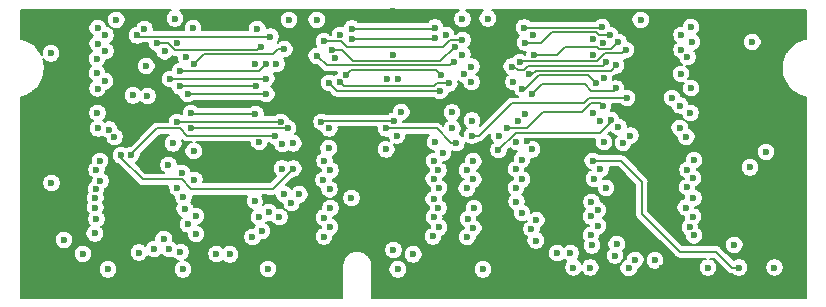
<source format=gbr>
G04 #@! TF.GenerationSoftware,KiCad,Pcbnew,5.1.5*
G04 #@! TF.CreationDate,2020-05-24T05:14:00+08:00*
G04 #@! TF.ProjectId,EDO RAM Stick Recreated,45444f20-5241-44d2-9053-7469636b2052,01*
G04 #@! TF.SameCoordinates,Original*
G04 #@! TF.FileFunction,Copper,L2,Inr*
G04 #@! TF.FilePolarity,Positive*
%FSLAX46Y46*%
G04 Gerber Fmt 4.6, Leading zero omitted, Abs format (unit mm)*
G04 Created by KiCad (PCBNEW 5.1.5) date 2020-05-24 05:14:00*
%MOMM*%
%LPD*%
G04 APERTURE LIST*
%ADD10C,0.600000*%
%ADD11C,0.152400*%
%ADD12C,0.203200*%
G04 APERTURE END LIST*
D10*
X104292400Y-73914000D03*
X97078800Y-73914000D03*
X86106000Y-73863200D03*
X78892400Y-73914000D03*
X110591600Y-72542400D03*
X85953600Y-56540400D03*
X67767200Y-73863200D03*
X68376800Y-62382400D03*
X66497200Y-52933600D03*
X79095600Y-63296800D03*
X89052400Y-52730400D03*
X92151200Y-71932800D03*
X91490800Y-52730400D03*
X84785200Y-63804800D03*
X90017600Y-73761600D03*
X85852000Y-67818000D03*
X96774000Y-68224400D03*
X97383600Y-63703200D03*
X97688400Y-67970400D03*
X108356400Y-68275200D03*
X106375200Y-52730400D03*
X93116400Y-63144400D03*
X79857600Y-68173600D03*
X76708000Y-52679600D03*
X114757200Y-68173600D03*
X113792000Y-63804800D03*
X116128800Y-52527200D03*
X129235200Y-53390800D03*
X127431800Y-73787000D03*
X125679200Y-65989200D03*
X108051600Y-63042800D03*
X96672400Y-52019200D03*
X126339600Y-72644000D03*
X95746000Y-67931600D03*
X69545200Y-72644000D03*
X83870800Y-72745600D03*
X99364800Y-72542400D03*
X112725200Y-72542400D03*
X109626400Y-72593200D03*
X80721200Y-72644000D03*
X119430800Y-73812400D03*
X114554000Y-73761600D03*
X107137200Y-73406000D03*
X101803200Y-73812400D03*
X81991200Y-73761600D03*
X76403200Y-73914000D03*
X67767200Y-66598800D03*
X67716400Y-55626000D03*
X78232000Y-52679600D03*
X79806800Y-63906400D03*
X78943200Y-67818000D03*
X90220800Y-52781200D03*
X85344000Y-63144400D03*
X84988400Y-68122800D03*
X96723200Y-55727600D03*
X102565200Y-52730400D03*
X93167200Y-67868800D03*
X96723200Y-72288400D03*
X96113600Y-63754000D03*
X104698800Y-52679600D03*
X108458000Y-63754000D03*
X107137200Y-68173600D03*
X100126800Y-67970400D03*
X100228400Y-63144400D03*
X73253600Y-52781200D03*
X127101600Y-54660800D03*
X122123200Y-67868800D03*
X125578800Y-71830000D03*
X114554000Y-63144400D03*
X126898400Y-65278000D03*
X117652800Y-52781200D03*
X87884000Y-52781200D03*
X113487200Y-68224400D03*
X81737200Y-72593200D03*
X111709200Y-72542400D03*
X98399600Y-72644000D03*
X82854800Y-72644000D03*
X70408800Y-72593200D03*
X72542400Y-73914000D03*
X116636800Y-73812400D03*
X123342400Y-73761600D03*
X128981200Y-73761600D03*
X111963200Y-73761600D03*
X71475600Y-67868800D03*
X68815600Y-71406400D03*
X80010000Y-70916800D03*
X71424800Y-70866000D03*
X79349600Y-70104000D03*
X71577200Y-69646800D03*
X80010000Y-69392800D03*
X71476400Y-68680800D03*
X79044800Y-68783200D03*
X71526400Y-67106800D03*
X78435200Y-67005200D03*
X71907400Y-66421000D03*
X79870800Y-66331600D03*
X71577200Y-65481200D03*
X78790800Y-65735200D03*
X71882000Y-64719200D03*
X77673200Y-65074800D03*
X71729600Y-61976000D03*
X73101200Y-62687200D03*
X75184000Y-72491600D03*
X72644000Y-62077600D03*
X73660000Y-64262000D03*
X88239600Y-63246000D03*
X88239600Y-65379600D03*
X76454000Y-72186800D03*
X86664800Y-62636400D03*
X87274400Y-65379600D03*
X74523600Y-64211200D03*
X78638400Y-58420000D03*
X72313800Y-57988200D03*
X85090000Y-58420000D03*
X101447600Y-58166000D03*
X107645200Y-58623200D03*
X113893600Y-58166000D03*
X92202000Y-58064400D03*
X77343000Y-55448200D03*
X78689200Y-72440800D03*
X75793600Y-56692800D03*
X77724000Y-72186800D03*
X78384400Y-54762400D03*
X74676000Y-59182000D03*
X79171800Y-55956200D03*
X75895200Y-59232800D03*
X77266800Y-71323200D03*
X79767600Y-53480800D03*
X78079600Y-63246000D03*
X79603600Y-61976000D03*
X78384400Y-61417200D03*
X71653600Y-60680800D03*
X79578000Y-60680800D03*
X71678800Y-53492400D03*
X72339200Y-54102000D03*
X71678800Y-54813200D03*
X91490800Y-55321200D03*
X101904800Y-55067200D03*
X115773200Y-54660800D03*
X121970800Y-54660800D03*
X86817200Y-56540400D03*
X84988400Y-56540400D03*
X96215200Y-57759600D03*
X102717600Y-57404000D03*
X108229400Y-57378600D03*
X115570000Y-56642000D03*
X90830400Y-54610000D03*
X102565200Y-54508400D03*
X115062000Y-54051200D03*
X121107200Y-54051200D03*
X90220800Y-55829200D03*
X101854000Y-56337200D03*
X116382800Y-55321200D03*
X121107200Y-55321200D03*
X92202000Y-54051200D03*
X101193600Y-54051200D03*
X108508800Y-54051200D03*
X114401600Y-53390800D03*
X121886674Y-53424126D03*
X84785200Y-71170800D03*
X90881200Y-64719200D03*
X85598000Y-70662800D03*
X91389600Y-65531600D03*
X85344000Y-69494400D03*
X90792800Y-66331600D03*
X86156800Y-69088000D03*
X91313600Y-67131600D03*
X87071200Y-69494400D03*
X91389200Y-68732400D03*
X87426800Y-67513200D03*
X90844000Y-69531600D03*
X88087200Y-68275200D03*
X91364800Y-70331600D03*
X88747600Y-67564000D03*
X90818800Y-71131600D03*
X91236800Y-63652400D03*
X87325200Y-63296800D03*
X97028000Y-62585600D03*
X100888800Y-64058800D03*
X107137200Y-63144400D03*
X116179600Y-63195200D03*
X91287600Y-61976000D03*
X96113600Y-61976000D03*
X102057200Y-63195200D03*
X105613200Y-63804800D03*
X87782400Y-61976000D03*
X115163600Y-61264800D03*
X90627200Y-61417200D03*
X87172800Y-61417200D03*
X103378000Y-61315600D03*
X107238800Y-61366400D03*
X96774000Y-61315600D03*
X114198400Y-61366400D03*
X85039200Y-60756800D03*
X97383600Y-60604400D03*
X101676000Y-60630000D03*
X107873600Y-60731600D03*
X121869200Y-60655200D03*
X113610118Y-60633882D03*
X100076000Y-71120000D03*
X102971600Y-71170800D03*
X108762800Y-71475600D03*
X100584000Y-70358000D03*
X103479600Y-70408800D03*
X108407200Y-70510400D03*
X100177600Y-69494400D03*
X103022400Y-69646800D03*
X108813600Y-69748400D03*
X100533200Y-68732400D03*
X103530400Y-68732400D03*
X107594400Y-69138800D03*
X100584000Y-67005200D03*
X102920800Y-67056000D03*
X107086400Y-67005200D03*
X100126800Y-66243200D03*
X103479600Y-66294000D03*
X107594400Y-66294000D03*
X100533200Y-65532000D03*
X102971600Y-65532000D03*
X107086800Y-65430000D03*
X100177600Y-64719200D03*
X103479600Y-64770000D03*
X107594400Y-64617600D03*
X85191600Y-53543200D03*
X93208061Y-53533261D03*
X100228400Y-53441600D03*
X107797600Y-53441600D03*
X75641200Y-53594000D03*
X113538000Y-71882000D03*
X86309200Y-54203600D03*
X93191900Y-54431500D03*
X100228400Y-54305200D03*
X107848400Y-54711600D03*
X75031600Y-54102000D03*
X113588800Y-54406800D03*
X85547200Y-55118000D03*
X91795600Y-55981600D03*
X102565200Y-55727600D03*
X108661200Y-55727600D03*
X76708000Y-54762400D03*
X114452400Y-54711600D03*
X72339200Y-55422800D03*
X87477600Y-55270400D03*
X107442000Y-56388000D03*
X79857600Y-56540400D03*
X113588800Y-55727600D03*
X113385600Y-73761600D03*
X115620800Y-71780400D03*
X71662800Y-58607200D03*
X85953600Y-59080400D03*
X91287600Y-58115200D03*
X100634800Y-58826400D03*
X108432600Y-59105800D03*
X79298800Y-59080400D03*
X121920000Y-58572400D03*
X115544600Y-58597800D03*
X71628000Y-56083200D03*
X97129600Y-57810400D03*
X103327200Y-56743600D03*
X106730800Y-56743600D03*
X121615200Y-55930800D03*
X114757200Y-56388000D03*
X78638400Y-57150000D03*
X115468400Y-72745600D03*
X71628000Y-57302400D03*
X85953600Y-57759600D03*
X92710000Y-57454800D03*
X103327200Y-58064400D03*
X100710400Y-57430000D03*
X106883200Y-58064400D03*
X77825600Y-57810400D03*
X121056400Y-57353200D03*
X114554000Y-57708800D03*
X103378000Y-62585600D03*
X105664000Y-62585600D03*
X117195600Y-73101200D03*
X120294400Y-59385200D03*
X116484400Y-59385200D03*
X101701600Y-61976000D03*
X106324400Y-61976000D03*
X121005600Y-60045600D03*
X114452400Y-60045600D03*
X115773200Y-61874400D03*
X116789200Y-62585600D03*
X118872000Y-73152000D03*
X121513600Y-62687200D03*
X120954800Y-61925200D03*
X113424800Y-71030000D03*
X122162400Y-71030000D03*
X114021600Y-70230000D03*
X121818400Y-70358000D03*
X113450000Y-69430000D03*
X122072400Y-69443600D03*
X114046000Y-68884800D03*
X121462800Y-68681600D03*
X114732400Y-67030000D03*
X121564400Y-66954400D03*
X113703600Y-66230000D03*
X122072400Y-66192400D03*
X114249600Y-65430000D03*
X121615200Y-65481200D03*
X113588800Y-64719200D03*
X125984000Y-73761600D03*
X122174000Y-64668400D03*
X128270000Y-63957200D03*
D11*
X73660000Y-64262000D02*
X73660000Y-64465200D01*
X73660000Y-64465200D02*
X75488800Y-66294000D01*
X75488800Y-66294000D02*
X78790800Y-66294000D01*
X78790800Y-66294000D02*
X79603600Y-67106800D01*
X86512400Y-67106800D02*
X88239600Y-65379600D01*
X79603600Y-67106800D02*
X86512400Y-67106800D01*
X86614000Y-62585600D02*
X86664800Y-62636400D01*
X76708000Y-61976000D02*
X78638400Y-61976000D01*
X74523600Y-64160400D02*
X76708000Y-61976000D01*
X74523600Y-64211200D02*
X74523600Y-64160400D01*
X78638400Y-61976000D02*
X79248000Y-62585600D01*
X79248000Y-62585600D02*
X86614000Y-62585600D01*
X107645200Y-58623200D02*
X107899200Y-58623200D01*
X107899200Y-58623200D02*
X109067600Y-57454800D01*
X113182400Y-57454800D02*
X113893600Y-58166000D01*
X109067600Y-57454800D02*
X113182400Y-57454800D01*
X100380800Y-58166000D02*
X101447600Y-58166000D01*
X100126800Y-58420000D02*
X100380800Y-58166000D01*
X92202000Y-58064400D02*
X92557600Y-58420000D01*
X92557600Y-58420000D02*
X100126800Y-58420000D01*
X85090000Y-58420000D02*
X78638400Y-58420000D01*
X91490800Y-55321200D02*
X92354400Y-55321200D01*
X92354400Y-55321200D02*
X93319600Y-56286400D01*
X100685600Y-56286400D02*
X101904800Y-55067200D01*
X93319600Y-56286400D02*
X100685600Y-56286400D01*
X108762800Y-57099200D02*
X115112800Y-57099200D01*
X108229400Y-57378600D02*
X108483400Y-57378600D01*
X115112800Y-57099200D02*
X115570000Y-56642000D01*
X108483400Y-57378600D02*
X108762800Y-57099200D01*
X90830400Y-54610000D02*
X92303600Y-54610000D01*
X92303600Y-54610000D02*
X92811600Y-55118000D01*
X92811600Y-55118000D02*
X100939600Y-55118000D01*
X101549200Y-54508400D02*
X102565200Y-54508400D01*
X100939600Y-55118000D02*
X101549200Y-54508400D01*
X90220800Y-55829200D02*
X90271600Y-55829200D01*
X90271600Y-55829200D02*
X91084400Y-56642000D01*
X101549200Y-56642000D02*
X101854000Y-56337200D01*
X91084400Y-56642000D02*
X101549200Y-56642000D01*
X102057200Y-63195200D02*
X101600000Y-63195200D01*
X100380800Y-61976000D02*
X96113600Y-61976000D01*
X101600000Y-63195200D02*
X100380800Y-61976000D01*
X107086400Y-62331600D02*
X105613200Y-63804800D01*
X114249200Y-62331600D02*
X107086400Y-62331600D01*
X115163600Y-61264800D02*
X115163600Y-61417200D01*
X115163600Y-61417200D02*
X114249200Y-62331600D01*
X79603600Y-61976000D02*
X87782400Y-61976000D01*
X90728800Y-61315600D02*
X90627200Y-61417200D01*
X96774000Y-61315600D02*
X90728800Y-61315600D01*
X78384400Y-61417200D02*
X87172800Y-61417200D01*
X79654000Y-60756800D02*
X79578000Y-60680800D01*
X85039200Y-60756800D02*
X79654000Y-60756800D01*
X114350800Y-53441600D02*
X114401600Y-53390800D01*
X107797600Y-53441600D02*
X114350800Y-53441600D01*
X100136739Y-53533261D02*
X100228400Y-53441600D01*
X93208061Y-53533261D02*
X100136739Y-53533261D01*
X107848400Y-54711600D02*
X109220000Y-54711600D01*
X109220000Y-54711600D02*
X110134400Y-53797200D01*
X110134400Y-53797200D02*
X113893600Y-53797200D01*
X114147600Y-54051200D02*
X115062000Y-54051200D01*
X113893600Y-53797200D02*
X114147600Y-54051200D01*
X100102100Y-54431500D02*
X100228400Y-54305200D01*
X93191900Y-54431500D02*
X100102100Y-54431500D01*
X75133200Y-54203600D02*
X75031600Y-54102000D01*
X86309200Y-54203600D02*
X75133200Y-54203600D01*
X110591600Y-55727600D02*
X111252000Y-55067200D01*
X113944400Y-55067200D02*
X114147600Y-55270400D01*
X108661200Y-55727600D02*
X110591600Y-55727600D01*
X114147600Y-55270400D02*
X115163600Y-55270400D01*
X115163600Y-55270400D02*
X115773200Y-54660800D01*
X111252000Y-55067200D02*
X113944400Y-55067200D01*
X85547200Y-55118000D02*
X85394800Y-55118000D01*
X85394800Y-55118000D02*
X85140800Y-55372000D01*
X85140800Y-55372000D02*
X78232000Y-55372000D01*
X77622400Y-54762400D02*
X76708000Y-54762400D01*
X78232000Y-55372000D02*
X77622400Y-54762400D01*
X116078000Y-55626000D02*
X116382800Y-55321200D01*
X114655600Y-55626000D02*
X116078000Y-55626000D01*
X113995200Y-56286400D02*
X114655600Y-55626000D01*
X107442000Y-56388000D02*
X107543600Y-56286400D01*
X107543600Y-56286400D02*
X113995200Y-56286400D01*
X87477600Y-55270400D02*
X86918800Y-55270400D01*
X86918800Y-55270400D02*
X86512400Y-55676800D01*
X80721200Y-55676800D02*
X79857600Y-56540400D01*
X86512400Y-55676800D02*
X80721200Y-55676800D01*
X108432600Y-59105800D02*
X108432600Y-59055000D01*
X108432600Y-59055000D02*
X109270800Y-58216800D01*
X109270800Y-58216800D02*
X112928400Y-58216800D01*
X112928400Y-58216800D02*
X113487200Y-58775600D01*
X115366800Y-58775600D02*
X115544600Y-58597800D01*
X113487200Y-58775600D02*
X115366800Y-58775600D01*
X91287600Y-58115200D02*
X91287600Y-58166000D01*
X91948000Y-58826400D02*
X100634800Y-58826400D01*
X91287600Y-58166000D02*
X91948000Y-58826400D01*
X85953600Y-59080400D02*
X79298800Y-59080400D01*
X114757200Y-56388000D02*
X114554000Y-56388000D01*
X106730800Y-56743600D02*
X106934000Y-56743600D01*
X106934000Y-56743600D02*
X107238800Y-57048400D01*
X107238800Y-57048400D02*
X107746800Y-57048400D01*
X107746800Y-57048400D02*
X108102400Y-56692800D01*
X114452400Y-56692800D02*
X114757200Y-56388000D01*
X108102400Y-56692800D02*
X114452400Y-56692800D01*
X85344000Y-57150000D02*
X85953600Y-56540400D01*
X78638400Y-57150000D02*
X85344000Y-57150000D01*
X100328800Y-57048400D02*
X100710400Y-57430000D01*
X92710000Y-57454800D02*
X93116400Y-57048400D01*
X93116400Y-57048400D02*
X100328800Y-57048400D01*
X77876400Y-57759600D02*
X77825600Y-57810400D01*
X85953600Y-57759600D02*
X77876400Y-57759600D01*
X103378000Y-62585600D02*
X103987600Y-62585600D01*
X103987600Y-62585600D02*
X106730800Y-59842400D01*
X106730800Y-59842400D02*
X112826800Y-59842400D01*
X113284000Y-59385200D02*
X116484400Y-59385200D01*
X112826800Y-59842400D02*
X113284000Y-59385200D01*
X114249200Y-59842400D02*
X113436400Y-59842400D01*
X113436400Y-59842400D02*
X112725200Y-60553600D01*
X108000800Y-61976000D02*
X106324400Y-61976000D01*
X109423200Y-60553600D02*
X108000800Y-61976000D01*
X114452400Y-60045600D02*
X114249200Y-59842400D01*
X112725200Y-60553600D02*
X109423200Y-60553600D01*
X125984000Y-73761600D02*
X125374400Y-73761600D01*
X125374400Y-73761600D02*
X124053600Y-72440800D01*
X124053600Y-72440800D02*
X120954800Y-72440800D01*
X120954800Y-72440800D02*
X117754400Y-69240400D01*
X117754400Y-69240400D02*
X117754400Y-66497200D01*
X115976400Y-64719200D02*
X113588800Y-64719200D01*
X117754400Y-66497200D02*
X115976400Y-64719200D01*
D12*
G36*
X77733121Y-52071715D02*
G01*
X77624115Y-52180721D01*
X77538469Y-52308900D01*
X77479475Y-52451324D01*
X77449400Y-52602521D01*
X77449400Y-52756679D01*
X77479475Y-52907876D01*
X77538469Y-53050300D01*
X77624115Y-53178479D01*
X77733121Y-53287485D01*
X77861300Y-53373131D01*
X78003724Y-53432125D01*
X78154921Y-53462200D01*
X78309079Y-53462200D01*
X78460276Y-53432125D01*
X78602700Y-53373131D01*
X78730879Y-53287485D01*
X78839885Y-53178479D01*
X78925531Y-53050300D01*
X78984525Y-52907876D01*
X79014600Y-52756679D01*
X79014600Y-52602521D01*
X78984525Y-52451324D01*
X78925531Y-52308900D01*
X78839885Y-52180721D01*
X78730879Y-52071715D01*
X78613672Y-51993400D01*
X102299443Y-51993400D01*
X102194500Y-52036869D01*
X102066321Y-52122515D01*
X101957315Y-52231521D01*
X101871669Y-52359700D01*
X101812675Y-52502124D01*
X101782600Y-52653321D01*
X101782600Y-52807479D01*
X101812675Y-52958676D01*
X101871669Y-53101100D01*
X101957315Y-53229279D01*
X102066321Y-53338285D01*
X102194500Y-53423931D01*
X102336924Y-53482925D01*
X102488121Y-53513000D01*
X102642279Y-53513000D01*
X102793476Y-53482925D01*
X102935900Y-53423931D01*
X103064079Y-53338285D01*
X103173085Y-53229279D01*
X103258731Y-53101100D01*
X103317725Y-52958676D01*
X103347800Y-52807479D01*
X103347800Y-52653321D01*
X103317725Y-52502124D01*
X103258731Y-52359700D01*
X103173085Y-52231521D01*
X103064079Y-52122515D01*
X102935900Y-52036869D01*
X102830957Y-51993400D01*
X104317128Y-51993400D01*
X104199921Y-52071715D01*
X104090915Y-52180721D01*
X104005269Y-52308900D01*
X103946275Y-52451324D01*
X103916200Y-52602521D01*
X103916200Y-52756679D01*
X103946275Y-52907876D01*
X104005269Y-53050300D01*
X104090915Y-53178479D01*
X104199921Y-53287485D01*
X104328100Y-53373131D01*
X104470524Y-53432125D01*
X104621721Y-53462200D01*
X104775879Y-53462200D01*
X104927076Y-53432125D01*
X105069500Y-53373131D01*
X105197679Y-53287485D01*
X105306685Y-53178479D01*
X105392331Y-53050300D01*
X105451325Y-52907876D01*
X105481400Y-52756679D01*
X105481400Y-52602521D01*
X105451325Y-52451324D01*
X105392331Y-52308900D01*
X105306685Y-52180721D01*
X105197679Y-52071715D01*
X105080472Y-51993400D01*
X131623200Y-51993400D01*
X131623201Y-54384960D01*
X131606774Y-54388451D01*
X131561645Y-54397387D01*
X131554877Y-54399482D01*
X131554871Y-54399484D01*
X131176891Y-54519386D01*
X131134650Y-54537491D01*
X131092069Y-54555041D01*
X131085840Y-54558410D01*
X131085836Y-54558412D01*
X131085835Y-54558413D01*
X130738340Y-54749450D01*
X130700419Y-54775415D01*
X130662058Y-54800902D01*
X130656598Y-54805420D01*
X130352827Y-55060314D01*
X130320645Y-55093177D01*
X130287994Y-55125601D01*
X130283515Y-55131094D01*
X130035038Y-55440137D01*
X130009858Y-55478616D01*
X129984120Y-55516774D01*
X129980793Y-55523032D01*
X129797075Y-55874452D01*
X129779833Y-55917127D01*
X129762013Y-55959519D01*
X129759967Y-55966297D01*
X129759964Y-55966304D01*
X129759963Y-55966311D01*
X129648003Y-56346714D01*
X129639387Y-56391877D01*
X129630130Y-56436975D01*
X129629439Y-56444028D01*
X129593500Y-56838942D01*
X129593821Y-56884913D01*
X129593500Y-56930951D01*
X129594192Y-56938004D01*
X129635642Y-57332377D01*
X129644892Y-57377440D01*
X129653513Y-57422635D01*
X129655561Y-57429420D01*
X129772822Y-57808231D01*
X129790647Y-57850635D01*
X129807885Y-57893300D01*
X129811212Y-57899557D01*
X129999820Y-58248378D01*
X130025518Y-58286477D01*
X130050737Y-58325016D01*
X130055217Y-58330508D01*
X130307985Y-58636051D01*
X130340616Y-58668455D01*
X130372817Y-58701338D01*
X130378278Y-58705855D01*
X130685578Y-58956484D01*
X130723872Y-58981926D01*
X130761859Y-59007937D01*
X130768093Y-59011307D01*
X131118222Y-59197474D01*
X131160716Y-59214989D01*
X131203043Y-59233130D01*
X131209810Y-59235224D01*
X131209816Y-59235226D01*
X131589435Y-59349840D01*
X131623200Y-59356526D01*
X131623201Y-76378200D01*
X94919400Y-76378200D01*
X94919400Y-73836921D01*
X96296200Y-73836921D01*
X96296200Y-73991079D01*
X96326275Y-74142276D01*
X96385269Y-74284700D01*
X96470915Y-74412879D01*
X96579921Y-74521885D01*
X96708100Y-74607531D01*
X96850524Y-74666525D01*
X97001721Y-74696600D01*
X97155879Y-74696600D01*
X97307076Y-74666525D01*
X97449500Y-74607531D01*
X97577679Y-74521885D01*
X97686685Y-74412879D01*
X97772331Y-74284700D01*
X97831325Y-74142276D01*
X97861400Y-73991079D01*
X97861400Y-73836921D01*
X103509800Y-73836921D01*
X103509800Y-73991079D01*
X103539875Y-74142276D01*
X103598869Y-74284700D01*
X103684515Y-74412879D01*
X103793521Y-74521885D01*
X103921700Y-74607531D01*
X104064124Y-74666525D01*
X104215321Y-74696600D01*
X104369479Y-74696600D01*
X104520676Y-74666525D01*
X104663100Y-74607531D01*
X104791279Y-74521885D01*
X104900285Y-74412879D01*
X104985931Y-74284700D01*
X105044925Y-74142276D01*
X105075000Y-73991079D01*
X105075000Y-73836921D01*
X105044925Y-73685724D01*
X104985931Y-73543300D01*
X104900285Y-73415121D01*
X104791279Y-73306115D01*
X104663100Y-73220469D01*
X104520676Y-73161475D01*
X104369479Y-73131400D01*
X104215321Y-73131400D01*
X104064124Y-73161475D01*
X103921700Y-73220469D01*
X103793521Y-73306115D01*
X103684515Y-73415121D01*
X103598869Y-73543300D01*
X103539875Y-73685724D01*
X103509800Y-73836921D01*
X97861400Y-73836921D01*
X97831325Y-73685724D01*
X97772331Y-73543300D01*
X97686685Y-73415121D01*
X97577679Y-73306115D01*
X97449500Y-73220469D01*
X97307076Y-73161475D01*
X97155879Y-73131400D01*
X97001721Y-73131400D01*
X96850524Y-73161475D01*
X96708100Y-73220469D01*
X96579921Y-73306115D01*
X96470915Y-73415121D01*
X96385269Y-73543300D01*
X96326275Y-73685724D01*
X96296200Y-73836921D01*
X94919400Y-73836921D01*
X94919400Y-73584265D01*
X94916904Y-73558924D01*
X94916904Y-73549025D01*
X94916162Y-73541977D01*
X94899584Y-73394187D01*
X94890021Y-73349196D01*
X94881084Y-73304059D01*
X94878988Y-73297289D01*
X94834021Y-73155534D01*
X94815907Y-73113270D01*
X94798365Y-73070710D01*
X94794993Y-73064476D01*
X94723349Y-72934156D01*
X94697368Y-72896212D01*
X94671898Y-72857876D01*
X94667380Y-72852415D01*
X94571787Y-72738493D01*
X94538943Y-72706330D01*
X94506500Y-72673659D01*
X94501007Y-72669180D01*
X94385107Y-72575994D01*
X94346654Y-72550831D01*
X94308471Y-72525076D01*
X94302216Y-72521751D01*
X94302208Y-72521747D01*
X94170420Y-72452849D01*
X94127734Y-72435602D01*
X94085353Y-72417787D01*
X94078578Y-72415742D01*
X94078568Y-72415738D01*
X94078558Y-72415736D01*
X93935903Y-72373750D01*
X93890726Y-72365132D01*
X93845641Y-72355877D01*
X93838596Y-72355187D01*
X93838592Y-72355186D01*
X93838588Y-72355186D01*
X93690483Y-72341708D01*
X93644512Y-72342029D01*
X93598475Y-72341708D01*
X93591422Y-72342400D01*
X93591418Y-72342400D01*
X93443520Y-72357945D01*
X93398486Y-72367189D01*
X93353265Y-72375815D01*
X93346484Y-72377863D01*
X93346478Y-72377864D01*
X93346472Y-72377866D01*
X93204414Y-72421840D01*
X93162031Y-72439656D01*
X93119343Y-72456903D01*
X93113086Y-72460230D01*
X92982268Y-72530963D01*
X92944133Y-72556685D01*
X92905629Y-72581882D01*
X92900138Y-72586361D01*
X92785549Y-72681157D01*
X92753142Y-72713791D01*
X92720262Y-72745990D01*
X92715750Y-72751446D01*
X92715744Y-72751452D01*
X92715740Y-72751459D01*
X92621752Y-72866698D01*
X92596304Y-72905000D01*
X92570301Y-72942977D01*
X92566930Y-72949211D01*
X92497112Y-73080519D01*
X92479580Y-73123055D01*
X92461456Y-73165341D01*
X92459361Y-73172111D01*
X92416377Y-73314480D01*
X92407449Y-73359569D01*
X92397875Y-73404612D01*
X92397135Y-73411660D01*
X92382623Y-73559668D01*
X92382623Y-73559675D01*
X92380201Y-73584265D01*
X92380200Y-76378200D01*
X65176000Y-76378200D01*
X65176000Y-73836921D01*
X71759800Y-73836921D01*
X71759800Y-73991079D01*
X71789875Y-74142276D01*
X71848869Y-74284700D01*
X71934515Y-74412879D01*
X72043521Y-74521885D01*
X72171700Y-74607531D01*
X72314124Y-74666525D01*
X72465321Y-74696600D01*
X72619479Y-74696600D01*
X72770676Y-74666525D01*
X72913100Y-74607531D01*
X73041279Y-74521885D01*
X73150285Y-74412879D01*
X73235931Y-74284700D01*
X73294925Y-74142276D01*
X73325000Y-73991079D01*
X73325000Y-73836921D01*
X73294925Y-73685724D01*
X73235931Y-73543300D01*
X73150285Y-73415121D01*
X73041279Y-73306115D01*
X72913100Y-73220469D01*
X72770676Y-73161475D01*
X72619479Y-73131400D01*
X72465321Y-73131400D01*
X72314124Y-73161475D01*
X72171700Y-73220469D01*
X72043521Y-73306115D01*
X71934515Y-73415121D01*
X71848869Y-73543300D01*
X71789875Y-73685724D01*
X71759800Y-73836921D01*
X65176000Y-73836921D01*
X65176000Y-72516121D01*
X69626200Y-72516121D01*
X69626200Y-72670279D01*
X69656275Y-72821476D01*
X69715269Y-72963900D01*
X69800915Y-73092079D01*
X69909921Y-73201085D01*
X70038100Y-73286731D01*
X70180524Y-73345725D01*
X70331721Y-73375800D01*
X70485879Y-73375800D01*
X70637076Y-73345725D01*
X70779500Y-73286731D01*
X70907679Y-73201085D01*
X71016685Y-73092079D01*
X71102331Y-72963900D01*
X71161325Y-72821476D01*
X71191400Y-72670279D01*
X71191400Y-72516121D01*
X71171191Y-72414521D01*
X74401400Y-72414521D01*
X74401400Y-72568679D01*
X74431475Y-72719876D01*
X74490469Y-72862300D01*
X74576115Y-72990479D01*
X74685121Y-73099485D01*
X74813300Y-73185131D01*
X74955724Y-73244125D01*
X75106921Y-73274200D01*
X75261079Y-73274200D01*
X75412276Y-73244125D01*
X75554700Y-73185131D01*
X75682879Y-73099485D01*
X75791885Y-72990479D01*
X75877531Y-72862300D01*
X75920061Y-72759625D01*
X75955121Y-72794685D01*
X76083300Y-72880331D01*
X76225724Y-72939325D01*
X76376921Y-72969400D01*
X76531079Y-72969400D01*
X76682276Y-72939325D01*
X76824700Y-72880331D01*
X76952879Y-72794685D01*
X77061885Y-72685679D01*
X77089000Y-72645098D01*
X77116115Y-72685679D01*
X77225121Y-72794685D01*
X77353300Y-72880331D01*
X77495724Y-72939325D01*
X77646921Y-72969400D01*
X77801079Y-72969400D01*
X77952276Y-72939325D01*
X78053158Y-72897538D01*
X78081315Y-72939679D01*
X78190321Y-73048685D01*
X78318500Y-73134331D01*
X78460924Y-73193325D01*
X78546254Y-73210298D01*
X78521700Y-73220469D01*
X78393521Y-73306115D01*
X78284515Y-73415121D01*
X78198869Y-73543300D01*
X78139875Y-73685724D01*
X78109800Y-73836921D01*
X78109800Y-73991079D01*
X78139875Y-74142276D01*
X78198869Y-74284700D01*
X78284515Y-74412879D01*
X78393521Y-74521885D01*
X78521700Y-74607531D01*
X78664124Y-74666525D01*
X78815321Y-74696600D01*
X78969479Y-74696600D01*
X79120676Y-74666525D01*
X79263100Y-74607531D01*
X79391279Y-74521885D01*
X79500285Y-74412879D01*
X79585931Y-74284700D01*
X79644925Y-74142276D01*
X79675000Y-73991079D01*
X79675000Y-73836921D01*
X79664896Y-73786121D01*
X85323400Y-73786121D01*
X85323400Y-73940279D01*
X85353475Y-74091476D01*
X85412469Y-74233900D01*
X85498115Y-74362079D01*
X85607121Y-74471085D01*
X85735300Y-74556731D01*
X85877724Y-74615725D01*
X86028921Y-74645800D01*
X86183079Y-74645800D01*
X86334276Y-74615725D01*
X86476700Y-74556731D01*
X86604879Y-74471085D01*
X86713885Y-74362079D01*
X86799531Y-74233900D01*
X86858525Y-74091476D01*
X86888600Y-73940279D01*
X86888600Y-73786121D01*
X86858525Y-73634924D01*
X86799531Y-73492500D01*
X86713885Y-73364321D01*
X86604879Y-73255315D01*
X86476700Y-73169669D01*
X86334276Y-73110675D01*
X86183079Y-73080600D01*
X86028921Y-73080600D01*
X85877724Y-73110675D01*
X85735300Y-73169669D01*
X85607121Y-73255315D01*
X85498115Y-73364321D01*
X85412469Y-73492500D01*
X85353475Y-73634924D01*
X85323400Y-73786121D01*
X79664896Y-73786121D01*
X79644925Y-73685724D01*
X79585931Y-73543300D01*
X79500285Y-73415121D01*
X79391279Y-73306115D01*
X79263100Y-73220469D01*
X79120676Y-73161475D01*
X79035346Y-73144502D01*
X79059900Y-73134331D01*
X79188079Y-73048685D01*
X79297085Y-72939679D01*
X79382731Y-72811500D01*
X79441725Y-72669076D01*
X79471800Y-72517879D01*
X79471800Y-72516121D01*
X80954600Y-72516121D01*
X80954600Y-72670279D01*
X80984675Y-72821476D01*
X81043669Y-72963900D01*
X81129315Y-73092079D01*
X81238321Y-73201085D01*
X81366500Y-73286731D01*
X81508924Y-73345725D01*
X81660121Y-73375800D01*
X81814279Y-73375800D01*
X81965476Y-73345725D01*
X82107900Y-73286731D01*
X82236079Y-73201085D01*
X82270600Y-73166564D01*
X82355921Y-73251885D01*
X82484100Y-73337531D01*
X82626524Y-73396525D01*
X82777721Y-73426600D01*
X82931879Y-73426600D01*
X83083076Y-73396525D01*
X83225500Y-73337531D01*
X83353679Y-73251885D01*
X83462685Y-73142879D01*
X83548331Y-73014700D01*
X83607325Y-72872276D01*
X83637400Y-72721079D01*
X83637400Y-72566921D01*
X83607325Y-72415724D01*
X83548331Y-72273300D01*
X83506919Y-72211321D01*
X95940600Y-72211321D01*
X95940600Y-72365479D01*
X95970675Y-72516676D01*
X96029669Y-72659100D01*
X96115315Y-72787279D01*
X96224321Y-72896285D01*
X96352500Y-72981931D01*
X96494924Y-73040925D01*
X96646121Y-73071000D01*
X96800279Y-73071000D01*
X96951476Y-73040925D01*
X97093900Y-72981931D01*
X97222079Y-72896285D01*
X97331085Y-72787279D01*
X97416731Y-72659100D01*
X97454912Y-72566921D01*
X97617000Y-72566921D01*
X97617000Y-72721079D01*
X97647075Y-72872276D01*
X97706069Y-73014700D01*
X97791715Y-73142879D01*
X97900721Y-73251885D01*
X98028900Y-73337531D01*
X98171324Y-73396525D01*
X98322521Y-73426600D01*
X98476679Y-73426600D01*
X98627876Y-73396525D01*
X98770300Y-73337531D01*
X98898479Y-73251885D01*
X99007485Y-73142879D01*
X99093131Y-73014700D01*
X99152125Y-72872276D01*
X99182200Y-72721079D01*
X99182200Y-72566921D01*
X99161991Y-72465321D01*
X109809000Y-72465321D01*
X109809000Y-72619479D01*
X109839075Y-72770676D01*
X109898069Y-72913100D01*
X109983715Y-73041279D01*
X110092721Y-73150285D01*
X110220900Y-73235931D01*
X110363324Y-73294925D01*
X110514521Y-73325000D01*
X110668679Y-73325000D01*
X110819876Y-73294925D01*
X110962300Y-73235931D01*
X111090479Y-73150285D01*
X111150400Y-73090364D01*
X111210321Y-73150285D01*
X111338500Y-73235931D01*
X111369333Y-73248703D01*
X111355315Y-73262721D01*
X111269669Y-73390900D01*
X111210675Y-73533324D01*
X111180600Y-73684521D01*
X111180600Y-73838679D01*
X111210675Y-73989876D01*
X111269669Y-74132300D01*
X111355315Y-74260479D01*
X111464321Y-74369485D01*
X111592500Y-74455131D01*
X111734924Y-74514125D01*
X111886121Y-74544200D01*
X112040279Y-74544200D01*
X112191476Y-74514125D01*
X112333900Y-74455131D01*
X112462079Y-74369485D01*
X112571085Y-74260479D01*
X112656731Y-74132300D01*
X112674400Y-74089643D01*
X112692069Y-74132300D01*
X112777715Y-74260479D01*
X112886721Y-74369485D01*
X113014900Y-74455131D01*
X113157324Y-74514125D01*
X113308521Y-74544200D01*
X113462679Y-74544200D01*
X113613876Y-74514125D01*
X113756300Y-74455131D01*
X113884479Y-74369485D01*
X113993485Y-74260479D01*
X114079131Y-74132300D01*
X114138125Y-73989876D01*
X114168200Y-73838679D01*
X114168200Y-73735321D01*
X115854200Y-73735321D01*
X115854200Y-73889479D01*
X115884275Y-74040676D01*
X115943269Y-74183100D01*
X116028915Y-74311279D01*
X116137921Y-74420285D01*
X116266100Y-74505931D01*
X116408524Y-74564925D01*
X116559721Y-74595000D01*
X116713879Y-74595000D01*
X116865076Y-74564925D01*
X117007500Y-74505931D01*
X117135679Y-74420285D01*
X117244685Y-74311279D01*
X117330331Y-74183100D01*
X117389325Y-74040676D01*
X117419400Y-73889479D01*
X117419400Y-73854615D01*
X117423876Y-73853725D01*
X117566300Y-73794731D01*
X117694479Y-73709085D01*
X117803485Y-73600079D01*
X117889131Y-73471900D01*
X117948125Y-73329476D01*
X117978200Y-73178279D01*
X117978200Y-73074921D01*
X118089400Y-73074921D01*
X118089400Y-73229079D01*
X118119475Y-73380276D01*
X118178469Y-73522700D01*
X118264115Y-73650879D01*
X118373121Y-73759885D01*
X118501300Y-73845531D01*
X118643724Y-73904525D01*
X118794921Y-73934600D01*
X118949079Y-73934600D01*
X119100276Y-73904525D01*
X119242700Y-73845531D01*
X119370879Y-73759885D01*
X119479885Y-73650879D01*
X119565531Y-73522700D01*
X119624525Y-73380276D01*
X119654600Y-73229079D01*
X119654600Y-73074921D01*
X119624525Y-72923724D01*
X119565531Y-72781300D01*
X119479885Y-72653121D01*
X119370879Y-72544115D01*
X119242700Y-72458469D01*
X119100276Y-72399475D01*
X118949079Y-72369400D01*
X118794921Y-72369400D01*
X118643724Y-72399475D01*
X118501300Y-72458469D01*
X118373121Y-72544115D01*
X118264115Y-72653121D01*
X118178469Y-72781300D01*
X118119475Y-72923724D01*
X118089400Y-73074921D01*
X117978200Y-73074921D01*
X117978200Y-73024121D01*
X117948125Y-72872924D01*
X117889131Y-72730500D01*
X117803485Y-72602321D01*
X117694479Y-72493315D01*
X117566300Y-72407669D01*
X117423876Y-72348675D01*
X117272679Y-72318600D01*
X117118521Y-72318600D01*
X116967324Y-72348675D01*
X116824900Y-72407669D01*
X116696721Y-72493315D01*
X116587715Y-72602321D01*
X116502069Y-72730500D01*
X116443075Y-72872924D01*
X116413000Y-73024121D01*
X116413000Y-73058985D01*
X116408524Y-73059875D01*
X116266100Y-73118869D01*
X116137921Y-73204515D01*
X116028915Y-73313521D01*
X115943269Y-73441700D01*
X115884275Y-73584124D01*
X115854200Y-73735321D01*
X114168200Y-73735321D01*
X114168200Y-73684521D01*
X114138125Y-73533324D01*
X114079131Y-73390900D01*
X113993485Y-73262721D01*
X113884479Y-73153715D01*
X113756300Y-73068069D01*
X113613876Y-73009075D01*
X113462679Y-72979000D01*
X113308521Y-72979000D01*
X113157324Y-73009075D01*
X113014900Y-73068069D01*
X112886721Y-73153715D01*
X112777715Y-73262721D01*
X112692069Y-73390900D01*
X112674400Y-73433557D01*
X112656731Y-73390900D01*
X112571085Y-73262721D01*
X112462079Y-73153715D01*
X112333900Y-73068069D01*
X112303067Y-73055297D01*
X112317085Y-73041279D01*
X112402731Y-72913100D01*
X112461725Y-72770676D01*
X112482044Y-72668521D01*
X114685800Y-72668521D01*
X114685800Y-72822679D01*
X114715875Y-72973876D01*
X114774869Y-73116300D01*
X114860515Y-73244479D01*
X114969521Y-73353485D01*
X115097700Y-73439131D01*
X115240124Y-73498125D01*
X115391321Y-73528200D01*
X115545479Y-73528200D01*
X115696676Y-73498125D01*
X115839100Y-73439131D01*
X115967279Y-73353485D01*
X116076285Y-73244479D01*
X116161931Y-73116300D01*
X116220925Y-72973876D01*
X116251000Y-72822679D01*
X116251000Y-72668521D01*
X116220925Y-72517324D01*
X116161931Y-72374900D01*
X116150369Y-72357595D01*
X116228685Y-72279279D01*
X116314331Y-72151100D01*
X116373325Y-72008676D01*
X116403400Y-71857479D01*
X116403400Y-71703321D01*
X116373325Y-71552124D01*
X116314331Y-71409700D01*
X116228685Y-71281521D01*
X116119679Y-71172515D01*
X115991500Y-71086869D01*
X115849076Y-71027875D01*
X115697879Y-70997800D01*
X115543721Y-70997800D01*
X115392524Y-71027875D01*
X115250100Y-71086869D01*
X115121921Y-71172515D01*
X115012915Y-71281521D01*
X114927269Y-71409700D01*
X114868275Y-71552124D01*
X114838200Y-71703321D01*
X114838200Y-71857479D01*
X114868275Y-72008676D01*
X114927269Y-72151100D01*
X114938831Y-72168405D01*
X114860515Y-72246721D01*
X114774869Y-72374900D01*
X114715875Y-72517324D01*
X114685800Y-72668521D01*
X112482044Y-72668521D01*
X112491800Y-72619479D01*
X112491800Y-72465321D01*
X112461725Y-72314124D01*
X112402731Y-72171700D01*
X112317085Y-72043521D01*
X112208079Y-71934515D01*
X112079900Y-71848869D01*
X111937476Y-71789875D01*
X111786279Y-71759800D01*
X111632121Y-71759800D01*
X111480924Y-71789875D01*
X111338500Y-71848869D01*
X111210321Y-71934515D01*
X111150400Y-71994436D01*
X111090479Y-71934515D01*
X110962300Y-71848869D01*
X110819876Y-71789875D01*
X110668679Y-71759800D01*
X110514521Y-71759800D01*
X110363324Y-71789875D01*
X110220900Y-71848869D01*
X110092721Y-71934515D01*
X109983715Y-72043521D01*
X109898069Y-72171700D01*
X109839075Y-72314124D01*
X109809000Y-72465321D01*
X99161991Y-72465321D01*
X99152125Y-72415724D01*
X99093131Y-72273300D01*
X99007485Y-72145121D01*
X98898479Y-72036115D01*
X98770300Y-71950469D01*
X98627876Y-71891475D01*
X98476679Y-71861400D01*
X98322521Y-71861400D01*
X98171324Y-71891475D01*
X98028900Y-71950469D01*
X97900721Y-72036115D01*
X97791715Y-72145121D01*
X97706069Y-72273300D01*
X97647075Y-72415724D01*
X97617000Y-72566921D01*
X97454912Y-72566921D01*
X97475725Y-72516676D01*
X97505800Y-72365479D01*
X97505800Y-72211321D01*
X97475725Y-72060124D01*
X97416731Y-71917700D01*
X97331085Y-71789521D01*
X97222079Y-71680515D01*
X97093900Y-71594869D01*
X96951476Y-71535875D01*
X96800279Y-71505800D01*
X96646121Y-71505800D01*
X96494924Y-71535875D01*
X96352500Y-71594869D01*
X96224321Y-71680515D01*
X96115315Y-71789521D01*
X96029669Y-71917700D01*
X95970675Y-72060124D01*
X95940600Y-72211321D01*
X83506919Y-72211321D01*
X83462685Y-72145121D01*
X83353679Y-72036115D01*
X83225500Y-71950469D01*
X83083076Y-71891475D01*
X82931879Y-71861400D01*
X82777721Y-71861400D01*
X82626524Y-71891475D01*
X82484100Y-71950469D01*
X82355921Y-72036115D01*
X82321400Y-72070636D01*
X82236079Y-71985315D01*
X82107900Y-71899669D01*
X81965476Y-71840675D01*
X81814279Y-71810600D01*
X81660121Y-71810600D01*
X81508924Y-71840675D01*
X81366500Y-71899669D01*
X81238321Y-71985315D01*
X81129315Y-72094321D01*
X81043669Y-72222500D01*
X80984675Y-72364924D01*
X80954600Y-72516121D01*
X79471800Y-72516121D01*
X79471800Y-72363721D01*
X79441725Y-72212524D01*
X79382731Y-72070100D01*
X79297085Y-71941921D01*
X79188079Y-71832915D01*
X79059900Y-71747269D01*
X78917476Y-71688275D01*
X78766279Y-71658200D01*
X78612121Y-71658200D01*
X78460924Y-71688275D01*
X78360042Y-71730062D01*
X78331885Y-71687921D01*
X78222879Y-71578915D01*
X78094700Y-71493269D01*
X78035759Y-71468855D01*
X78049400Y-71400279D01*
X78049400Y-71246121D01*
X78019325Y-71094924D01*
X77960331Y-70952500D01*
X77874685Y-70824321D01*
X77765679Y-70715315D01*
X77637500Y-70629669D01*
X77495076Y-70570675D01*
X77343879Y-70540600D01*
X77189721Y-70540600D01*
X77038524Y-70570675D01*
X76896100Y-70629669D01*
X76767921Y-70715315D01*
X76658915Y-70824321D01*
X76573269Y-70952500D01*
X76514275Y-71094924D01*
X76484200Y-71246121D01*
X76484200Y-71400279D01*
X76484980Y-71404200D01*
X76376921Y-71404200D01*
X76225724Y-71434275D01*
X76083300Y-71493269D01*
X75955121Y-71578915D01*
X75846115Y-71687921D01*
X75760469Y-71816100D01*
X75717939Y-71918775D01*
X75682879Y-71883715D01*
X75554700Y-71798069D01*
X75412276Y-71739075D01*
X75261079Y-71709000D01*
X75106921Y-71709000D01*
X74955724Y-71739075D01*
X74813300Y-71798069D01*
X74685121Y-71883715D01*
X74576115Y-71992721D01*
X74490469Y-72120900D01*
X74431475Y-72263324D01*
X74401400Y-72414521D01*
X71171191Y-72414521D01*
X71161325Y-72364924D01*
X71102331Y-72222500D01*
X71016685Y-72094321D01*
X70907679Y-71985315D01*
X70779500Y-71899669D01*
X70637076Y-71840675D01*
X70485879Y-71810600D01*
X70331721Y-71810600D01*
X70180524Y-71840675D01*
X70038100Y-71899669D01*
X69909921Y-71985315D01*
X69800915Y-72094321D01*
X69715269Y-72222500D01*
X69656275Y-72364924D01*
X69626200Y-72516121D01*
X65176000Y-72516121D01*
X65176000Y-71329321D01*
X68033000Y-71329321D01*
X68033000Y-71483479D01*
X68063075Y-71634676D01*
X68122069Y-71777100D01*
X68207715Y-71905279D01*
X68316721Y-72014285D01*
X68444900Y-72099931D01*
X68587324Y-72158925D01*
X68738521Y-72189000D01*
X68892679Y-72189000D01*
X69043876Y-72158925D01*
X69186300Y-72099931D01*
X69314479Y-72014285D01*
X69423485Y-71905279D01*
X69509131Y-71777100D01*
X69568125Y-71634676D01*
X69598200Y-71483479D01*
X69598200Y-71329321D01*
X69568125Y-71178124D01*
X69509131Y-71035700D01*
X69423485Y-70907521D01*
X69314479Y-70798515D01*
X69300121Y-70788921D01*
X70642200Y-70788921D01*
X70642200Y-70943079D01*
X70672275Y-71094276D01*
X70731269Y-71236700D01*
X70816915Y-71364879D01*
X70925921Y-71473885D01*
X71054100Y-71559531D01*
X71196524Y-71618525D01*
X71347721Y-71648600D01*
X71501879Y-71648600D01*
X71653076Y-71618525D01*
X71795500Y-71559531D01*
X71923679Y-71473885D01*
X72032685Y-71364879D01*
X72118331Y-71236700D01*
X72177325Y-71094276D01*
X72207400Y-70943079D01*
X72207400Y-70788921D01*
X72177325Y-70637724D01*
X72118331Y-70495300D01*
X72032685Y-70367121D01*
X71982666Y-70317102D01*
X72076079Y-70254685D01*
X72185085Y-70145679D01*
X72270731Y-70017500D01*
X72329725Y-69875076D01*
X72359800Y-69723879D01*
X72359800Y-69569721D01*
X72329725Y-69418524D01*
X72270731Y-69276100D01*
X72185085Y-69147921D01*
X72137380Y-69100216D01*
X72169931Y-69051500D01*
X72228925Y-68909076D01*
X72259000Y-68757879D01*
X72259000Y-68603721D01*
X72228925Y-68452524D01*
X72169931Y-68310100D01*
X72145944Y-68274201D01*
X72169131Y-68239500D01*
X72228125Y-68097076D01*
X72258200Y-67945879D01*
X72258200Y-67791721D01*
X72228125Y-67640524D01*
X72183304Y-67532317D01*
X72219931Y-67477500D01*
X72278925Y-67335076D01*
X72309000Y-67183879D01*
X72309000Y-67093884D01*
X72406279Y-67028885D01*
X72515285Y-66919879D01*
X72600931Y-66791700D01*
X72659925Y-66649276D01*
X72690000Y-66498079D01*
X72690000Y-66343921D01*
X72659925Y-66192724D01*
X72600931Y-66050300D01*
X72515285Y-65922121D01*
X72406279Y-65813115D01*
X72312697Y-65750586D01*
X72329725Y-65709476D01*
X72359800Y-65558279D01*
X72359800Y-65404121D01*
X72348747Y-65348555D01*
X72380879Y-65327085D01*
X72489885Y-65218079D01*
X72575531Y-65089900D01*
X72634525Y-64947476D01*
X72664600Y-64796279D01*
X72664600Y-64642121D01*
X72634525Y-64490924D01*
X72575531Y-64348500D01*
X72489885Y-64220321D01*
X72454485Y-64184921D01*
X72877400Y-64184921D01*
X72877400Y-64339079D01*
X72907475Y-64490276D01*
X72966469Y-64632700D01*
X73052115Y-64760879D01*
X73161121Y-64869885D01*
X73289300Y-64955531D01*
X73410110Y-65005572D01*
X75074262Y-66669725D01*
X75091757Y-66691043D01*
X75117387Y-66712077D01*
X75176845Y-66760873D01*
X75273922Y-66812761D01*
X75379255Y-66844714D01*
X75488800Y-66855503D01*
X75516244Y-66852800D01*
X77667582Y-66852800D01*
X77652600Y-66928121D01*
X77652600Y-67082279D01*
X77682675Y-67233476D01*
X77741669Y-67375900D01*
X77827315Y-67504079D01*
X77936321Y-67613085D01*
X78064500Y-67698731D01*
X78161038Y-67738718D01*
X78160600Y-67740921D01*
X78160600Y-67895079D01*
X78190675Y-68046276D01*
X78249669Y-68188700D01*
X78335315Y-68316879D01*
X78383179Y-68364743D01*
X78351269Y-68412500D01*
X78292275Y-68554924D01*
X78262200Y-68706121D01*
X78262200Y-68860279D01*
X78292275Y-69011476D01*
X78351269Y-69153900D01*
X78436915Y-69282079D01*
X78545921Y-69391085D01*
X78674100Y-69476731D01*
X78812696Y-69534140D01*
X78741715Y-69605121D01*
X78656069Y-69733300D01*
X78597075Y-69875724D01*
X78567000Y-70026921D01*
X78567000Y-70181079D01*
X78597075Y-70332276D01*
X78656069Y-70474700D01*
X78741715Y-70602879D01*
X78850721Y-70711885D01*
X78978900Y-70797531D01*
X79121324Y-70856525D01*
X79227400Y-70877625D01*
X79227400Y-70993879D01*
X79257475Y-71145076D01*
X79316469Y-71287500D01*
X79402115Y-71415679D01*
X79511121Y-71524685D01*
X79639300Y-71610331D01*
X79781724Y-71669325D01*
X79932921Y-71699400D01*
X80087079Y-71699400D01*
X80238276Y-71669325D01*
X80380700Y-71610331D01*
X80508879Y-71524685D01*
X80617885Y-71415679D01*
X80703531Y-71287500D01*
X80762525Y-71145076D01*
X80792600Y-70993879D01*
X80792600Y-70839721D01*
X80762525Y-70688524D01*
X80703531Y-70546100D01*
X80617885Y-70417921D01*
X80508879Y-70308915D01*
X80380700Y-70223269D01*
X80238276Y-70164275D01*
X80190642Y-70154800D01*
X80238276Y-70145325D01*
X80380700Y-70086331D01*
X80508879Y-70000685D01*
X80617885Y-69891679D01*
X80703531Y-69763500D01*
X80762525Y-69621076D01*
X80792600Y-69469879D01*
X80792600Y-69315721D01*
X80762525Y-69164524D01*
X80703531Y-69022100D01*
X80617885Y-68893921D01*
X80508879Y-68784915D01*
X80380700Y-68699269D01*
X80238276Y-68640275D01*
X80087079Y-68610200D01*
X79932921Y-68610200D01*
X79813062Y-68634041D01*
X79797325Y-68554924D01*
X79738331Y-68412500D01*
X79652685Y-68284321D01*
X79604821Y-68236457D01*
X79636731Y-68188700D01*
X79695725Y-68046276D01*
X79725800Y-67895079D01*
X79725800Y-67740921D01*
X79710818Y-67665600D01*
X84352666Y-67665600D01*
X84294869Y-67752100D01*
X84235875Y-67894524D01*
X84205800Y-68045721D01*
X84205800Y-68199879D01*
X84235875Y-68351076D01*
X84294869Y-68493500D01*
X84380515Y-68621679D01*
X84489521Y-68730685D01*
X84617700Y-68816331D01*
X84760124Y-68875325D01*
X84840353Y-68891283D01*
X84736115Y-68995521D01*
X84650469Y-69123700D01*
X84591475Y-69266124D01*
X84561400Y-69417321D01*
X84561400Y-69571479D01*
X84591475Y-69722676D01*
X84650469Y-69865100D01*
X84736115Y-69993279D01*
X84845121Y-70102285D01*
X84973300Y-70187931D01*
X84973905Y-70188181D01*
X84904469Y-70292100D01*
X84864482Y-70388638D01*
X84862279Y-70388200D01*
X84708121Y-70388200D01*
X84556924Y-70418275D01*
X84414500Y-70477269D01*
X84286321Y-70562915D01*
X84177315Y-70671921D01*
X84091669Y-70800100D01*
X84032675Y-70942524D01*
X84002600Y-71093721D01*
X84002600Y-71247879D01*
X84032675Y-71399076D01*
X84091669Y-71541500D01*
X84177315Y-71669679D01*
X84286321Y-71778685D01*
X84414500Y-71864331D01*
X84556924Y-71923325D01*
X84708121Y-71953400D01*
X84862279Y-71953400D01*
X85013476Y-71923325D01*
X85155900Y-71864331D01*
X85284079Y-71778685D01*
X85393085Y-71669679D01*
X85478731Y-71541500D01*
X85518718Y-71444962D01*
X85520921Y-71445400D01*
X85675079Y-71445400D01*
X85826276Y-71415325D01*
X85968700Y-71356331D01*
X86096879Y-71270685D01*
X86205885Y-71161679D01*
X86277485Y-71054521D01*
X90036200Y-71054521D01*
X90036200Y-71208679D01*
X90066275Y-71359876D01*
X90125269Y-71502300D01*
X90210915Y-71630479D01*
X90319921Y-71739485D01*
X90448100Y-71825131D01*
X90590524Y-71884125D01*
X90741721Y-71914200D01*
X90895879Y-71914200D01*
X91047076Y-71884125D01*
X91189500Y-71825131D01*
X91317679Y-71739485D01*
X91426685Y-71630479D01*
X91512331Y-71502300D01*
X91571325Y-71359876D01*
X91601400Y-71208679D01*
X91601400Y-71080677D01*
X91735500Y-71025131D01*
X91863679Y-70939485D01*
X91972685Y-70830479D01*
X92058331Y-70702300D01*
X92117325Y-70559876D01*
X92147400Y-70408679D01*
X92147400Y-70254521D01*
X92117325Y-70103324D01*
X92058331Y-69960900D01*
X91972685Y-69832721D01*
X91863679Y-69723715D01*
X91735500Y-69638069D01*
X91626600Y-69592961D01*
X91626600Y-69481146D01*
X91759900Y-69425931D01*
X91888079Y-69340285D01*
X91997085Y-69231279D01*
X92082731Y-69103100D01*
X92141725Y-68960676D01*
X92171800Y-68809479D01*
X92171800Y-68655321D01*
X92141725Y-68504124D01*
X92082731Y-68361700D01*
X91997085Y-68233521D01*
X91888079Y-68124515D01*
X91759900Y-68038869D01*
X91617476Y-67979875D01*
X91466279Y-67949800D01*
X91312121Y-67949800D01*
X91160924Y-67979875D01*
X91018500Y-68038869D01*
X90890321Y-68124515D01*
X90781315Y-68233521D01*
X90695669Y-68361700D01*
X90636675Y-68504124D01*
X90606600Y-68655321D01*
X90606600Y-68782854D01*
X90473300Y-68838069D01*
X90345121Y-68923715D01*
X90236115Y-69032721D01*
X90150469Y-69160900D01*
X90091475Y-69303324D01*
X90061400Y-69454521D01*
X90061400Y-69608679D01*
X90091475Y-69759876D01*
X90150469Y-69902300D01*
X90236115Y-70030479D01*
X90345121Y-70139485D01*
X90473300Y-70225131D01*
X90582200Y-70270239D01*
X90582200Y-70382523D01*
X90448100Y-70438069D01*
X90319921Y-70523715D01*
X90210915Y-70632721D01*
X90125269Y-70760900D01*
X90066275Y-70903324D01*
X90036200Y-71054521D01*
X86277485Y-71054521D01*
X86291531Y-71033500D01*
X86350525Y-70891076D01*
X86380600Y-70739879D01*
X86380600Y-70585721D01*
X86350525Y-70434524D01*
X86291531Y-70292100D01*
X86205885Y-70163921D01*
X86096879Y-70054915D01*
X85968700Y-69969269D01*
X85968095Y-69969019D01*
X86037531Y-69865100D01*
X86038638Y-69862428D01*
X86079721Y-69870600D01*
X86233879Y-69870600D01*
X86368828Y-69843757D01*
X86377669Y-69865100D01*
X86463315Y-69993279D01*
X86572321Y-70102285D01*
X86700500Y-70187931D01*
X86842924Y-70246925D01*
X86994121Y-70277000D01*
X87148279Y-70277000D01*
X87299476Y-70246925D01*
X87441900Y-70187931D01*
X87570079Y-70102285D01*
X87679085Y-69993279D01*
X87764731Y-69865100D01*
X87823725Y-69722676D01*
X87853800Y-69571479D01*
X87853800Y-69417321D01*
X87823725Y-69266124D01*
X87764731Y-69123700D01*
X87679085Y-68995521D01*
X87570079Y-68886515D01*
X87441900Y-68800869D01*
X87299476Y-68741875D01*
X87148279Y-68711800D01*
X86994121Y-68711800D01*
X86859172Y-68738643D01*
X86850331Y-68717300D01*
X86764685Y-68589121D01*
X86655679Y-68480115D01*
X86527500Y-68394469D01*
X86385076Y-68335475D01*
X86233879Y-68305400D01*
X86079721Y-68305400D01*
X85928524Y-68335475D01*
X85786100Y-68394469D01*
X85698785Y-68452811D01*
X85740925Y-68351076D01*
X85771000Y-68199879D01*
X85771000Y-68045721D01*
X85740925Y-67894524D01*
X85681931Y-67752100D01*
X85624134Y-67665600D01*
X86484958Y-67665600D01*
X86512400Y-67668303D01*
X86539842Y-67665600D01*
X86539844Y-67665600D01*
X86621944Y-67657514D01*
X86655546Y-67647321D01*
X86674275Y-67741476D01*
X86733269Y-67883900D01*
X86818915Y-68012079D01*
X86927921Y-68121085D01*
X87056100Y-68206731D01*
X87198524Y-68265725D01*
X87304600Y-68286825D01*
X87304600Y-68352279D01*
X87334675Y-68503476D01*
X87393669Y-68645900D01*
X87479315Y-68774079D01*
X87588321Y-68883085D01*
X87716500Y-68968731D01*
X87858924Y-69027725D01*
X88010121Y-69057800D01*
X88164279Y-69057800D01*
X88315476Y-69027725D01*
X88457900Y-68968731D01*
X88586079Y-68883085D01*
X88695085Y-68774079D01*
X88780731Y-68645900D01*
X88839725Y-68503476D01*
X88869800Y-68352279D01*
X88869800Y-68337625D01*
X88975876Y-68316525D01*
X89118300Y-68257531D01*
X89246479Y-68171885D01*
X89355485Y-68062879D01*
X89441131Y-67934700D01*
X89500125Y-67792276D01*
X89530200Y-67641079D01*
X89530200Y-67486921D01*
X89500125Y-67335724D01*
X89441131Y-67193300D01*
X89355485Y-67065121D01*
X89246479Y-66956115D01*
X89118300Y-66870469D01*
X88975876Y-66811475D01*
X88824679Y-66781400D01*
X88670521Y-66781400D01*
X88519324Y-66811475D01*
X88376900Y-66870469D01*
X88248721Y-66956115D01*
X88139715Y-67065121D01*
X88104172Y-67118316D01*
X88034685Y-67014321D01*
X87925679Y-66905315D01*
X87797500Y-66819669D01*
X87655076Y-66760675D01*
X87649831Y-66759632D01*
X88154942Y-66254521D01*
X90010200Y-66254521D01*
X90010200Y-66408679D01*
X90040275Y-66559876D01*
X90099269Y-66702300D01*
X90184915Y-66830479D01*
X90293921Y-66939485D01*
X90422100Y-67025131D01*
X90531000Y-67070239D01*
X90531000Y-67208679D01*
X90561075Y-67359876D01*
X90620069Y-67502300D01*
X90705715Y-67630479D01*
X90814721Y-67739485D01*
X90942900Y-67825131D01*
X91085324Y-67884125D01*
X91236521Y-67914200D01*
X91390679Y-67914200D01*
X91541876Y-67884125D01*
X91684300Y-67825131D01*
X91734301Y-67791721D01*
X92384600Y-67791721D01*
X92384600Y-67945879D01*
X92414675Y-68097076D01*
X92473669Y-68239500D01*
X92559315Y-68367679D01*
X92668321Y-68476685D01*
X92796500Y-68562331D01*
X92938924Y-68621325D01*
X93090121Y-68651400D01*
X93244279Y-68651400D01*
X93395476Y-68621325D01*
X93537900Y-68562331D01*
X93666079Y-68476685D01*
X93775085Y-68367679D01*
X93860731Y-68239500D01*
X93919725Y-68097076D01*
X93949800Y-67945879D01*
X93949800Y-67791721D01*
X93919725Y-67640524D01*
X93860731Y-67498100D01*
X93775085Y-67369921D01*
X93666079Y-67260915D01*
X93537900Y-67175269D01*
X93395476Y-67116275D01*
X93244279Y-67086200D01*
X93090121Y-67086200D01*
X92938924Y-67116275D01*
X92796500Y-67175269D01*
X92668321Y-67260915D01*
X92559315Y-67369921D01*
X92473669Y-67498100D01*
X92414675Y-67640524D01*
X92384600Y-67791721D01*
X91734301Y-67791721D01*
X91812479Y-67739485D01*
X91921485Y-67630479D01*
X92007131Y-67502300D01*
X92066125Y-67359876D01*
X92096200Y-67208679D01*
X92096200Y-67054521D01*
X92066125Y-66903324D01*
X92007131Y-66760900D01*
X91921485Y-66632721D01*
X91812479Y-66523715D01*
X91684300Y-66438069D01*
X91575400Y-66392961D01*
X91575400Y-66292574D01*
X91617876Y-66284125D01*
X91760300Y-66225131D01*
X91888479Y-66139485D01*
X91997485Y-66030479D01*
X92083131Y-65902300D01*
X92142125Y-65759876D01*
X92172200Y-65608679D01*
X92172200Y-65454521D01*
X92142125Y-65303324D01*
X92083131Y-65160900D01*
X91997485Y-65032721D01*
X91888479Y-64923715D01*
X91760300Y-64838069D01*
X91663466Y-64797959D01*
X91663800Y-64796279D01*
X91663800Y-64642121D01*
X91633725Y-64490924D01*
X91578622Y-64357893D01*
X91607500Y-64345931D01*
X91735679Y-64260285D01*
X91844685Y-64151279D01*
X91930331Y-64023100D01*
X91989325Y-63880676D01*
X92019400Y-63729479D01*
X92019400Y-63575321D01*
X91989325Y-63424124D01*
X91930331Y-63281700D01*
X91844685Y-63153521D01*
X91735679Y-63044515D01*
X91607500Y-62958869D01*
X91465076Y-62899875D01*
X91313879Y-62869800D01*
X91159721Y-62869800D01*
X91008524Y-62899875D01*
X90866100Y-62958869D01*
X90737921Y-63044515D01*
X90628915Y-63153521D01*
X90543269Y-63281700D01*
X90484275Y-63424124D01*
X90454200Y-63575321D01*
X90454200Y-63729479D01*
X90484275Y-63880676D01*
X90539378Y-64013707D01*
X90510500Y-64025669D01*
X90382321Y-64111315D01*
X90273315Y-64220321D01*
X90187669Y-64348500D01*
X90128675Y-64490924D01*
X90098600Y-64642121D01*
X90098600Y-64796279D01*
X90128675Y-64947476D01*
X90187669Y-65089900D01*
X90273315Y-65218079D01*
X90382321Y-65327085D01*
X90510500Y-65412731D01*
X90607334Y-65452841D01*
X90607000Y-65454521D01*
X90607000Y-65570626D01*
X90564524Y-65579075D01*
X90422100Y-65638069D01*
X90293921Y-65723715D01*
X90184915Y-65832721D01*
X90099269Y-65960900D01*
X90040275Y-66103324D01*
X90010200Y-66254521D01*
X88154942Y-66254521D01*
X88247263Y-66162200D01*
X88316679Y-66162200D01*
X88467876Y-66132125D01*
X88610300Y-66073131D01*
X88738479Y-65987485D01*
X88847485Y-65878479D01*
X88933131Y-65750300D01*
X88992125Y-65607876D01*
X89022200Y-65456679D01*
X89022200Y-65302521D01*
X88992125Y-65151324D01*
X88933131Y-65008900D01*
X88847485Y-64880721D01*
X88738479Y-64771715D01*
X88610300Y-64686069D01*
X88467876Y-64627075D01*
X88316679Y-64597000D01*
X88162521Y-64597000D01*
X88011324Y-64627075D01*
X87868900Y-64686069D01*
X87757000Y-64760838D01*
X87645100Y-64686069D01*
X87502676Y-64627075D01*
X87351479Y-64597000D01*
X87197321Y-64597000D01*
X87046124Y-64627075D01*
X86903700Y-64686069D01*
X86775521Y-64771715D01*
X86666515Y-64880721D01*
X86580869Y-65008900D01*
X86521875Y-65151324D01*
X86491800Y-65302521D01*
X86491800Y-65456679D01*
X86521875Y-65607876D01*
X86580869Y-65750300D01*
X86666515Y-65878479D01*
X86775521Y-65987485D01*
X86815044Y-66013893D01*
X86280938Y-66548000D01*
X80625687Y-66548000D01*
X80653400Y-66408679D01*
X80653400Y-66254521D01*
X80623325Y-66103324D01*
X80564331Y-65960900D01*
X80478685Y-65832721D01*
X80369679Y-65723715D01*
X80241500Y-65638069D01*
X80099076Y-65579075D01*
X79947879Y-65549000D01*
X79793721Y-65549000D01*
X79642524Y-65579075D01*
X79564135Y-65611545D01*
X79543325Y-65506924D01*
X79484331Y-65364500D01*
X79398685Y-65236321D01*
X79289679Y-65127315D01*
X79161500Y-65041669D01*
X79019076Y-64982675D01*
X78867879Y-64952600D01*
X78713721Y-64952600D01*
X78562524Y-64982675D01*
X78455800Y-65026882D01*
X78455800Y-64997721D01*
X78425725Y-64846524D01*
X78366731Y-64704100D01*
X78281085Y-64575921D01*
X78172079Y-64466915D01*
X78043900Y-64381269D01*
X77901476Y-64322275D01*
X77750279Y-64292200D01*
X77596121Y-64292200D01*
X77444924Y-64322275D01*
X77302500Y-64381269D01*
X77174321Y-64466915D01*
X77065315Y-64575921D01*
X76979669Y-64704100D01*
X76920675Y-64846524D01*
X76890600Y-64997721D01*
X76890600Y-65151879D01*
X76920675Y-65303076D01*
X76979669Y-65445500D01*
X77065315Y-65573679D01*
X77174321Y-65682685D01*
X77252916Y-65735200D01*
X75720263Y-65735200D01*
X74891113Y-64906051D01*
X74894300Y-64904731D01*
X75022479Y-64819085D01*
X75131485Y-64710079D01*
X75217131Y-64581900D01*
X75276125Y-64439476D01*
X75306200Y-64288279D01*
X75306200Y-64168062D01*
X76939463Y-62534800D01*
X77751557Y-62534800D01*
X77708900Y-62552469D01*
X77580721Y-62638115D01*
X77471715Y-62747121D01*
X77386069Y-62875300D01*
X77327075Y-63017724D01*
X77297000Y-63168921D01*
X77297000Y-63323079D01*
X77327075Y-63474276D01*
X77386069Y-63616700D01*
X77471715Y-63744879D01*
X77580721Y-63853885D01*
X77708900Y-63939531D01*
X77851324Y-63998525D01*
X78002521Y-64028600D01*
X78156679Y-64028600D01*
X78307876Y-63998525D01*
X78450300Y-63939531D01*
X78578479Y-63853885D01*
X78687485Y-63744879D01*
X78773131Y-63616700D01*
X78832125Y-63474276D01*
X78862200Y-63323079D01*
X78862200Y-63168921D01*
X78832125Y-63017724D01*
X78791299Y-62919162D01*
X78833461Y-62961324D01*
X78850957Y-62982643D01*
X78872274Y-63000137D01*
X78936045Y-63052473D01*
X79033122Y-63104361D01*
X79138456Y-63136314D01*
X79248000Y-63147103D01*
X79275444Y-63144400D01*
X79626158Y-63144400D01*
X79578524Y-63153875D01*
X79436100Y-63212869D01*
X79307921Y-63298515D01*
X79198915Y-63407521D01*
X79113269Y-63535700D01*
X79054275Y-63678124D01*
X79024200Y-63829321D01*
X79024200Y-63983479D01*
X79054275Y-64134676D01*
X79113269Y-64277100D01*
X79198915Y-64405279D01*
X79307921Y-64514285D01*
X79436100Y-64599931D01*
X79578524Y-64658925D01*
X79729721Y-64689000D01*
X79883879Y-64689000D01*
X80035076Y-64658925D01*
X80177500Y-64599931D01*
X80305679Y-64514285D01*
X80414685Y-64405279D01*
X80500331Y-64277100D01*
X80559325Y-64134676D01*
X80589400Y-63983479D01*
X80589400Y-63829321D01*
X80559325Y-63678124D01*
X80500331Y-63535700D01*
X80414685Y-63407521D01*
X80305679Y-63298515D01*
X80177500Y-63212869D01*
X80035076Y-63153875D01*
X79987442Y-63144400D01*
X84561400Y-63144400D01*
X84561400Y-63221479D01*
X84591475Y-63372676D01*
X84650469Y-63515100D01*
X84736115Y-63643279D01*
X84845121Y-63752285D01*
X84973300Y-63837931D01*
X85115724Y-63896925D01*
X85266921Y-63927000D01*
X85421079Y-63927000D01*
X85572276Y-63896925D01*
X85714700Y-63837931D01*
X85842879Y-63752285D01*
X85951885Y-63643279D01*
X86037531Y-63515100D01*
X86096525Y-63372676D01*
X86126600Y-63221479D01*
X86126600Y-63204964D01*
X86165921Y-63244285D01*
X86294100Y-63329931D01*
X86436524Y-63388925D01*
X86550086Y-63411514D01*
X86572675Y-63525076D01*
X86631669Y-63667500D01*
X86717315Y-63795679D01*
X86826321Y-63904685D01*
X86954500Y-63990331D01*
X87096924Y-64049325D01*
X87248121Y-64079400D01*
X87402279Y-64079400D01*
X87553476Y-64049325D01*
X87695900Y-63990331D01*
X87820414Y-63907134D01*
X87868900Y-63939531D01*
X88011324Y-63998525D01*
X88162521Y-64028600D01*
X88316679Y-64028600D01*
X88467876Y-63998525D01*
X88610300Y-63939531D01*
X88738479Y-63853885D01*
X88847485Y-63744879D01*
X88933131Y-63616700D01*
X88992125Y-63474276D01*
X89022200Y-63323079D01*
X89022200Y-63168921D01*
X88992125Y-63017724D01*
X88933131Y-62875300D01*
X88847485Y-62747121D01*
X88738479Y-62638115D01*
X88610300Y-62552469D01*
X88467876Y-62493475D01*
X88387647Y-62477517D01*
X88390285Y-62474879D01*
X88475931Y-62346700D01*
X88534925Y-62204276D01*
X88565000Y-62053079D01*
X88565000Y-61898921D01*
X88534925Y-61747724D01*
X88475931Y-61605300D01*
X88390285Y-61477121D01*
X88281279Y-61368115D01*
X88239383Y-61340121D01*
X89844600Y-61340121D01*
X89844600Y-61494279D01*
X89874675Y-61645476D01*
X89933669Y-61787900D01*
X90019315Y-61916079D01*
X90128321Y-62025085D01*
X90256500Y-62110731D01*
X90398924Y-62169725D01*
X90533528Y-62196499D01*
X90535075Y-62204276D01*
X90594069Y-62346700D01*
X90679715Y-62474879D01*
X90788721Y-62583885D01*
X90916900Y-62669531D01*
X91059324Y-62728525D01*
X91210521Y-62758600D01*
X91364679Y-62758600D01*
X91515876Y-62728525D01*
X91658300Y-62669531D01*
X91786479Y-62583885D01*
X91895485Y-62474879D01*
X91981131Y-62346700D01*
X92040125Y-62204276D01*
X92070200Y-62053079D01*
X92070200Y-61898921D01*
X92065322Y-61874400D01*
X95335878Y-61874400D01*
X95331000Y-61898921D01*
X95331000Y-62053079D01*
X95361075Y-62204276D01*
X95420069Y-62346700D01*
X95505715Y-62474879D01*
X95614721Y-62583885D01*
X95742900Y-62669531D01*
X95885324Y-62728525D01*
X96036521Y-62758600D01*
X96190679Y-62758600D01*
X96261671Y-62744479D01*
X96275475Y-62813876D01*
X96334469Y-62956300D01*
X96373370Y-63014520D01*
X96341876Y-63001475D01*
X96190679Y-62971400D01*
X96036521Y-62971400D01*
X95885324Y-63001475D01*
X95742900Y-63060469D01*
X95614721Y-63146115D01*
X95505715Y-63255121D01*
X95420069Y-63383300D01*
X95361075Y-63525724D01*
X95331000Y-63676921D01*
X95331000Y-63831079D01*
X95361075Y-63982276D01*
X95420069Y-64124700D01*
X95505715Y-64252879D01*
X95614721Y-64361885D01*
X95742900Y-64447531D01*
X95885324Y-64506525D01*
X96036521Y-64536600D01*
X96190679Y-64536600D01*
X96341876Y-64506525D01*
X96484300Y-64447531D01*
X96612479Y-64361885D01*
X96721485Y-64252879D01*
X96807131Y-64124700D01*
X96866125Y-63982276D01*
X96896200Y-63831079D01*
X96896200Y-63676921D01*
X96866125Y-63525724D01*
X96807131Y-63383300D01*
X96768230Y-63325080D01*
X96799724Y-63338125D01*
X96950921Y-63368200D01*
X97105079Y-63368200D01*
X97256276Y-63338125D01*
X97398700Y-63279131D01*
X97526879Y-63193485D01*
X97635885Y-63084479D01*
X97721531Y-62956300D01*
X97780525Y-62813876D01*
X97810600Y-62662679D01*
X97810600Y-62534800D01*
X99732088Y-62534800D01*
X99729521Y-62536515D01*
X99620515Y-62645521D01*
X99534869Y-62773700D01*
X99475875Y-62916124D01*
X99445800Y-63067321D01*
X99445800Y-63221479D01*
X99475875Y-63372676D01*
X99534869Y-63515100D01*
X99620515Y-63643279D01*
X99729521Y-63752285D01*
X99857700Y-63837931D01*
X100000124Y-63896925D01*
X100118388Y-63920449D01*
X100115175Y-63936600D01*
X100100521Y-63936600D01*
X99949324Y-63966675D01*
X99806900Y-64025669D01*
X99678721Y-64111315D01*
X99569715Y-64220321D01*
X99484069Y-64348500D01*
X99425075Y-64490924D01*
X99395000Y-64642121D01*
X99395000Y-64796279D01*
X99425075Y-64947476D01*
X99484069Y-65089900D01*
X99569715Y-65218079D01*
X99678721Y-65327085D01*
X99764612Y-65384476D01*
X99750600Y-65454921D01*
X99750600Y-65553344D01*
X99627921Y-65635315D01*
X99518915Y-65744321D01*
X99433269Y-65872500D01*
X99374275Y-66014924D01*
X99344200Y-66166121D01*
X99344200Y-66320279D01*
X99374275Y-66471476D01*
X99433269Y-66613900D01*
X99518915Y-66742079D01*
X99627921Y-66851085D01*
X99756100Y-66936731D01*
X99801400Y-66955495D01*
X99801400Y-67082279D01*
X99831475Y-67233476D01*
X99835778Y-67243865D01*
X99756100Y-67276869D01*
X99627921Y-67362515D01*
X99518915Y-67471521D01*
X99433269Y-67599700D01*
X99374275Y-67742124D01*
X99344200Y-67893321D01*
X99344200Y-68047479D01*
X99374275Y-68198676D01*
X99433269Y-68341100D01*
X99518915Y-68469279D01*
X99627921Y-68578285D01*
X99750600Y-68660256D01*
X99750600Y-68809479D01*
X99755693Y-68835084D01*
X99678721Y-68886515D01*
X99569715Y-68995521D01*
X99484069Y-69123700D01*
X99425075Y-69266124D01*
X99395000Y-69417321D01*
X99395000Y-69571479D01*
X99425075Y-69722676D01*
X99484069Y-69865100D01*
X99569715Y-69993279D01*
X99678721Y-70102285D01*
X99806900Y-70187931D01*
X99818908Y-70192905D01*
X99801400Y-70280921D01*
X99801400Y-70386663D01*
X99705300Y-70426469D01*
X99577121Y-70512115D01*
X99468115Y-70621121D01*
X99382469Y-70749300D01*
X99323475Y-70891724D01*
X99293400Y-71042921D01*
X99293400Y-71197079D01*
X99323475Y-71348276D01*
X99382469Y-71490700D01*
X99468115Y-71618879D01*
X99577121Y-71727885D01*
X99705300Y-71813531D01*
X99847724Y-71872525D01*
X99998921Y-71902600D01*
X100153079Y-71902600D01*
X100304276Y-71872525D01*
X100446700Y-71813531D01*
X100574879Y-71727885D01*
X100683885Y-71618879D01*
X100769531Y-71490700D01*
X100828525Y-71348276D01*
X100858600Y-71197079D01*
X100858600Y-71093721D01*
X102189000Y-71093721D01*
X102189000Y-71247879D01*
X102219075Y-71399076D01*
X102278069Y-71541500D01*
X102363715Y-71669679D01*
X102472721Y-71778685D01*
X102600900Y-71864331D01*
X102743324Y-71923325D01*
X102894521Y-71953400D01*
X103048679Y-71953400D01*
X103199876Y-71923325D01*
X103342300Y-71864331D01*
X103470479Y-71778685D01*
X103579485Y-71669679D01*
X103665131Y-71541500D01*
X103724125Y-71399076D01*
X103754200Y-71247879D01*
X103754200Y-71142137D01*
X103850300Y-71102331D01*
X103978479Y-71016685D01*
X104087485Y-70907679D01*
X104173131Y-70779500D01*
X104232125Y-70637076D01*
X104262200Y-70485879D01*
X104262200Y-70331721D01*
X104232125Y-70180524D01*
X104173131Y-70038100D01*
X104087485Y-69909921D01*
X103978479Y-69800915D01*
X103850300Y-69715269D01*
X103805000Y-69696505D01*
X103805000Y-69569721D01*
X103785891Y-69473652D01*
X103901100Y-69425931D01*
X104029279Y-69340285D01*
X104138285Y-69231279D01*
X104223931Y-69103100D01*
X104282925Y-68960676D01*
X104313000Y-68809479D01*
X104313000Y-68655321D01*
X104282925Y-68504124D01*
X104223931Y-68361700D01*
X104138285Y-68233521D01*
X104029279Y-68124515D01*
X103901100Y-68038869D01*
X103758676Y-67979875D01*
X103607479Y-67949800D01*
X103453321Y-67949800D01*
X103302124Y-67979875D01*
X103159700Y-68038869D01*
X103031521Y-68124515D01*
X102922515Y-68233521D01*
X102836869Y-68361700D01*
X102777875Y-68504124D01*
X102747800Y-68655321D01*
X102747800Y-68809479D01*
X102766909Y-68905548D01*
X102651700Y-68953269D01*
X102523521Y-69038915D01*
X102414515Y-69147921D01*
X102328869Y-69276100D01*
X102269875Y-69418524D01*
X102239800Y-69569721D01*
X102239800Y-69723879D01*
X102269875Y-69875076D01*
X102328869Y-70017500D01*
X102414515Y-70145679D01*
X102523521Y-70254685D01*
X102651700Y-70340331D01*
X102697000Y-70359095D01*
X102697000Y-70437463D01*
X102600900Y-70477269D01*
X102472721Y-70562915D01*
X102363715Y-70671921D01*
X102278069Y-70800100D01*
X102219075Y-70942524D01*
X102189000Y-71093721D01*
X100858600Y-71093721D01*
X100858600Y-71091337D01*
X100954700Y-71051531D01*
X101082879Y-70965885D01*
X101191885Y-70856879D01*
X101277531Y-70728700D01*
X101336525Y-70586276D01*
X101366600Y-70435079D01*
X101366600Y-70280921D01*
X101336525Y-70129724D01*
X101277531Y-69987300D01*
X101191885Y-69859121D01*
X101082879Y-69750115D01*
X100954700Y-69664469D01*
X100942692Y-69659495D01*
X100960200Y-69571479D01*
X100960200Y-69417321D01*
X100955107Y-69391716D01*
X101032079Y-69340285D01*
X101141085Y-69231279D01*
X101226731Y-69103100D01*
X101285725Y-68960676D01*
X101315800Y-68809479D01*
X101315800Y-68655321D01*
X101285725Y-68504124D01*
X101226731Y-68361700D01*
X101141085Y-68233521D01*
X101032079Y-68124515D01*
X100909400Y-68042544D01*
X100909400Y-67893321D01*
X100879325Y-67742124D01*
X100875022Y-67731735D01*
X100954700Y-67698731D01*
X101082879Y-67613085D01*
X101191885Y-67504079D01*
X101277531Y-67375900D01*
X101336525Y-67233476D01*
X101366600Y-67082279D01*
X101366600Y-66978921D01*
X102138200Y-66978921D01*
X102138200Y-67133079D01*
X102168275Y-67284276D01*
X102227269Y-67426700D01*
X102312915Y-67554879D01*
X102421921Y-67663885D01*
X102550100Y-67749531D01*
X102692524Y-67808525D01*
X102843721Y-67838600D01*
X102997879Y-67838600D01*
X103149076Y-67808525D01*
X103291500Y-67749531D01*
X103419679Y-67663885D01*
X103528685Y-67554879D01*
X103614331Y-67426700D01*
X103673325Y-67284276D01*
X103703400Y-67133079D01*
X103703400Y-67047415D01*
X103707876Y-67046525D01*
X103850300Y-66987531D01*
X103978479Y-66901885D01*
X104087485Y-66792879D01*
X104173131Y-66664700D01*
X104232125Y-66522276D01*
X104262200Y-66371079D01*
X104262200Y-66216921D01*
X104232125Y-66065724D01*
X104173131Y-65923300D01*
X104087485Y-65795121D01*
X103978479Y-65686115D01*
X103850300Y-65600469D01*
X103754200Y-65560663D01*
X103754200Y-65503337D01*
X103850300Y-65463531D01*
X103978479Y-65377885D01*
X104087485Y-65268879D01*
X104173131Y-65140700D01*
X104232125Y-64998276D01*
X104262200Y-64847079D01*
X104262200Y-64692921D01*
X104232125Y-64541724D01*
X104173131Y-64399300D01*
X104087485Y-64271121D01*
X103978479Y-64162115D01*
X103850300Y-64076469D01*
X103707876Y-64017475D01*
X103556679Y-63987400D01*
X103402521Y-63987400D01*
X103251324Y-64017475D01*
X103108900Y-64076469D01*
X102980721Y-64162115D01*
X102871715Y-64271121D01*
X102786069Y-64399300D01*
X102727075Y-64541724D01*
X102697000Y-64692921D01*
X102697000Y-64798663D01*
X102600900Y-64838469D01*
X102472721Y-64924115D01*
X102363715Y-65033121D01*
X102278069Y-65161300D01*
X102219075Y-65303724D01*
X102189000Y-65454921D01*
X102189000Y-65609079D01*
X102219075Y-65760276D01*
X102278069Y-65902700D01*
X102363715Y-66030879D01*
X102472721Y-66139885D01*
X102600900Y-66225531D01*
X102697000Y-66265337D01*
X102697000Y-66302585D01*
X102692524Y-66303475D01*
X102550100Y-66362469D01*
X102421921Y-66448115D01*
X102312915Y-66557121D01*
X102227269Y-66685300D01*
X102168275Y-66827724D01*
X102138200Y-66978921D01*
X101366600Y-66978921D01*
X101366600Y-66928121D01*
X101336525Y-66776924D01*
X101277531Y-66634500D01*
X101191885Y-66506321D01*
X101082879Y-66397315D01*
X100954700Y-66311669D01*
X100909400Y-66292905D01*
X100909400Y-66221856D01*
X101032079Y-66139885D01*
X101141085Y-66030879D01*
X101226731Y-65902700D01*
X101285725Y-65760276D01*
X101315800Y-65609079D01*
X101315800Y-65454921D01*
X101285725Y-65303724D01*
X101226731Y-65161300D01*
X101141085Y-65033121D01*
X101032079Y-64924115D01*
X100946188Y-64866724D01*
X100951225Y-64841400D01*
X100965879Y-64841400D01*
X101117076Y-64811325D01*
X101259500Y-64752331D01*
X101387679Y-64666685D01*
X101496685Y-64557679D01*
X101582331Y-64429500D01*
X101641325Y-64287076D01*
X101671400Y-64135879D01*
X101671400Y-63981721D01*
X101647753Y-63862841D01*
X101686500Y-63888731D01*
X101828924Y-63947725D01*
X101980121Y-63977800D01*
X102134279Y-63977800D01*
X102285476Y-63947725D01*
X102427900Y-63888731D01*
X102556079Y-63803085D01*
X102665085Y-63694079D01*
X102750731Y-63565900D01*
X102809725Y-63423476D01*
X102839800Y-63272279D01*
X102839800Y-63154164D01*
X102879121Y-63193485D01*
X103007300Y-63279131D01*
X103149724Y-63338125D01*
X103300921Y-63368200D01*
X103455079Y-63368200D01*
X103606276Y-63338125D01*
X103748700Y-63279131D01*
X103876879Y-63193485D01*
X103925964Y-63144400D01*
X103960158Y-63144400D01*
X103987600Y-63147103D01*
X104015042Y-63144400D01*
X104015044Y-63144400D01*
X104097144Y-63136314D01*
X104202478Y-63104361D01*
X104299554Y-63052473D01*
X104384643Y-62982643D01*
X104402143Y-62961319D01*
X104887970Y-62475492D01*
X104881400Y-62508521D01*
X104881400Y-62662679D01*
X104911475Y-62813876D01*
X104970469Y-62956300D01*
X105056115Y-63084479D01*
X105146830Y-63175194D01*
X105114321Y-63196915D01*
X105005315Y-63305921D01*
X104919669Y-63434100D01*
X104860675Y-63576524D01*
X104830600Y-63727721D01*
X104830600Y-63881879D01*
X104860675Y-64033076D01*
X104919669Y-64175500D01*
X105005315Y-64303679D01*
X105114321Y-64412685D01*
X105242500Y-64498331D01*
X105384924Y-64557325D01*
X105536121Y-64587400D01*
X105690279Y-64587400D01*
X105841476Y-64557325D01*
X105983900Y-64498331D01*
X106112079Y-64412685D01*
X106221085Y-64303679D01*
X106306731Y-64175500D01*
X106365725Y-64033076D01*
X106395800Y-63881879D01*
X106395800Y-63812462D01*
X106547149Y-63661113D01*
X106638321Y-63752285D01*
X106766500Y-63837931D01*
X106908924Y-63896925D01*
X107060121Y-63927000D01*
X107214279Y-63927000D01*
X107221447Y-63925574D01*
X107095521Y-64009715D01*
X106986515Y-64118721D01*
X106900869Y-64246900D01*
X106841875Y-64389324D01*
X106811800Y-64540521D01*
X106811800Y-64694679D01*
X106812195Y-64696665D01*
X106716100Y-64736469D01*
X106587921Y-64822115D01*
X106478915Y-64931121D01*
X106393269Y-65059300D01*
X106334275Y-65201724D01*
X106304200Y-65352921D01*
X106304200Y-65507079D01*
X106334275Y-65658276D01*
X106393269Y-65800700D01*
X106478915Y-65928879D01*
X106587921Y-66037885D01*
X106716100Y-66123531D01*
X106821678Y-66167263D01*
X106811800Y-66216921D01*
X106811800Y-66271863D01*
X106715700Y-66311669D01*
X106587521Y-66397315D01*
X106478515Y-66506321D01*
X106392869Y-66634500D01*
X106333875Y-66776924D01*
X106303800Y-66928121D01*
X106303800Y-67082279D01*
X106333875Y-67233476D01*
X106392869Y-67375900D01*
X106478515Y-67504079D01*
X106587521Y-67613085D01*
X106589577Y-67614459D01*
X106529315Y-67674721D01*
X106443669Y-67802900D01*
X106384675Y-67945324D01*
X106354600Y-68096521D01*
X106354600Y-68250679D01*
X106384675Y-68401876D01*
X106443669Y-68544300D01*
X106529315Y-68672479D01*
X106638321Y-68781485D01*
X106766500Y-68867131D01*
X106846178Y-68900135D01*
X106841875Y-68910524D01*
X106811800Y-69061721D01*
X106811800Y-69215879D01*
X106841875Y-69367076D01*
X106900869Y-69509500D01*
X106986515Y-69637679D01*
X107095521Y-69746685D01*
X107223700Y-69832331D01*
X107366124Y-69891325D01*
X107517321Y-69921400D01*
X107671479Y-69921400D01*
X107822676Y-69891325D01*
X107965100Y-69832331D01*
X108031000Y-69788298D01*
X108031000Y-69820544D01*
X107908321Y-69902515D01*
X107799315Y-70011521D01*
X107713669Y-70139700D01*
X107654675Y-70282124D01*
X107624600Y-70433321D01*
X107624600Y-70587479D01*
X107654675Y-70738676D01*
X107713669Y-70881100D01*
X107799315Y-71009279D01*
X107908321Y-71118285D01*
X108030038Y-71199613D01*
X108010275Y-71247324D01*
X107980200Y-71398521D01*
X107980200Y-71552679D01*
X108010275Y-71703876D01*
X108069269Y-71846300D01*
X108154915Y-71974479D01*
X108263921Y-72083485D01*
X108392100Y-72169131D01*
X108534524Y-72228125D01*
X108685721Y-72258200D01*
X108839879Y-72258200D01*
X108991076Y-72228125D01*
X109133500Y-72169131D01*
X109261679Y-72083485D01*
X109370685Y-71974479D01*
X109456331Y-71846300D01*
X109515325Y-71703876D01*
X109545400Y-71552679D01*
X109545400Y-71398521D01*
X109515325Y-71247324D01*
X109456331Y-71104900D01*
X109370685Y-70976721D01*
X109346885Y-70952921D01*
X112642200Y-70952921D01*
X112642200Y-71107079D01*
X112672275Y-71258276D01*
X112731269Y-71400700D01*
X112816915Y-71528879D01*
X112831250Y-71543214D01*
X112785475Y-71653724D01*
X112755400Y-71804921D01*
X112755400Y-71959079D01*
X112785475Y-72110276D01*
X112844469Y-72252700D01*
X112930115Y-72380879D01*
X113039121Y-72489885D01*
X113167300Y-72575531D01*
X113309724Y-72634525D01*
X113460921Y-72664600D01*
X113615079Y-72664600D01*
X113766276Y-72634525D01*
X113908700Y-72575531D01*
X114036879Y-72489885D01*
X114145885Y-72380879D01*
X114231531Y-72252700D01*
X114290525Y-72110276D01*
X114320600Y-71959079D01*
X114320600Y-71804921D01*
X114290525Y-71653724D01*
X114231531Y-71511300D01*
X114145885Y-71383121D01*
X114131550Y-71368786D01*
X114177325Y-71258276D01*
X114207400Y-71107079D01*
X114207400Y-70990974D01*
X114249876Y-70982525D01*
X114392300Y-70923531D01*
X114520479Y-70837885D01*
X114629485Y-70728879D01*
X114715131Y-70600700D01*
X114774125Y-70458276D01*
X114804200Y-70307079D01*
X114804200Y-70152921D01*
X114774125Y-70001724D01*
X114715131Y-69859300D01*
X114629485Y-69731121D01*
X114520479Y-69622115D01*
X114435826Y-69565552D01*
X114544879Y-69492685D01*
X114653885Y-69383679D01*
X114739531Y-69255500D01*
X114798525Y-69113076D01*
X114828600Y-68961879D01*
X114828600Y-68807721D01*
X114798525Y-68656524D01*
X114739531Y-68514100D01*
X114653885Y-68385921D01*
X114544879Y-68276915D01*
X114416700Y-68191269D01*
X114274276Y-68132275D01*
X114266499Y-68130728D01*
X114239725Y-67996124D01*
X114180731Y-67853700D01*
X114095085Y-67725521D01*
X113986079Y-67616515D01*
X113857900Y-67530869D01*
X113715476Y-67471875D01*
X113564279Y-67441800D01*
X113410121Y-67441800D01*
X113258924Y-67471875D01*
X113116500Y-67530869D01*
X112988321Y-67616515D01*
X112879315Y-67725521D01*
X112793669Y-67853700D01*
X112734675Y-67996124D01*
X112704600Y-68147321D01*
X112704600Y-68301479D01*
X112734675Y-68452676D01*
X112793669Y-68595100D01*
X112879315Y-68723279D01*
X112967324Y-68811288D01*
X112951121Y-68822115D01*
X112842115Y-68931121D01*
X112756469Y-69059300D01*
X112697475Y-69201724D01*
X112667400Y-69352921D01*
X112667400Y-69507079D01*
X112697475Y-69658276D01*
X112756469Y-69800700D01*
X112842115Y-69928879D01*
X112951121Y-70037885D01*
X113079300Y-70123531D01*
X113221724Y-70182525D01*
X113239000Y-70185961D01*
X113239000Y-70269026D01*
X113196524Y-70277475D01*
X113054100Y-70336469D01*
X112925921Y-70422115D01*
X112816915Y-70531121D01*
X112731269Y-70659300D01*
X112672275Y-70801724D01*
X112642200Y-70952921D01*
X109346885Y-70952921D01*
X109261679Y-70867715D01*
X109139962Y-70786387D01*
X109159725Y-70738676D01*
X109189800Y-70587479D01*
X109189800Y-70438256D01*
X109312479Y-70356285D01*
X109421485Y-70247279D01*
X109507131Y-70119100D01*
X109566125Y-69976676D01*
X109596200Y-69825479D01*
X109596200Y-69671321D01*
X109566125Y-69520124D01*
X109507131Y-69377700D01*
X109421485Y-69249521D01*
X109312479Y-69140515D01*
X109184300Y-69054869D01*
X109041876Y-68995875D01*
X108890679Y-68965800D01*
X108736521Y-68965800D01*
X108585324Y-68995875D01*
X108442900Y-69054869D01*
X108377000Y-69098902D01*
X108377000Y-69061721D01*
X108346925Y-68910524D01*
X108287931Y-68768100D01*
X108202285Y-68639921D01*
X108093279Y-68530915D01*
X107965100Y-68445269D01*
X107885422Y-68412265D01*
X107889725Y-68401876D01*
X107919800Y-68250679D01*
X107919800Y-68096521D01*
X107889725Y-67945324D01*
X107830731Y-67802900D01*
X107745085Y-67674721D01*
X107636079Y-67565715D01*
X107634023Y-67564341D01*
X107694285Y-67504079D01*
X107779931Y-67375900D01*
X107838925Y-67233476D01*
X107869000Y-67082279D01*
X107869000Y-67027337D01*
X107965100Y-66987531D01*
X108093279Y-66901885D01*
X108202285Y-66792879D01*
X108287931Y-66664700D01*
X108346925Y-66522276D01*
X108377000Y-66371079D01*
X108377000Y-66216921D01*
X108346925Y-66065724D01*
X108287931Y-65923300D01*
X108202285Y-65795121D01*
X108093279Y-65686115D01*
X107965100Y-65600469D01*
X107859522Y-65556737D01*
X107869400Y-65507079D01*
X107869400Y-65352921D01*
X107869005Y-65350935D01*
X107965100Y-65311131D01*
X108093279Y-65225485D01*
X108202285Y-65116479D01*
X108287931Y-64988300D01*
X108346925Y-64845876D01*
X108377000Y-64694679D01*
X108377000Y-64642121D01*
X112806200Y-64642121D01*
X112806200Y-64796279D01*
X112836275Y-64947476D01*
X112895269Y-65089900D01*
X112980915Y-65218079D01*
X113089921Y-65327085D01*
X113218100Y-65412731D01*
X113360524Y-65471725D01*
X113447458Y-65489017D01*
X113332900Y-65536469D01*
X113204721Y-65622115D01*
X113095715Y-65731121D01*
X113010069Y-65859300D01*
X112951075Y-66001724D01*
X112921000Y-66152921D01*
X112921000Y-66307079D01*
X112951075Y-66458276D01*
X113010069Y-66600700D01*
X113095715Y-66728879D01*
X113204721Y-66837885D01*
X113332900Y-66923531D01*
X113475324Y-66982525D01*
X113626521Y-67012600D01*
X113780679Y-67012600D01*
X113931876Y-66982525D01*
X113949800Y-66975101D01*
X113949800Y-67107079D01*
X113979875Y-67258276D01*
X114038869Y-67400700D01*
X114124515Y-67528879D01*
X114233521Y-67637885D01*
X114361700Y-67723531D01*
X114504124Y-67782525D01*
X114655321Y-67812600D01*
X114809479Y-67812600D01*
X114960676Y-67782525D01*
X115103100Y-67723531D01*
X115231279Y-67637885D01*
X115340285Y-67528879D01*
X115425931Y-67400700D01*
X115484925Y-67258276D01*
X115515000Y-67107079D01*
X115515000Y-66952921D01*
X115484925Y-66801724D01*
X115425931Y-66659300D01*
X115340285Y-66531121D01*
X115231279Y-66422115D01*
X115103100Y-66336469D01*
X114960676Y-66277475D01*
X114809479Y-66247400D01*
X114655321Y-66247400D01*
X114504124Y-66277475D01*
X114486200Y-66284899D01*
X114486200Y-66179077D01*
X114620300Y-66123531D01*
X114748479Y-66037885D01*
X114857485Y-65928879D01*
X114943131Y-65800700D01*
X115002125Y-65658276D01*
X115032200Y-65507079D01*
X115032200Y-65352921D01*
X115017297Y-65278000D01*
X115744938Y-65278000D01*
X117195601Y-66728664D01*
X117195600Y-69212958D01*
X117192897Y-69240400D01*
X117195600Y-69267842D01*
X117195600Y-69267843D01*
X117203686Y-69349943D01*
X117235639Y-69455277D01*
X117287527Y-69552354D01*
X117357357Y-69637443D01*
X117378681Y-69654943D01*
X120540262Y-72816525D01*
X120557757Y-72837843D01*
X120642846Y-72907673D01*
X120739922Y-72959561D01*
X120845256Y-72991514D01*
X120927356Y-72999600D01*
X120927357Y-72999600D01*
X120954799Y-73002303D01*
X120982241Y-72999600D01*
X123161758Y-72999600D01*
X123114124Y-73009075D01*
X122971700Y-73068069D01*
X122843521Y-73153715D01*
X122734515Y-73262721D01*
X122648869Y-73390900D01*
X122589875Y-73533324D01*
X122559800Y-73684521D01*
X122559800Y-73838679D01*
X122589875Y-73989876D01*
X122648869Y-74132300D01*
X122734515Y-74260479D01*
X122843521Y-74369485D01*
X122971700Y-74455131D01*
X123114124Y-74514125D01*
X123265321Y-74544200D01*
X123419479Y-74544200D01*
X123570676Y-74514125D01*
X123713100Y-74455131D01*
X123841279Y-74369485D01*
X123950285Y-74260479D01*
X124035931Y-74132300D01*
X124094925Y-73989876D01*
X124125000Y-73838679D01*
X124125000Y-73684521D01*
X124094925Y-73533324D01*
X124035931Y-73390900D01*
X123950285Y-73262721D01*
X123841279Y-73153715D01*
X123713100Y-73068069D01*
X123570676Y-73009075D01*
X123523042Y-72999600D01*
X123822138Y-72999600D01*
X124959857Y-74137319D01*
X124977357Y-74158643D01*
X125062446Y-74228473D01*
X125159522Y-74280361D01*
X125264856Y-74312314D01*
X125346956Y-74320400D01*
X125346957Y-74320400D01*
X125374399Y-74323103D01*
X125401841Y-74320400D01*
X125436036Y-74320400D01*
X125485121Y-74369485D01*
X125613300Y-74455131D01*
X125755724Y-74514125D01*
X125906921Y-74544200D01*
X126061079Y-74544200D01*
X126212276Y-74514125D01*
X126354700Y-74455131D01*
X126482879Y-74369485D01*
X126591885Y-74260479D01*
X126677531Y-74132300D01*
X126736525Y-73989876D01*
X126766600Y-73838679D01*
X126766600Y-73684521D01*
X128198600Y-73684521D01*
X128198600Y-73838679D01*
X128228675Y-73989876D01*
X128287669Y-74132300D01*
X128373315Y-74260479D01*
X128482321Y-74369485D01*
X128610500Y-74455131D01*
X128752924Y-74514125D01*
X128904121Y-74544200D01*
X129058279Y-74544200D01*
X129209476Y-74514125D01*
X129351900Y-74455131D01*
X129480079Y-74369485D01*
X129589085Y-74260479D01*
X129674731Y-74132300D01*
X129733725Y-73989876D01*
X129763800Y-73838679D01*
X129763800Y-73684521D01*
X129733725Y-73533324D01*
X129674731Y-73390900D01*
X129589085Y-73262721D01*
X129480079Y-73153715D01*
X129351900Y-73068069D01*
X129209476Y-73009075D01*
X129058279Y-72979000D01*
X128904121Y-72979000D01*
X128752924Y-73009075D01*
X128610500Y-73068069D01*
X128482321Y-73153715D01*
X128373315Y-73262721D01*
X128287669Y-73390900D01*
X128228675Y-73533324D01*
X128198600Y-73684521D01*
X126766600Y-73684521D01*
X126736525Y-73533324D01*
X126677531Y-73390900D01*
X126591885Y-73262721D01*
X126482879Y-73153715D01*
X126354700Y-73068069D01*
X126212276Y-73009075D01*
X126061079Y-72979000D01*
X125906921Y-72979000D01*
X125755724Y-73009075D01*
X125613300Y-73068069D01*
X125528076Y-73125014D01*
X124468143Y-72065081D01*
X124450643Y-72043757D01*
X124365554Y-71973927D01*
X124268478Y-71922039D01*
X124163144Y-71890086D01*
X124081044Y-71882000D01*
X124081042Y-71882000D01*
X124053600Y-71879297D01*
X124026158Y-71882000D01*
X121186263Y-71882000D01*
X118313200Y-69008938D01*
X118313200Y-68604521D01*
X120680200Y-68604521D01*
X120680200Y-68758679D01*
X120710275Y-68909876D01*
X120769269Y-69052300D01*
X120854915Y-69180479D01*
X120963921Y-69289485D01*
X121092100Y-69375131D01*
X121234524Y-69434125D01*
X121289800Y-69445120D01*
X121289800Y-69520679D01*
X121319875Y-69671876D01*
X121345181Y-69732970D01*
X121319521Y-69750115D01*
X121210515Y-69859121D01*
X121124869Y-69987300D01*
X121065875Y-70129724D01*
X121035800Y-70280921D01*
X121035800Y-70435079D01*
X121065875Y-70586276D01*
X121124869Y-70728700D01*
X121210515Y-70856879D01*
X121319521Y-70965885D01*
X121379800Y-71006162D01*
X121379800Y-71107079D01*
X121409875Y-71258276D01*
X121468869Y-71400700D01*
X121554515Y-71528879D01*
X121663521Y-71637885D01*
X121791700Y-71723531D01*
X121934124Y-71782525D01*
X122085321Y-71812600D01*
X122239479Y-71812600D01*
X122390676Y-71782525D01*
X122462146Y-71752921D01*
X124796200Y-71752921D01*
X124796200Y-71907079D01*
X124826275Y-72058276D01*
X124885269Y-72200700D01*
X124970915Y-72328879D01*
X125079921Y-72437885D01*
X125208100Y-72523531D01*
X125350524Y-72582525D01*
X125501721Y-72612600D01*
X125655879Y-72612600D01*
X125807076Y-72582525D01*
X125949500Y-72523531D01*
X126077679Y-72437885D01*
X126186685Y-72328879D01*
X126272331Y-72200700D01*
X126331325Y-72058276D01*
X126361400Y-71907079D01*
X126361400Y-71752921D01*
X126331325Y-71601724D01*
X126272331Y-71459300D01*
X126186685Y-71331121D01*
X126077679Y-71222115D01*
X125949500Y-71136469D01*
X125807076Y-71077475D01*
X125655879Y-71047400D01*
X125501721Y-71047400D01*
X125350524Y-71077475D01*
X125208100Y-71136469D01*
X125079921Y-71222115D01*
X124970915Y-71331121D01*
X124885269Y-71459300D01*
X124826275Y-71601724D01*
X124796200Y-71752921D01*
X122462146Y-71752921D01*
X122533100Y-71723531D01*
X122661279Y-71637885D01*
X122770285Y-71528879D01*
X122855931Y-71400700D01*
X122914925Y-71258276D01*
X122945000Y-71107079D01*
X122945000Y-70952921D01*
X122914925Y-70801724D01*
X122855931Y-70659300D01*
X122770285Y-70531121D01*
X122661279Y-70422115D01*
X122601000Y-70381838D01*
X122601000Y-70280921D01*
X122570925Y-70129724D01*
X122545619Y-70068630D01*
X122571279Y-70051485D01*
X122680285Y-69942479D01*
X122765931Y-69814300D01*
X122824925Y-69671876D01*
X122855000Y-69520679D01*
X122855000Y-69366521D01*
X122824925Y-69215324D01*
X122765931Y-69072900D01*
X122680285Y-68944721D01*
X122571279Y-68835715D01*
X122443100Y-68750069D01*
X122300676Y-68691075D01*
X122245400Y-68680080D01*
X122245400Y-68642425D01*
X122351476Y-68621325D01*
X122493900Y-68562331D01*
X122622079Y-68476685D01*
X122731085Y-68367679D01*
X122816731Y-68239500D01*
X122875725Y-68097076D01*
X122905800Y-67945879D01*
X122905800Y-67791721D01*
X122875725Y-67640524D01*
X122816731Y-67498100D01*
X122731085Y-67369921D01*
X122622079Y-67260915D01*
X122493900Y-67175269D01*
X122351476Y-67116275D01*
X122330945Y-67112191D01*
X122347000Y-67031479D01*
X122347000Y-66925737D01*
X122443100Y-66885931D01*
X122571279Y-66800285D01*
X122680285Y-66691279D01*
X122765931Y-66563100D01*
X122824925Y-66420676D01*
X122855000Y-66269479D01*
X122855000Y-66115321D01*
X122824925Y-65964124D01*
X122765931Y-65821700D01*
X122680285Y-65693521D01*
X122571279Y-65584515D01*
X122443100Y-65498869D01*
X122397800Y-65480105D01*
X122397800Y-65421815D01*
X122402276Y-65420925D01*
X122544700Y-65361931D01*
X122672879Y-65276285D01*
X122748243Y-65200921D01*
X126115800Y-65200921D01*
X126115800Y-65355079D01*
X126145875Y-65506276D01*
X126204869Y-65648700D01*
X126290515Y-65776879D01*
X126399521Y-65885885D01*
X126527700Y-65971531D01*
X126670124Y-66030525D01*
X126821321Y-66060600D01*
X126975479Y-66060600D01*
X127126676Y-66030525D01*
X127269100Y-65971531D01*
X127397279Y-65885885D01*
X127506285Y-65776879D01*
X127591931Y-65648700D01*
X127650925Y-65506276D01*
X127681000Y-65355079D01*
X127681000Y-65200921D01*
X127650925Y-65049724D01*
X127591931Y-64907300D01*
X127506285Y-64779121D01*
X127397279Y-64670115D01*
X127269100Y-64584469D01*
X127126676Y-64525475D01*
X126975479Y-64495400D01*
X126821321Y-64495400D01*
X126670124Y-64525475D01*
X126527700Y-64584469D01*
X126399521Y-64670115D01*
X126290515Y-64779121D01*
X126204869Y-64907300D01*
X126145875Y-65049724D01*
X126115800Y-65200921D01*
X122748243Y-65200921D01*
X122781885Y-65167279D01*
X122867531Y-65039100D01*
X122926525Y-64896676D01*
X122956600Y-64745479D01*
X122956600Y-64591321D01*
X122926525Y-64440124D01*
X122867531Y-64297700D01*
X122781885Y-64169521D01*
X122672879Y-64060515D01*
X122544700Y-63974869D01*
X122402276Y-63915875D01*
X122251079Y-63885800D01*
X122096921Y-63885800D01*
X121945724Y-63915875D01*
X121803300Y-63974869D01*
X121675121Y-64060515D01*
X121566115Y-64169521D01*
X121480469Y-64297700D01*
X121421475Y-64440124D01*
X121391400Y-64591321D01*
X121391400Y-64727785D01*
X121386924Y-64728675D01*
X121244500Y-64787669D01*
X121116321Y-64873315D01*
X121007315Y-64982321D01*
X120921669Y-65110500D01*
X120862675Y-65252924D01*
X120832600Y-65404121D01*
X120832600Y-65558279D01*
X120862675Y-65709476D01*
X120921669Y-65851900D01*
X121007315Y-65980079D01*
X121116321Y-66089085D01*
X121244500Y-66174731D01*
X121289800Y-66193495D01*
X121289800Y-66221063D01*
X121193700Y-66260869D01*
X121065521Y-66346515D01*
X120956515Y-66455521D01*
X120870869Y-66583700D01*
X120811875Y-66726124D01*
X120781800Y-66877321D01*
X120781800Y-67031479D01*
X120811875Y-67182676D01*
X120870869Y-67325100D01*
X120956515Y-67453279D01*
X121065521Y-67562285D01*
X121193700Y-67647931D01*
X121336124Y-67706925D01*
X121356655Y-67711009D01*
X121340600Y-67791721D01*
X121340600Y-67907975D01*
X121234524Y-67929075D01*
X121092100Y-67988069D01*
X120963921Y-68073715D01*
X120854915Y-68182721D01*
X120769269Y-68310900D01*
X120710275Y-68453324D01*
X120680200Y-68604521D01*
X118313200Y-68604521D01*
X118313200Y-66524644D01*
X118315903Y-66497200D01*
X118305114Y-66387655D01*
X118273161Y-66282322D01*
X118221273Y-66185245D01*
X118168937Y-66121474D01*
X118151443Y-66100157D01*
X118130125Y-66082662D01*
X116390943Y-64343481D01*
X116373443Y-64322157D01*
X116288354Y-64252327D01*
X116191278Y-64200439D01*
X116085944Y-64168486D01*
X116003844Y-64160400D01*
X116003842Y-64160400D01*
X115976400Y-64157697D01*
X115948958Y-64160400D01*
X114136764Y-64160400D01*
X114087679Y-64111315D01*
X113959500Y-64025669D01*
X113817076Y-63966675D01*
X113665879Y-63936600D01*
X113511721Y-63936600D01*
X113360524Y-63966675D01*
X113218100Y-64025669D01*
X113089921Y-64111315D01*
X112980915Y-64220321D01*
X112895269Y-64348500D01*
X112836275Y-64490924D01*
X112806200Y-64642121D01*
X108377000Y-64642121D01*
X108377000Y-64540521D01*
X108376026Y-64535626D01*
X108380921Y-64536600D01*
X108535079Y-64536600D01*
X108686276Y-64506525D01*
X108828700Y-64447531D01*
X108956879Y-64361885D01*
X109065885Y-64252879D01*
X109151531Y-64124700D01*
X109210525Y-63982276D01*
X109240600Y-63831079D01*
X109240600Y-63676921D01*
X109210525Y-63525724D01*
X109151531Y-63383300D01*
X109065885Y-63255121D01*
X108956879Y-63146115D01*
X108828700Y-63060469D01*
X108686276Y-63001475D01*
X108535079Y-62971400D01*
X108380921Y-62971400D01*
X108229724Y-63001475D01*
X108087300Y-63060469D01*
X107959121Y-63146115D01*
X107919800Y-63185436D01*
X107919800Y-63067321D01*
X107889725Y-62916124D01*
X107879070Y-62890400D01*
X113812130Y-62890400D01*
X113801475Y-62916124D01*
X113771400Y-63067321D01*
X113771400Y-63221479D01*
X113801475Y-63372676D01*
X113860469Y-63515100D01*
X113946115Y-63643279D01*
X114055121Y-63752285D01*
X114183300Y-63837931D01*
X114325724Y-63896925D01*
X114476921Y-63927000D01*
X114631079Y-63927000D01*
X114782276Y-63896925D01*
X114924700Y-63837931D01*
X115052879Y-63752285D01*
X115161885Y-63643279D01*
X115247531Y-63515100D01*
X115306525Y-63372676D01*
X115336600Y-63221479D01*
X115336600Y-63067321D01*
X115306525Y-62916124D01*
X115247531Y-62773700D01*
X115161885Y-62645521D01*
X115052879Y-62536515D01*
X114924700Y-62450869D01*
X114921513Y-62449549D01*
X115098212Y-62272851D01*
X115165315Y-62373279D01*
X115274321Y-62482285D01*
X115402500Y-62567931D01*
X115544924Y-62626925D01*
X115625153Y-62642883D01*
X115571715Y-62696321D01*
X115486069Y-62824500D01*
X115427075Y-62966924D01*
X115397000Y-63118121D01*
X115397000Y-63272279D01*
X115427075Y-63423476D01*
X115486069Y-63565900D01*
X115571715Y-63694079D01*
X115680721Y-63803085D01*
X115808900Y-63888731D01*
X115951324Y-63947725D01*
X116102521Y-63977800D01*
X116256679Y-63977800D01*
X116407876Y-63947725D01*
X116550300Y-63888731D01*
X116563185Y-63880121D01*
X127487400Y-63880121D01*
X127487400Y-64034279D01*
X127517475Y-64185476D01*
X127576469Y-64327900D01*
X127662115Y-64456079D01*
X127771121Y-64565085D01*
X127899300Y-64650731D01*
X128041724Y-64709725D01*
X128192921Y-64739800D01*
X128347079Y-64739800D01*
X128498276Y-64709725D01*
X128640700Y-64650731D01*
X128768879Y-64565085D01*
X128877885Y-64456079D01*
X128963531Y-64327900D01*
X129022525Y-64185476D01*
X129052600Y-64034279D01*
X129052600Y-63880121D01*
X129022525Y-63728924D01*
X128963531Y-63586500D01*
X128877885Y-63458321D01*
X128768879Y-63349315D01*
X128640700Y-63263669D01*
X128498276Y-63204675D01*
X128347079Y-63174600D01*
X128192921Y-63174600D01*
X128041724Y-63204675D01*
X127899300Y-63263669D01*
X127771121Y-63349315D01*
X127662115Y-63458321D01*
X127576469Y-63586500D01*
X127517475Y-63728924D01*
X127487400Y-63880121D01*
X116563185Y-63880121D01*
X116678479Y-63803085D01*
X116787485Y-63694079D01*
X116873131Y-63565900D01*
X116932125Y-63423476D01*
X116946286Y-63352286D01*
X117017476Y-63338125D01*
X117159900Y-63279131D01*
X117288079Y-63193485D01*
X117397085Y-63084479D01*
X117482731Y-62956300D01*
X117541725Y-62813876D01*
X117571800Y-62662679D01*
X117571800Y-62508521D01*
X117541725Y-62357324D01*
X117482731Y-62214900D01*
X117397085Y-62086721D01*
X117288079Y-61977715D01*
X117159900Y-61892069D01*
X117017476Y-61833075D01*
X116866279Y-61803000D01*
X116712121Y-61803000D01*
X116560924Y-61833075D01*
X116555800Y-61835197D01*
X116555800Y-61797321D01*
X116525725Y-61646124D01*
X116466731Y-61503700D01*
X116381085Y-61375521D01*
X116272079Y-61266515D01*
X116143900Y-61180869D01*
X116001476Y-61121875D01*
X115930286Y-61107714D01*
X115916125Y-61036524D01*
X115857131Y-60894100D01*
X115771485Y-60765921D01*
X115662479Y-60656915D01*
X115534300Y-60571269D01*
X115391876Y-60512275D01*
X115240679Y-60482200D01*
X115101898Y-60482200D01*
X115145931Y-60416300D01*
X115204925Y-60273876D01*
X115235000Y-60122679D01*
X115235000Y-59968521D01*
X115230122Y-59944000D01*
X115936436Y-59944000D01*
X115985521Y-59993085D01*
X116113700Y-60078731D01*
X116256124Y-60137725D01*
X116407321Y-60167800D01*
X116561479Y-60167800D01*
X116712676Y-60137725D01*
X116855100Y-60078731D01*
X116983279Y-59993085D01*
X117092285Y-59884079D01*
X117177931Y-59755900D01*
X117236925Y-59613476D01*
X117267000Y-59462279D01*
X117267000Y-59308121D01*
X119511800Y-59308121D01*
X119511800Y-59462279D01*
X119541875Y-59613476D01*
X119600869Y-59755900D01*
X119686515Y-59884079D01*
X119795521Y-59993085D01*
X119923700Y-60078731D01*
X120066124Y-60137725D01*
X120217321Y-60167800D01*
X120231975Y-60167800D01*
X120253075Y-60273876D01*
X120312069Y-60416300D01*
X120397715Y-60544479D01*
X120506721Y-60653485D01*
X120634900Y-60739131D01*
X120777324Y-60798125D01*
X120928521Y-60828200D01*
X121082679Y-60828200D01*
X121104804Y-60823799D01*
X121116675Y-60883476D01*
X121175669Y-61025900D01*
X121261315Y-61154079D01*
X121365898Y-61258662D01*
X121325500Y-61231669D01*
X121183076Y-61172675D01*
X121031879Y-61142600D01*
X120877721Y-61142600D01*
X120726524Y-61172675D01*
X120584100Y-61231669D01*
X120455921Y-61317315D01*
X120346915Y-61426321D01*
X120261269Y-61554500D01*
X120202275Y-61696924D01*
X120172200Y-61848121D01*
X120172200Y-62002279D01*
X120202275Y-62153476D01*
X120261269Y-62295900D01*
X120346915Y-62424079D01*
X120455921Y-62533085D01*
X120584100Y-62618731D01*
X120726524Y-62677725D01*
X120731000Y-62678615D01*
X120731000Y-62764279D01*
X120761075Y-62915476D01*
X120820069Y-63057900D01*
X120905715Y-63186079D01*
X121014721Y-63295085D01*
X121142900Y-63380731D01*
X121285324Y-63439725D01*
X121436521Y-63469800D01*
X121590679Y-63469800D01*
X121741876Y-63439725D01*
X121884300Y-63380731D01*
X122012479Y-63295085D01*
X122121485Y-63186079D01*
X122207131Y-63057900D01*
X122266125Y-62915476D01*
X122296200Y-62764279D01*
X122296200Y-62610121D01*
X122266125Y-62458924D01*
X122207131Y-62316500D01*
X122121485Y-62188321D01*
X122012479Y-62079315D01*
X121884300Y-61993669D01*
X121741876Y-61934675D01*
X121737400Y-61933785D01*
X121737400Y-61848121D01*
X121707325Y-61696924D01*
X121648331Y-61554500D01*
X121562685Y-61426321D01*
X121458102Y-61321738D01*
X121498500Y-61348731D01*
X121640924Y-61407725D01*
X121792121Y-61437800D01*
X121946279Y-61437800D01*
X122097476Y-61407725D01*
X122239900Y-61348731D01*
X122368079Y-61263085D01*
X122477085Y-61154079D01*
X122562731Y-61025900D01*
X122621725Y-60883476D01*
X122651800Y-60732279D01*
X122651800Y-60578121D01*
X122621725Y-60426924D01*
X122562731Y-60284500D01*
X122477085Y-60156321D01*
X122368079Y-60047315D01*
X122239900Y-59961669D01*
X122097476Y-59902675D01*
X121946279Y-59872600D01*
X121792121Y-59872600D01*
X121769996Y-59877001D01*
X121758125Y-59817324D01*
X121699131Y-59674900D01*
X121613485Y-59546721D01*
X121504479Y-59437715D01*
X121376300Y-59352069D01*
X121233876Y-59293075D01*
X121082679Y-59263000D01*
X121068025Y-59263000D01*
X121046925Y-59156924D01*
X120987931Y-59014500D01*
X120902285Y-58886321D01*
X120793279Y-58777315D01*
X120665100Y-58691669D01*
X120522676Y-58632675D01*
X120371479Y-58602600D01*
X120217321Y-58602600D01*
X120066124Y-58632675D01*
X119923700Y-58691669D01*
X119795521Y-58777315D01*
X119686515Y-58886321D01*
X119600869Y-59014500D01*
X119541875Y-59156924D01*
X119511800Y-59308121D01*
X117267000Y-59308121D01*
X117236925Y-59156924D01*
X117177931Y-59014500D01*
X117092285Y-58886321D01*
X116983279Y-58777315D01*
X116855100Y-58691669D01*
X116712676Y-58632675D01*
X116561479Y-58602600D01*
X116407321Y-58602600D01*
X116327200Y-58618537D01*
X116327200Y-58520721D01*
X116297125Y-58369524D01*
X116238131Y-58227100D01*
X116152485Y-58098921D01*
X116043479Y-57989915D01*
X115915300Y-57904269D01*
X115772876Y-57845275D01*
X115621679Y-57815200D01*
X115467521Y-57815200D01*
X115325134Y-57843523D01*
X115336600Y-57785879D01*
X115336600Y-57631721D01*
X115333269Y-57614973D01*
X115424754Y-57566073D01*
X115509843Y-57496243D01*
X115527343Y-57474919D01*
X115577662Y-57424600D01*
X115647079Y-57424600D01*
X115798276Y-57394525D01*
X115940700Y-57335531D01*
X116029613Y-57276121D01*
X120273800Y-57276121D01*
X120273800Y-57430279D01*
X120303875Y-57581476D01*
X120362869Y-57723900D01*
X120448515Y-57852079D01*
X120557521Y-57961085D01*
X120685700Y-58046731D01*
X120828124Y-58105725D01*
X120979321Y-58135800D01*
X121133479Y-58135800D01*
X121284676Y-58105725D01*
X121292863Y-58102334D01*
X121226469Y-58201700D01*
X121167475Y-58344124D01*
X121137400Y-58495321D01*
X121137400Y-58649479D01*
X121167475Y-58800676D01*
X121226469Y-58943100D01*
X121312115Y-59071279D01*
X121421121Y-59180285D01*
X121549300Y-59265931D01*
X121691724Y-59324925D01*
X121842921Y-59355000D01*
X121997079Y-59355000D01*
X122148276Y-59324925D01*
X122290700Y-59265931D01*
X122418879Y-59180285D01*
X122527885Y-59071279D01*
X122613531Y-58943100D01*
X122672525Y-58800676D01*
X122702600Y-58649479D01*
X122702600Y-58495321D01*
X122672525Y-58344124D01*
X122613531Y-58201700D01*
X122527885Y-58073521D01*
X122418879Y-57964515D01*
X122290700Y-57878869D01*
X122148276Y-57819875D01*
X121997079Y-57789800D01*
X121842921Y-57789800D01*
X121691724Y-57819875D01*
X121683537Y-57823266D01*
X121749931Y-57723900D01*
X121808925Y-57581476D01*
X121839000Y-57430279D01*
X121839000Y-57276121D01*
X121808925Y-57124924D01*
X121749931Y-56982500D01*
X121664285Y-56854321D01*
X121555279Y-56745315D01*
X121494541Y-56704731D01*
X121538121Y-56713400D01*
X121692279Y-56713400D01*
X121843476Y-56683325D01*
X121985900Y-56624331D01*
X122114079Y-56538685D01*
X122223085Y-56429679D01*
X122308731Y-56301500D01*
X122367725Y-56159076D01*
X122397800Y-56007879D01*
X122397800Y-55853721D01*
X122367725Y-55702524D01*
X122308731Y-55560100D01*
X122223085Y-55431921D01*
X122202904Y-55411740D01*
X122341500Y-55354331D01*
X122469679Y-55268685D01*
X122578685Y-55159679D01*
X122664331Y-55031500D01*
X122723325Y-54889076D01*
X122753400Y-54737879D01*
X122753400Y-54583721D01*
X126319000Y-54583721D01*
X126319000Y-54737879D01*
X126349075Y-54889076D01*
X126408069Y-55031500D01*
X126493715Y-55159679D01*
X126602721Y-55268685D01*
X126730900Y-55354331D01*
X126873324Y-55413325D01*
X127024521Y-55443400D01*
X127178679Y-55443400D01*
X127329876Y-55413325D01*
X127472300Y-55354331D01*
X127600479Y-55268685D01*
X127709485Y-55159679D01*
X127795131Y-55031500D01*
X127854125Y-54889076D01*
X127884200Y-54737879D01*
X127884200Y-54583721D01*
X127854125Y-54432524D01*
X127795131Y-54290100D01*
X127709485Y-54161921D01*
X127600479Y-54052915D01*
X127472300Y-53967269D01*
X127329876Y-53908275D01*
X127178679Y-53878200D01*
X127024521Y-53878200D01*
X126873324Y-53908275D01*
X126730900Y-53967269D01*
X126602721Y-54052915D01*
X126493715Y-54161921D01*
X126408069Y-54290100D01*
X126349075Y-54432524D01*
X126319000Y-54583721D01*
X122753400Y-54583721D01*
X122723325Y-54432524D01*
X122664331Y-54290100D01*
X122578685Y-54161921D01*
X122469679Y-54052915D01*
X122406718Y-54010846D01*
X122494559Y-53923005D01*
X122580205Y-53794826D01*
X122639199Y-53652402D01*
X122669274Y-53501205D01*
X122669274Y-53347047D01*
X122639199Y-53195850D01*
X122580205Y-53053426D01*
X122494559Y-52925247D01*
X122385553Y-52816241D01*
X122257374Y-52730595D01*
X122114950Y-52671601D01*
X121963753Y-52641526D01*
X121809595Y-52641526D01*
X121658398Y-52671601D01*
X121515974Y-52730595D01*
X121387795Y-52816241D01*
X121278789Y-52925247D01*
X121193143Y-53053426D01*
X121134149Y-53195850D01*
X121119678Y-53268600D01*
X121030121Y-53268600D01*
X120878924Y-53298675D01*
X120736500Y-53357669D01*
X120608321Y-53443315D01*
X120499315Y-53552321D01*
X120413669Y-53680500D01*
X120354675Y-53822924D01*
X120324600Y-53974121D01*
X120324600Y-54128279D01*
X120354675Y-54279476D01*
X120413669Y-54421900D01*
X120499315Y-54550079D01*
X120608321Y-54659085D01*
X120648902Y-54686200D01*
X120608321Y-54713315D01*
X120499315Y-54822321D01*
X120413669Y-54950500D01*
X120354675Y-55092924D01*
X120324600Y-55244121D01*
X120324600Y-55398279D01*
X120354675Y-55549476D01*
X120413669Y-55691900D01*
X120499315Y-55820079D01*
X120608321Y-55929085D01*
X120736500Y-56014731D01*
X120842714Y-56058726D01*
X120862675Y-56159076D01*
X120921669Y-56301500D01*
X121007315Y-56429679D01*
X121116321Y-56538685D01*
X121177059Y-56579269D01*
X121133479Y-56570600D01*
X120979321Y-56570600D01*
X120828124Y-56600675D01*
X120685700Y-56659669D01*
X120557521Y-56745315D01*
X120448515Y-56854321D01*
X120362869Y-56982500D01*
X120303875Y-57124924D01*
X120273800Y-57276121D01*
X116029613Y-57276121D01*
X116068879Y-57249885D01*
X116177885Y-57140879D01*
X116263531Y-57012700D01*
X116322525Y-56870276D01*
X116352600Y-56719079D01*
X116352600Y-56564921D01*
X116322525Y-56413724D01*
X116263531Y-56271300D01*
X116198176Y-56173489D01*
X116292878Y-56144761D01*
X116369511Y-56103800D01*
X116459879Y-56103800D01*
X116611076Y-56073725D01*
X116753500Y-56014731D01*
X116881679Y-55929085D01*
X116990685Y-55820079D01*
X117076331Y-55691900D01*
X117135325Y-55549476D01*
X117165400Y-55398279D01*
X117165400Y-55244121D01*
X117135325Y-55092924D01*
X117076331Y-54950500D01*
X116990685Y-54822321D01*
X116881679Y-54713315D01*
X116753500Y-54627669D01*
X116611076Y-54568675D01*
X116550407Y-54556607D01*
X116525725Y-54432524D01*
X116466731Y-54290100D01*
X116381085Y-54161921D01*
X116272079Y-54052915D01*
X116143900Y-53967269D01*
X116001476Y-53908275D01*
X115850279Y-53878200D01*
X115825520Y-53878200D01*
X115814525Y-53822924D01*
X115755531Y-53680500D01*
X115669885Y-53552321D01*
X115560879Y-53443315D01*
X115432700Y-53357669D01*
X115290276Y-53298675D01*
X115176714Y-53276086D01*
X115154125Y-53162524D01*
X115095131Y-53020100D01*
X115009485Y-52891921D01*
X114900479Y-52782915D01*
X114782555Y-52704121D01*
X116870200Y-52704121D01*
X116870200Y-52858279D01*
X116900275Y-53009476D01*
X116959269Y-53151900D01*
X117044915Y-53280079D01*
X117153921Y-53389085D01*
X117282100Y-53474731D01*
X117424524Y-53533725D01*
X117575721Y-53563800D01*
X117729879Y-53563800D01*
X117881076Y-53533725D01*
X118023500Y-53474731D01*
X118151679Y-53389085D01*
X118260685Y-53280079D01*
X118346331Y-53151900D01*
X118405325Y-53009476D01*
X118435400Y-52858279D01*
X118435400Y-52704121D01*
X118405325Y-52552924D01*
X118346331Y-52410500D01*
X118260685Y-52282321D01*
X118151679Y-52173315D01*
X118023500Y-52087669D01*
X117881076Y-52028675D01*
X117729879Y-51998600D01*
X117575721Y-51998600D01*
X117424524Y-52028675D01*
X117282100Y-52087669D01*
X117153921Y-52173315D01*
X117044915Y-52282321D01*
X116959269Y-52410500D01*
X116900275Y-52552924D01*
X116870200Y-52704121D01*
X114782555Y-52704121D01*
X114772300Y-52697269D01*
X114629876Y-52638275D01*
X114478679Y-52608200D01*
X114324521Y-52608200D01*
X114173324Y-52638275D01*
X114030900Y-52697269D01*
X113902721Y-52782915D01*
X113802836Y-52882800D01*
X108345564Y-52882800D01*
X108296479Y-52833715D01*
X108168300Y-52748069D01*
X108025876Y-52689075D01*
X107874679Y-52659000D01*
X107720521Y-52659000D01*
X107569324Y-52689075D01*
X107426900Y-52748069D01*
X107298721Y-52833715D01*
X107189715Y-52942721D01*
X107104069Y-53070900D01*
X107045075Y-53213324D01*
X107015000Y-53364521D01*
X107015000Y-53518679D01*
X107045075Y-53669876D01*
X107104069Y-53812300D01*
X107189715Y-53940479D01*
X107298721Y-54049485D01*
X107364702Y-54093572D01*
X107349521Y-54103715D01*
X107240515Y-54212721D01*
X107154869Y-54340900D01*
X107095875Y-54483324D01*
X107065800Y-54634521D01*
X107065800Y-54788679D01*
X107095875Y-54939876D01*
X107154869Y-55082300D01*
X107240515Y-55210479D01*
X107349521Y-55319485D01*
X107477700Y-55405131D01*
X107620124Y-55464125D01*
X107771321Y-55494200D01*
X107910797Y-55494200D01*
X107908675Y-55499324D01*
X107878600Y-55650521D01*
X107878600Y-55727600D01*
X107862284Y-55727600D01*
X107812700Y-55694469D01*
X107670276Y-55635475D01*
X107519079Y-55605400D01*
X107364921Y-55605400D01*
X107213724Y-55635475D01*
X107071300Y-55694469D01*
X106943121Y-55780115D01*
X106834115Y-55889121D01*
X106786087Y-55961000D01*
X106653721Y-55961000D01*
X106502524Y-55991075D01*
X106360100Y-56050069D01*
X106231921Y-56135715D01*
X106122915Y-56244721D01*
X106037269Y-56372900D01*
X105978275Y-56515324D01*
X105948200Y-56666521D01*
X105948200Y-56820679D01*
X105978275Y-56971876D01*
X106037269Y-57114300D01*
X106122915Y-57242479D01*
X106231921Y-57351485D01*
X106360100Y-57437131D01*
X106392961Y-57450742D01*
X106384321Y-57456515D01*
X106275315Y-57565521D01*
X106189669Y-57693700D01*
X106130675Y-57836124D01*
X106100600Y-57987321D01*
X106100600Y-58141479D01*
X106130675Y-58292676D01*
X106189669Y-58435100D01*
X106275315Y-58563279D01*
X106384321Y-58672285D01*
X106512500Y-58757931D01*
X106654924Y-58816925D01*
X106806121Y-58847000D01*
X106891785Y-58847000D01*
X106892675Y-58851476D01*
X106951669Y-58993900D01*
X107037315Y-59122079D01*
X107146321Y-59231085D01*
X107224916Y-59283600D01*
X106758244Y-59283600D01*
X106730800Y-59280897D01*
X106621255Y-59291686D01*
X106515922Y-59323639D01*
X106418845Y-59375527D01*
X106376852Y-59409990D01*
X106333757Y-59445357D01*
X106316262Y-59466675D01*
X104020975Y-61761963D01*
X104071531Y-61686300D01*
X104130525Y-61543876D01*
X104160600Y-61392679D01*
X104160600Y-61238521D01*
X104130525Y-61087324D01*
X104071531Y-60944900D01*
X103985885Y-60816721D01*
X103876879Y-60707715D01*
X103748700Y-60622069D01*
X103606276Y-60563075D01*
X103455079Y-60533000D01*
X103300921Y-60533000D01*
X103149724Y-60563075D01*
X103007300Y-60622069D01*
X102879121Y-60707715D01*
X102770115Y-60816721D01*
X102684469Y-60944900D01*
X102625475Y-61087324D01*
X102595400Y-61238521D01*
X102595400Y-61392679D01*
X102625475Y-61543876D01*
X102684469Y-61686300D01*
X102770115Y-61814479D01*
X102879121Y-61923485D01*
X102919702Y-61950600D01*
X102879121Y-61977715D01*
X102770115Y-62086721D01*
X102684469Y-62214900D01*
X102625475Y-62357324D01*
X102595400Y-62508521D01*
X102595400Y-62626636D01*
X102556079Y-62587315D01*
X102427900Y-62501669D01*
X102321134Y-62457445D01*
X102395131Y-62346700D01*
X102454125Y-62204276D01*
X102484200Y-62053079D01*
X102484200Y-61898921D01*
X102454125Y-61747724D01*
X102395131Y-61605300D01*
X102309485Y-61477121D01*
X102200479Y-61368115D01*
X102090227Y-61294447D01*
X102174879Y-61237885D01*
X102283885Y-61128879D01*
X102369531Y-61000700D01*
X102428525Y-60858276D01*
X102458600Y-60707079D01*
X102458600Y-60552921D01*
X102428525Y-60401724D01*
X102369531Y-60259300D01*
X102283885Y-60131121D01*
X102174879Y-60022115D01*
X102046700Y-59936469D01*
X101904276Y-59877475D01*
X101753079Y-59847400D01*
X101598921Y-59847400D01*
X101447724Y-59877475D01*
X101305300Y-59936469D01*
X101177121Y-60022115D01*
X101068115Y-60131121D01*
X100982469Y-60259300D01*
X100923475Y-60401724D01*
X100893400Y-60552921D01*
X100893400Y-60707079D01*
X100923475Y-60858276D01*
X100982469Y-61000700D01*
X101068115Y-61128879D01*
X101177121Y-61237885D01*
X101287373Y-61311553D01*
X101202721Y-61368115D01*
X101093715Y-61477121D01*
X101008069Y-61605300D01*
X100949075Y-61747724D01*
X100948032Y-61752970D01*
X100795343Y-61600281D01*
X100777843Y-61578957D01*
X100692754Y-61509127D01*
X100595678Y-61457239D01*
X100490344Y-61425286D01*
X100408244Y-61417200D01*
X100408242Y-61417200D01*
X100380800Y-61414497D01*
X100353358Y-61417200D01*
X97551722Y-61417200D01*
X97556600Y-61392679D01*
X97556600Y-61367920D01*
X97611876Y-61356925D01*
X97754300Y-61297931D01*
X97882479Y-61212285D01*
X97991485Y-61103279D01*
X98077131Y-60975100D01*
X98136125Y-60832676D01*
X98166200Y-60681479D01*
X98166200Y-60527321D01*
X98136125Y-60376124D01*
X98077131Y-60233700D01*
X97991485Y-60105521D01*
X97882479Y-59996515D01*
X97754300Y-59910869D01*
X97611876Y-59851875D01*
X97460679Y-59821800D01*
X97306521Y-59821800D01*
X97155324Y-59851875D01*
X97012900Y-59910869D01*
X96884721Y-59996515D01*
X96775715Y-60105521D01*
X96690069Y-60233700D01*
X96631075Y-60376124D01*
X96601000Y-60527321D01*
X96601000Y-60552080D01*
X96545724Y-60563075D01*
X96403300Y-60622069D01*
X96275121Y-60707715D01*
X96226036Y-60756800D01*
X91047484Y-60756800D01*
X90997900Y-60723669D01*
X90855476Y-60664675D01*
X90704279Y-60634600D01*
X90550121Y-60634600D01*
X90398924Y-60664675D01*
X90256500Y-60723669D01*
X90128321Y-60809315D01*
X90019315Y-60918321D01*
X89933669Y-61046500D01*
X89874675Y-61188924D01*
X89844600Y-61340121D01*
X88239383Y-61340121D01*
X88153100Y-61282469D01*
X88010676Y-61223475D01*
X87928965Y-61207222D01*
X87925325Y-61188924D01*
X87866331Y-61046500D01*
X87780685Y-60918321D01*
X87671679Y-60809315D01*
X87543500Y-60723669D01*
X87401076Y-60664675D01*
X87249879Y-60634600D01*
X87095721Y-60634600D01*
X86944524Y-60664675D01*
X86802100Y-60723669D01*
X86673921Y-60809315D01*
X86624836Y-60858400D01*
X85816922Y-60858400D01*
X85821800Y-60833879D01*
X85821800Y-60679721D01*
X85791725Y-60528524D01*
X85732731Y-60386100D01*
X85647085Y-60257921D01*
X85538079Y-60148915D01*
X85409900Y-60063269D01*
X85267476Y-60004275D01*
X85116279Y-59974200D01*
X84962121Y-59974200D01*
X84810924Y-60004275D01*
X84668500Y-60063269D01*
X84540321Y-60148915D01*
X84491236Y-60198000D01*
X80196629Y-60198000D01*
X80185885Y-60181921D01*
X80076879Y-60072915D01*
X79948700Y-59987269D01*
X79806276Y-59928275D01*
X79655079Y-59898200D01*
X79500921Y-59898200D01*
X79349724Y-59928275D01*
X79207300Y-59987269D01*
X79079121Y-60072915D01*
X78970115Y-60181921D01*
X78884469Y-60310100D01*
X78825475Y-60452524D01*
X78795400Y-60603721D01*
X78795400Y-60750596D01*
X78755100Y-60723669D01*
X78612676Y-60664675D01*
X78461479Y-60634600D01*
X78307321Y-60634600D01*
X78156124Y-60664675D01*
X78013700Y-60723669D01*
X77885521Y-60809315D01*
X77776515Y-60918321D01*
X77690869Y-61046500D01*
X77631875Y-61188924D01*
X77601800Y-61340121D01*
X77601800Y-61417200D01*
X76735441Y-61417200D01*
X76707999Y-61414497D01*
X76680557Y-61417200D01*
X76680556Y-61417200D01*
X76598456Y-61425286D01*
X76493122Y-61457239D01*
X76396046Y-61509127D01*
X76310957Y-61578957D01*
X76293462Y-61600275D01*
X74465138Y-63428600D01*
X74446521Y-63428600D01*
X74295324Y-63458675D01*
X74152900Y-63517669D01*
X74053786Y-63583894D01*
X74030700Y-63568469D01*
X73888276Y-63509475D01*
X73737079Y-63479400D01*
X73582921Y-63479400D01*
X73431724Y-63509475D01*
X73289300Y-63568469D01*
X73161121Y-63654115D01*
X73052115Y-63763121D01*
X72966469Y-63891300D01*
X72907475Y-64033724D01*
X72877400Y-64184921D01*
X72454485Y-64184921D01*
X72380879Y-64111315D01*
X72252700Y-64025669D01*
X72110276Y-63966675D01*
X71959079Y-63936600D01*
X71804921Y-63936600D01*
X71653724Y-63966675D01*
X71511300Y-64025669D01*
X71383121Y-64111315D01*
X71274115Y-64220321D01*
X71188469Y-64348500D01*
X71129475Y-64490924D01*
X71099400Y-64642121D01*
X71099400Y-64796279D01*
X71110453Y-64851845D01*
X71078321Y-64873315D01*
X70969315Y-64982321D01*
X70883669Y-65110500D01*
X70824675Y-65252924D01*
X70794600Y-65404121D01*
X70794600Y-65558279D01*
X70824675Y-65709476D01*
X70883669Y-65851900D01*
X70969315Y-65980079D01*
X71078321Y-66089085D01*
X71171903Y-66151614D01*
X71154875Y-66192724D01*
X71124800Y-66343921D01*
X71124800Y-66433916D01*
X71027521Y-66498915D01*
X70918515Y-66607921D01*
X70832869Y-66736100D01*
X70773875Y-66878524D01*
X70743800Y-67029721D01*
X70743800Y-67183879D01*
X70773875Y-67335076D01*
X70818696Y-67443283D01*
X70782069Y-67498100D01*
X70723075Y-67640524D01*
X70693000Y-67791721D01*
X70693000Y-67945879D01*
X70723075Y-68097076D01*
X70782069Y-68239500D01*
X70806056Y-68275399D01*
X70782869Y-68310100D01*
X70723875Y-68452524D01*
X70693800Y-68603721D01*
X70693800Y-68757879D01*
X70723875Y-68909076D01*
X70782869Y-69051500D01*
X70868515Y-69179679D01*
X70916220Y-69227384D01*
X70883669Y-69276100D01*
X70824675Y-69418524D01*
X70794600Y-69569721D01*
X70794600Y-69723879D01*
X70824675Y-69875076D01*
X70883669Y-70017500D01*
X70969315Y-70145679D01*
X71019334Y-70195698D01*
X70925921Y-70258115D01*
X70816915Y-70367121D01*
X70731269Y-70495300D01*
X70672275Y-70637724D01*
X70642200Y-70788921D01*
X69300121Y-70788921D01*
X69186300Y-70712869D01*
X69043876Y-70653875D01*
X68892679Y-70623800D01*
X68738521Y-70623800D01*
X68587324Y-70653875D01*
X68444900Y-70712869D01*
X68316721Y-70798515D01*
X68207715Y-70907521D01*
X68122069Y-71035700D01*
X68063075Y-71178124D01*
X68033000Y-71329321D01*
X65176000Y-71329321D01*
X65176000Y-66521721D01*
X66984600Y-66521721D01*
X66984600Y-66675879D01*
X67014675Y-66827076D01*
X67073669Y-66969500D01*
X67159315Y-67097679D01*
X67268321Y-67206685D01*
X67396500Y-67292331D01*
X67538924Y-67351325D01*
X67690121Y-67381400D01*
X67844279Y-67381400D01*
X67995476Y-67351325D01*
X68137900Y-67292331D01*
X68266079Y-67206685D01*
X68375085Y-67097679D01*
X68460731Y-66969500D01*
X68519725Y-66827076D01*
X68549800Y-66675879D01*
X68549800Y-66521721D01*
X68519725Y-66370524D01*
X68460731Y-66228100D01*
X68375085Y-66099921D01*
X68266079Y-65990915D01*
X68137900Y-65905269D01*
X67995476Y-65846275D01*
X67844279Y-65816200D01*
X67690121Y-65816200D01*
X67538924Y-65846275D01*
X67396500Y-65905269D01*
X67268321Y-65990915D01*
X67159315Y-66099921D01*
X67073669Y-66228100D01*
X67014675Y-66370524D01*
X66984600Y-66521721D01*
X65176000Y-66521721D01*
X65176000Y-60603721D01*
X70871000Y-60603721D01*
X70871000Y-60757879D01*
X70901075Y-60909076D01*
X70960069Y-61051500D01*
X71045715Y-61179679D01*
X71154721Y-61288685D01*
X71252159Y-61353791D01*
X71230721Y-61368115D01*
X71121715Y-61477121D01*
X71036069Y-61605300D01*
X70977075Y-61747724D01*
X70947000Y-61898921D01*
X70947000Y-62053079D01*
X70977075Y-62204276D01*
X71036069Y-62346700D01*
X71121715Y-62474879D01*
X71230721Y-62583885D01*
X71358900Y-62669531D01*
X71501324Y-62728525D01*
X71652521Y-62758600D01*
X71806679Y-62758600D01*
X71957876Y-62728525D01*
X72100300Y-62669531D01*
X72117605Y-62657969D01*
X72145121Y-62685485D01*
X72273300Y-62771131D01*
X72324153Y-62792195D01*
X72348675Y-62915476D01*
X72407669Y-63057900D01*
X72493315Y-63186079D01*
X72602321Y-63295085D01*
X72730500Y-63380731D01*
X72872924Y-63439725D01*
X73024121Y-63469800D01*
X73178279Y-63469800D01*
X73329476Y-63439725D01*
X73471900Y-63380731D01*
X73600079Y-63295085D01*
X73709085Y-63186079D01*
X73794731Y-63057900D01*
X73853725Y-62915476D01*
X73883800Y-62764279D01*
X73883800Y-62610121D01*
X73853725Y-62458924D01*
X73794731Y-62316500D01*
X73709085Y-62188321D01*
X73600079Y-62079315D01*
X73471900Y-61993669D01*
X73421047Y-61972605D01*
X73396525Y-61849324D01*
X73337531Y-61706900D01*
X73251885Y-61578721D01*
X73142879Y-61469715D01*
X73014700Y-61384069D01*
X72872276Y-61325075D01*
X72721079Y-61295000D01*
X72566921Y-61295000D01*
X72415724Y-61325075D01*
X72273300Y-61384069D01*
X72255995Y-61395631D01*
X72228479Y-61368115D01*
X72131041Y-61303009D01*
X72152479Y-61288685D01*
X72261485Y-61179679D01*
X72347131Y-61051500D01*
X72406125Y-60909076D01*
X72436200Y-60757879D01*
X72436200Y-60603721D01*
X72406125Y-60452524D01*
X72347131Y-60310100D01*
X72261485Y-60181921D01*
X72152479Y-60072915D01*
X72024300Y-59987269D01*
X71881876Y-59928275D01*
X71730679Y-59898200D01*
X71576521Y-59898200D01*
X71425324Y-59928275D01*
X71282900Y-59987269D01*
X71154721Y-60072915D01*
X71045715Y-60181921D01*
X70960069Y-60310100D01*
X70901075Y-60452524D01*
X70871000Y-60603721D01*
X65176000Y-60603721D01*
X65176000Y-59356562D01*
X65192426Y-59353071D01*
X65237555Y-59344135D01*
X65244323Y-59342040D01*
X65244329Y-59342038D01*
X65622309Y-59222136D01*
X65664550Y-59204031D01*
X65707131Y-59186481D01*
X65713360Y-59183112D01*
X65713364Y-59183110D01*
X65713367Y-59183108D01*
X66060860Y-58992072D01*
X66098772Y-58966113D01*
X66137141Y-58940621D01*
X66142602Y-58936103D01*
X66446372Y-58681208D01*
X66478535Y-58648364D01*
X66511206Y-58615921D01*
X66515685Y-58610428D01*
X66764162Y-58301385D01*
X66789332Y-58262922D01*
X66815080Y-58224748D01*
X66818407Y-58218490D01*
X67002125Y-57867071D01*
X67019372Y-57824382D01*
X67037187Y-57782003D01*
X67039233Y-57775225D01*
X67039236Y-57775218D01*
X67039237Y-57775211D01*
X67151197Y-57394808D01*
X67159813Y-57349645D01*
X67169070Y-57304547D01*
X67169761Y-57297494D01*
X67205700Y-56902580D01*
X67205379Y-56856609D01*
X67205700Y-56810571D01*
X67205008Y-56803517D01*
X67163558Y-56409145D01*
X67154307Y-56364075D01*
X67145687Y-56318887D01*
X67143639Y-56312102D01*
X67065977Y-56061217D01*
X67108515Y-56124879D01*
X67217521Y-56233885D01*
X67345700Y-56319531D01*
X67488124Y-56378525D01*
X67639321Y-56408600D01*
X67793479Y-56408600D01*
X67944676Y-56378525D01*
X68087100Y-56319531D01*
X68215279Y-56233885D01*
X68324285Y-56124879D01*
X68403636Y-56006121D01*
X70845400Y-56006121D01*
X70845400Y-56160279D01*
X70875475Y-56311476D01*
X70934469Y-56453900D01*
X71020115Y-56582079D01*
X71129121Y-56691085D01*
X71131688Y-56692800D01*
X71129121Y-56694515D01*
X71020115Y-56803521D01*
X70934469Y-56931700D01*
X70875475Y-57074124D01*
X70845400Y-57225321D01*
X70845400Y-57379479D01*
X70875475Y-57530676D01*
X70934469Y-57673100D01*
X71020115Y-57801279D01*
X71129121Y-57910285D01*
X71213143Y-57966426D01*
X71163921Y-57999315D01*
X71054915Y-58108321D01*
X70969269Y-58236500D01*
X70910275Y-58378924D01*
X70880200Y-58530121D01*
X70880200Y-58684279D01*
X70910275Y-58835476D01*
X70969269Y-58977900D01*
X71054915Y-59106079D01*
X71163921Y-59215085D01*
X71292100Y-59300731D01*
X71434524Y-59359725D01*
X71585721Y-59389800D01*
X71739879Y-59389800D01*
X71891076Y-59359725D01*
X72033500Y-59300731D01*
X72161679Y-59215085D01*
X72270685Y-59106079D01*
X72271458Y-59104921D01*
X73893400Y-59104921D01*
X73893400Y-59259079D01*
X73923475Y-59410276D01*
X73982469Y-59552700D01*
X74068115Y-59680879D01*
X74177121Y-59789885D01*
X74305300Y-59875531D01*
X74447724Y-59934525D01*
X74598921Y-59964600D01*
X74753079Y-59964600D01*
X74904276Y-59934525D01*
X75046700Y-59875531D01*
X75174879Y-59789885D01*
X75265594Y-59699170D01*
X75287315Y-59731679D01*
X75396321Y-59840685D01*
X75524500Y-59926331D01*
X75666924Y-59985325D01*
X75818121Y-60015400D01*
X75972279Y-60015400D01*
X76123476Y-59985325D01*
X76265900Y-59926331D01*
X76394079Y-59840685D01*
X76503085Y-59731679D01*
X76588731Y-59603500D01*
X76647725Y-59461076D01*
X76677800Y-59309879D01*
X76677800Y-59155721D01*
X76647725Y-59004524D01*
X76588731Y-58862100D01*
X76503085Y-58733921D01*
X76394079Y-58624915D01*
X76265900Y-58539269D01*
X76123476Y-58480275D01*
X75972279Y-58450200D01*
X75818121Y-58450200D01*
X75666924Y-58480275D01*
X75524500Y-58539269D01*
X75396321Y-58624915D01*
X75305606Y-58715630D01*
X75283885Y-58683121D01*
X75174879Y-58574115D01*
X75046700Y-58488469D01*
X74904276Y-58429475D01*
X74753079Y-58399400D01*
X74598921Y-58399400D01*
X74447724Y-58429475D01*
X74305300Y-58488469D01*
X74177121Y-58574115D01*
X74068115Y-58683121D01*
X73982469Y-58811300D01*
X73923475Y-58953724D01*
X73893400Y-59104921D01*
X72271458Y-59104921D01*
X72356331Y-58977900D01*
X72415325Y-58835476D01*
X72429727Y-58763073D01*
X72542076Y-58740725D01*
X72684500Y-58681731D01*
X72812679Y-58596085D01*
X72921685Y-58487079D01*
X73007331Y-58358900D01*
X73066325Y-58216476D01*
X73096400Y-58065279D01*
X73096400Y-57911121D01*
X73066325Y-57759924D01*
X73007331Y-57617500D01*
X72921685Y-57489321D01*
X72812679Y-57380315D01*
X72684500Y-57294669D01*
X72542076Y-57235675D01*
X72407328Y-57208872D01*
X72380525Y-57074124D01*
X72321531Y-56931700D01*
X72235885Y-56803521D01*
X72126879Y-56694515D01*
X72124312Y-56692800D01*
X72126879Y-56691085D01*
X72202243Y-56615721D01*
X75011000Y-56615721D01*
X75011000Y-56769879D01*
X75041075Y-56921076D01*
X75100069Y-57063500D01*
X75185715Y-57191679D01*
X75294721Y-57300685D01*
X75422900Y-57386331D01*
X75565324Y-57445325D01*
X75716521Y-57475400D01*
X75870679Y-57475400D01*
X76021876Y-57445325D01*
X76164300Y-57386331D01*
X76292479Y-57300685D01*
X76401485Y-57191679D01*
X76487131Y-57063500D01*
X76546125Y-56921076D01*
X76576200Y-56769879D01*
X76576200Y-56615721D01*
X76546125Y-56464524D01*
X76487131Y-56322100D01*
X76401485Y-56193921D01*
X76292479Y-56084915D01*
X76164300Y-55999269D01*
X76021876Y-55940275D01*
X75870679Y-55910200D01*
X75716521Y-55910200D01*
X75565324Y-55940275D01*
X75422900Y-55999269D01*
X75294721Y-56084915D01*
X75185715Y-56193921D01*
X75100069Y-56322100D01*
X75041075Y-56464524D01*
X75011000Y-56615721D01*
X72202243Y-56615721D01*
X72235885Y-56582079D01*
X72321531Y-56453900D01*
X72380525Y-56311476D01*
X72401625Y-56205400D01*
X72416279Y-56205400D01*
X72567476Y-56175325D01*
X72709900Y-56116331D01*
X72838079Y-56030685D01*
X72947085Y-55921679D01*
X73032731Y-55793500D01*
X73091725Y-55651076D01*
X73121800Y-55499879D01*
X73121800Y-55345721D01*
X73091725Y-55194524D01*
X73032731Y-55052100D01*
X72947085Y-54923921D01*
X72838079Y-54814915D01*
X72759484Y-54762400D01*
X72838079Y-54709885D01*
X72947085Y-54600879D01*
X73032731Y-54472700D01*
X73091725Y-54330276D01*
X73121800Y-54179079D01*
X73121800Y-54024921D01*
X74249000Y-54024921D01*
X74249000Y-54179079D01*
X74279075Y-54330276D01*
X74338069Y-54472700D01*
X74423715Y-54600879D01*
X74532721Y-54709885D01*
X74660900Y-54795531D01*
X74803324Y-54854525D01*
X74954521Y-54884600D01*
X75108679Y-54884600D01*
X75259876Y-54854525D01*
X75402300Y-54795531D01*
X75451884Y-54762400D01*
X75925400Y-54762400D01*
X75925400Y-54839479D01*
X75955475Y-54990676D01*
X76014469Y-55133100D01*
X76100115Y-55261279D01*
X76209121Y-55370285D01*
X76337300Y-55455931D01*
X76479724Y-55514925D01*
X76561579Y-55531207D01*
X76590475Y-55676476D01*
X76649469Y-55818900D01*
X76735115Y-55947079D01*
X76844121Y-56056085D01*
X76972300Y-56141731D01*
X77114724Y-56200725D01*
X77265921Y-56230800D01*
X77420079Y-56230800D01*
X77571276Y-56200725D01*
X77713700Y-56141731D01*
X77841879Y-56056085D01*
X77950885Y-55947079D01*
X77996043Y-55879494D01*
X78017122Y-55890761D01*
X78122456Y-55922714D01*
X78232000Y-55933503D01*
X78259444Y-55930800D01*
X78389200Y-55930800D01*
X78389200Y-56033279D01*
X78419275Y-56184476D01*
X78478269Y-56326900D01*
X78511899Y-56377231D01*
X78410124Y-56397475D01*
X78267700Y-56456469D01*
X78139521Y-56542115D01*
X78030515Y-56651121D01*
X77944869Y-56779300D01*
X77885875Y-56921724D01*
X77864775Y-57027800D01*
X77748521Y-57027800D01*
X77597324Y-57057875D01*
X77454900Y-57116869D01*
X77326721Y-57202515D01*
X77217715Y-57311521D01*
X77132069Y-57439700D01*
X77073075Y-57582124D01*
X77043000Y-57733321D01*
X77043000Y-57887479D01*
X77073075Y-58038676D01*
X77132069Y-58181100D01*
X77217715Y-58309279D01*
X77326721Y-58418285D01*
X77454900Y-58503931D01*
X77597324Y-58562925D01*
X77748521Y-58593000D01*
X77874880Y-58593000D01*
X77885875Y-58648276D01*
X77944869Y-58790700D01*
X78030515Y-58918879D01*
X78139521Y-59027885D01*
X78267700Y-59113531D01*
X78410124Y-59172525D01*
X78523686Y-59195114D01*
X78546275Y-59308676D01*
X78605269Y-59451100D01*
X78690915Y-59579279D01*
X78799921Y-59688285D01*
X78928100Y-59773931D01*
X79070524Y-59832925D01*
X79221721Y-59863000D01*
X79375879Y-59863000D01*
X79527076Y-59832925D01*
X79669500Y-59773931D01*
X79797679Y-59688285D01*
X79846764Y-59639200D01*
X85405636Y-59639200D01*
X85454721Y-59688285D01*
X85582900Y-59773931D01*
X85725324Y-59832925D01*
X85876521Y-59863000D01*
X86030679Y-59863000D01*
X86181876Y-59832925D01*
X86324300Y-59773931D01*
X86452479Y-59688285D01*
X86561485Y-59579279D01*
X86647131Y-59451100D01*
X86706125Y-59308676D01*
X86736200Y-59157479D01*
X86736200Y-59003321D01*
X86706125Y-58852124D01*
X86647131Y-58709700D01*
X86561485Y-58581521D01*
X86452479Y-58472515D01*
X86373884Y-58420000D01*
X86452479Y-58367485D01*
X86561485Y-58258479D01*
X86647131Y-58130300D01*
X86706125Y-57987876D01*
X86736200Y-57836679D01*
X86736200Y-57682521D01*
X86706125Y-57531324D01*
X86647131Y-57388900D01*
X86580737Y-57289534D01*
X86588924Y-57292925D01*
X86740121Y-57323000D01*
X86894279Y-57323000D01*
X87045476Y-57292925D01*
X87187900Y-57233931D01*
X87316079Y-57148285D01*
X87425085Y-57039279D01*
X87510731Y-56911100D01*
X87569725Y-56768676D01*
X87599800Y-56617479D01*
X87599800Y-56463321D01*
X87569725Y-56312124D01*
X87510731Y-56169700D01*
X87432755Y-56053000D01*
X87554679Y-56053000D01*
X87705876Y-56022925D01*
X87848300Y-55963931D01*
X87976479Y-55878285D01*
X88085485Y-55769279D01*
X88096949Y-55752121D01*
X89438200Y-55752121D01*
X89438200Y-55906279D01*
X89468275Y-56057476D01*
X89527269Y-56199900D01*
X89612915Y-56328079D01*
X89721921Y-56437085D01*
X89850100Y-56522731D01*
X89992524Y-56581725D01*
X90143721Y-56611800D01*
X90263938Y-56611800D01*
X90669862Y-57017724D01*
X90687357Y-57039043D01*
X90717158Y-57063500D01*
X90772445Y-57108873D01*
X90869522Y-57160761D01*
X90974855Y-57192714D01*
X91084400Y-57203503D01*
X91111844Y-57200800D01*
X91968130Y-57200800D01*
X91957475Y-57226524D01*
X91937514Y-57326874D01*
X91831300Y-57370869D01*
X91706786Y-57454066D01*
X91658300Y-57421669D01*
X91515876Y-57362675D01*
X91364679Y-57332600D01*
X91210521Y-57332600D01*
X91059324Y-57362675D01*
X90916900Y-57421669D01*
X90788721Y-57507315D01*
X90679715Y-57616321D01*
X90594069Y-57744500D01*
X90535075Y-57886924D01*
X90505000Y-58038121D01*
X90505000Y-58192279D01*
X90535075Y-58343476D01*
X90594069Y-58485900D01*
X90679715Y-58614079D01*
X90788721Y-58723085D01*
X90916900Y-58808731D01*
X91059324Y-58867725D01*
X91210521Y-58897800D01*
X91229137Y-58897800D01*
X91533461Y-59202124D01*
X91550957Y-59223443D01*
X91575364Y-59243473D01*
X91636045Y-59293273D01*
X91733122Y-59345161D01*
X91838455Y-59377114D01*
X91948000Y-59387903D01*
X91975444Y-59385200D01*
X100086836Y-59385200D01*
X100135921Y-59434285D01*
X100264100Y-59519931D01*
X100406524Y-59578925D01*
X100557721Y-59609000D01*
X100711879Y-59609000D01*
X100863076Y-59578925D01*
X101005500Y-59519931D01*
X101133679Y-59434285D01*
X101242685Y-59325279D01*
X101328331Y-59197100D01*
X101387325Y-59054676D01*
X101408425Y-58948600D01*
X101524679Y-58948600D01*
X101675876Y-58918525D01*
X101818300Y-58859531D01*
X101946479Y-58773885D01*
X102055485Y-58664879D01*
X102141131Y-58536700D01*
X102200125Y-58394276D01*
X102230200Y-58243079D01*
X102230200Y-58088921D01*
X102213922Y-58007086D01*
X102218721Y-58011885D01*
X102346900Y-58097531D01*
X102489324Y-58156525D01*
X102549993Y-58168593D01*
X102574675Y-58292676D01*
X102633669Y-58435100D01*
X102719315Y-58563279D01*
X102828321Y-58672285D01*
X102956500Y-58757931D01*
X103098924Y-58816925D01*
X103250121Y-58847000D01*
X103404279Y-58847000D01*
X103555476Y-58816925D01*
X103697900Y-58757931D01*
X103826079Y-58672285D01*
X103935085Y-58563279D01*
X104020731Y-58435100D01*
X104079725Y-58292676D01*
X104109800Y-58141479D01*
X104109800Y-57987321D01*
X104079725Y-57836124D01*
X104020731Y-57693700D01*
X103935085Y-57565521D01*
X103826079Y-57456515D01*
X103747484Y-57404000D01*
X103826079Y-57351485D01*
X103935085Y-57242479D01*
X104020731Y-57114300D01*
X104079725Y-56971876D01*
X104109800Y-56820679D01*
X104109800Y-56666521D01*
X104079725Y-56515324D01*
X104020731Y-56372900D01*
X103935085Y-56244721D01*
X103826079Y-56135715D01*
X103697900Y-56050069D01*
X103555476Y-55991075D01*
X103404279Y-55961000D01*
X103315603Y-55961000D01*
X103317725Y-55955876D01*
X103347800Y-55804679D01*
X103347800Y-55650521D01*
X103317725Y-55499324D01*
X103258731Y-55356900D01*
X103173085Y-55228721D01*
X103064079Y-55119715D01*
X103061512Y-55118000D01*
X103064079Y-55116285D01*
X103173085Y-55007279D01*
X103258731Y-54879100D01*
X103317725Y-54736676D01*
X103347800Y-54585479D01*
X103347800Y-54431321D01*
X103317725Y-54280124D01*
X103258731Y-54137700D01*
X103173085Y-54009521D01*
X103064079Y-53900515D01*
X102935900Y-53814869D01*
X102793476Y-53755875D01*
X102642279Y-53725800D01*
X102488121Y-53725800D01*
X102336924Y-53755875D01*
X102194500Y-53814869D01*
X102066321Y-53900515D01*
X102017236Y-53949600D01*
X101971322Y-53949600D01*
X101946125Y-53822924D01*
X101887131Y-53680500D01*
X101801485Y-53552321D01*
X101692479Y-53443315D01*
X101564300Y-53357669D01*
X101421876Y-53298675D01*
X101270679Y-53268600D01*
X101116521Y-53268600D01*
X100996662Y-53292441D01*
X100980925Y-53213324D01*
X100921931Y-53070900D01*
X100836285Y-52942721D01*
X100727279Y-52833715D01*
X100599100Y-52748069D01*
X100456676Y-52689075D01*
X100305479Y-52659000D01*
X100151321Y-52659000D01*
X100000124Y-52689075D01*
X99857700Y-52748069D01*
X99729521Y-52833715D01*
X99620515Y-52942721D01*
X99599307Y-52974461D01*
X93756025Y-52974461D01*
X93706940Y-52925376D01*
X93578761Y-52839730D01*
X93436337Y-52780736D01*
X93285140Y-52750661D01*
X93130982Y-52750661D01*
X92979785Y-52780736D01*
X92837361Y-52839730D01*
X92709182Y-52925376D01*
X92600176Y-53034382D01*
X92514530Y-53162561D01*
X92455536Y-53304985D01*
X92454773Y-53308822D01*
X92430276Y-53298675D01*
X92279079Y-53268600D01*
X92124921Y-53268600D01*
X91973724Y-53298675D01*
X91831300Y-53357669D01*
X91703121Y-53443315D01*
X91594115Y-53552321D01*
X91508469Y-53680500D01*
X91449475Y-53822924D01*
X91419400Y-53974121D01*
X91419400Y-54051200D01*
X91378364Y-54051200D01*
X91329279Y-54002115D01*
X91201100Y-53916469D01*
X91058676Y-53857475D01*
X90907479Y-53827400D01*
X90753321Y-53827400D01*
X90602124Y-53857475D01*
X90459700Y-53916469D01*
X90331521Y-54002115D01*
X90222515Y-54111121D01*
X90136869Y-54239300D01*
X90077875Y-54381724D01*
X90047800Y-54532921D01*
X90047800Y-54687079D01*
X90077875Y-54838276D01*
X90136869Y-54980700D01*
X90180902Y-55046600D01*
X90143721Y-55046600D01*
X89992524Y-55076675D01*
X89850100Y-55135669D01*
X89721921Y-55221315D01*
X89612915Y-55330321D01*
X89527269Y-55458500D01*
X89468275Y-55600924D01*
X89438200Y-55752121D01*
X88096949Y-55752121D01*
X88171131Y-55641100D01*
X88230125Y-55498676D01*
X88260200Y-55347479D01*
X88260200Y-55193321D01*
X88230125Y-55042124D01*
X88171131Y-54899700D01*
X88085485Y-54771521D01*
X87976479Y-54662515D01*
X87848300Y-54576869D01*
X87705876Y-54517875D01*
X87554679Y-54487800D01*
X87400521Y-54487800D01*
X87249324Y-54517875D01*
X87106900Y-54576869D01*
X86978721Y-54662515D01*
X86931125Y-54710111D01*
X86918799Y-54708897D01*
X86909778Y-54709786D01*
X86917085Y-54702479D01*
X87002731Y-54574300D01*
X87061725Y-54431876D01*
X87091800Y-54280679D01*
X87091800Y-54126521D01*
X87061725Y-53975324D01*
X87002731Y-53832900D01*
X86917085Y-53704721D01*
X86808079Y-53595715D01*
X86679900Y-53510069D01*
X86537476Y-53451075D01*
X86386279Y-53421000D01*
X86232121Y-53421000D01*
X86080924Y-53451075D01*
X85974200Y-53495282D01*
X85974200Y-53466121D01*
X85944125Y-53314924D01*
X85885131Y-53172500D01*
X85799485Y-53044321D01*
X85690479Y-52935315D01*
X85562300Y-52849669D01*
X85419876Y-52790675D01*
X85268679Y-52760600D01*
X85114521Y-52760600D01*
X84963324Y-52790675D01*
X84820900Y-52849669D01*
X84692721Y-52935315D01*
X84583715Y-53044321D01*
X84498069Y-53172500D01*
X84439075Y-53314924D01*
X84409000Y-53466121D01*
X84409000Y-53620279D01*
X84413878Y-53644800D01*
X80532910Y-53644800D01*
X80550200Y-53557879D01*
X80550200Y-53403721D01*
X80520125Y-53252524D01*
X80461131Y-53110100D01*
X80375485Y-52981921D01*
X80266479Y-52872915D01*
X80138300Y-52787269D01*
X79995876Y-52728275D01*
X79874446Y-52704121D01*
X87101400Y-52704121D01*
X87101400Y-52858279D01*
X87131475Y-53009476D01*
X87190469Y-53151900D01*
X87276115Y-53280079D01*
X87385121Y-53389085D01*
X87513300Y-53474731D01*
X87655724Y-53533725D01*
X87806921Y-53563800D01*
X87961079Y-53563800D01*
X88112276Y-53533725D01*
X88254700Y-53474731D01*
X88382879Y-53389085D01*
X88491885Y-53280079D01*
X88577531Y-53151900D01*
X88636525Y-53009476D01*
X88666600Y-52858279D01*
X88666600Y-52704121D01*
X89438200Y-52704121D01*
X89438200Y-52858279D01*
X89468275Y-53009476D01*
X89527269Y-53151900D01*
X89612915Y-53280079D01*
X89721921Y-53389085D01*
X89850100Y-53474731D01*
X89992524Y-53533725D01*
X90143721Y-53563800D01*
X90297879Y-53563800D01*
X90449076Y-53533725D01*
X90591500Y-53474731D01*
X90719679Y-53389085D01*
X90828685Y-53280079D01*
X90914331Y-53151900D01*
X90973325Y-53009476D01*
X91003400Y-52858279D01*
X91003400Y-52704121D01*
X90973325Y-52552924D01*
X90914331Y-52410500D01*
X90828685Y-52282321D01*
X90719679Y-52173315D01*
X90591500Y-52087669D01*
X90449076Y-52028675D01*
X90297879Y-51998600D01*
X90143721Y-51998600D01*
X89992524Y-52028675D01*
X89850100Y-52087669D01*
X89721921Y-52173315D01*
X89612915Y-52282321D01*
X89527269Y-52410500D01*
X89468275Y-52552924D01*
X89438200Y-52704121D01*
X88666600Y-52704121D01*
X88636525Y-52552924D01*
X88577531Y-52410500D01*
X88491885Y-52282321D01*
X88382879Y-52173315D01*
X88254700Y-52087669D01*
X88112276Y-52028675D01*
X87961079Y-51998600D01*
X87806921Y-51998600D01*
X87655724Y-52028675D01*
X87513300Y-52087669D01*
X87385121Y-52173315D01*
X87276115Y-52282321D01*
X87190469Y-52410500D01*
X87131475Y-52552924D01*
X87101400Y-52704121D01*
X79874446Y-52704121D01*
X79844679Y-52698200D01*
X79690521Y-52698200D01*
X79539324Y-52728275D01*
X79396900Y-52787269D01*
X79268721Y-52872915D01*
X79159715Y-52981921D01*
X79074069Y-53110100D01*
X79015075Y-53252524D01*
X78985000Y-53403721D01*
X78985000Y-53557879D01*
X79002290Y-53644800D01*
X76423800Y-53644800D01*
X76423800Y-53516921D01*
X76393725Y-53365724D01*
X76334731Y-53223300D01*
X76249085Y-53095121D01*
X76140079Y-52986115D01*
X76011900Y-52900469D01*
X75869476Y-52841475D01*
X75718279Y-52811400D01*
X75564121Y-52811400D01*
X75412924Y-52841475D01*
X75270500Y-52900469D01*
X75142321Y-52986115D01*
X75033315Y-53095121D01*
X74947669Y-53223300D01*
X74903674Y-53329514D01*
X74803324Y-53349475D01*
X74660900Y-53408469D01*
X74532721Y-53494115D01*
X74423715Y-53603121D01*
X74338069Y-53731300D01*
X74279075Y-53873724D01*
X74249000Y-54024921D01*
X73121800Y-54024921D01*
X73091725Y-53873724D01*
X73032731Y-53731300D01*
X72947085Y-53603121D01*
X72838079Y-53494115D01*
X72709900Y-53408469D01*
X72567476Y-53349475D01*
X72443393Y-53324793D01*
X72431325Y-53264124D01*
X72372331Y-53121700D01*
X72286685Y-52993521D01*
X72177679Y-52884515D01*
X72049500Y-52798869D01*
X71907076Y-52739875D01*
X71755879Y-52709800D01*
X71601721Y-52709800D01*
X71450524Y-52739875D01*
X71308100Y-52798869D01*
X71179921Y-52884515D01*
X71070915Y-52993521D01*
X70985269Y-53121700D01*
X70926275Y-53264124D01*
X70896200Y-53415321D01*
X70896200Y-53569479D01*
X70926275Y-53720676D01*
X70985269Y-53863100D01*
X71070915Y-53991279D01*
X71179921Y-54100285D01*
X71258516Y-54152800D01*
X71179921Y-54205315D01*
X71070915Y-54314321D01*
X70985269Y-54442500D01*
X70926275Y-54584924D01*
X70896200Y-54736121D01*
X70896200Y-54890279D01*
X70926275Y-55041476D01*
X70985269Y-55183900D01*
X71070915Y-55312079D01*
X71179921Y-55421085D01*
X71195102Y-55431228D01*
X71129121Y-55475315D01*
X71020115Y-55584321D01*
X70934469Y-55712500D01*
X70875475Y-55854924D01*
X70845400Y-56006121D01*
X68403636Y-56006121D01*
X68409931Y-55996700D01*
X68468925Y-55854276D01*
X68499000Y-55703079D01*
X68499000Y-55548921D01*
X68468925Y-55397724D01*
X68409931Y-55255300D01*
X68324285Y-55127121D01*
X68215279Y-55018115D01*
X68087100Y-54932469D01*
X67944676Y-54873475D01*
X67793479Y-54843400D01*
X67639321Y-54843400D01*
X67488124Y-54873475D01*
X67345700Y-54932469D01*
X67217521Y-55018115D01*
X67108515Y-55127121D01*
X67022869Y-55255300D01*
X66963875Y-55397724D01*
X66933800Y-55548921D01*
X66933800Y-55703079D01*
X66945968Y-55764250D01*
X66799381Y-55493144D01*
X66773647Y-55454992D01*
X66748462Y-55416506D01*
X66743983Y-55411014D01*
X66491215Y-55105471D01*
X66458601Y-55073084D01*
X66426383Y-55040184D01*
X66420922Y-55035667D01*
X66113622Y-54785038D01*
X66075339Y-54759603D01*
X66037342Y-54733585D01*
X66031112Y-54730218D01*
X66031108Y-54730215D01*
X66031104Y-54730213D01*
X65680978Y-54544048D01*
X65638484Y-54526533D01*
X65596157Y-54508392D01*
X65589390Y-54506298D01*
X65589384Y-54506296D01*
X65209765Y-54391683D01*
X65176000Y-54384997D01*
X65176000Y-52704121D01*
X72471000Y-52704121D01*
X72471000Y-52858279D01*
X72501075Y-53009476D01*
X72560069Y-53151900D01*
X72645715Y-53280079D01*
X72754721Y-53389085D01*
X72882900Y-53474731D01*
X73025324Y-53533725D01*
X73176521Y-53563800D01*
X73330679Y-53563800D01*
X73481876Y-53533725D01*
X73624300Y-53474731D01*
X73752479Y-53389085D01*
X73861485Y-53280079D01*
X73947131Y-53151900D01*
X74006125Y-53009476D01*
X74036200Y-52858279D01*
X74036200Y-52704121D01*
X74006125Y-52552924D01*
X73947131Y-52410500D01*
X73861485Y-52282321D01*
X73752479Y-52173315D01*
X73624300Y-52087669D01*
X73481876Y-52028675D01*
X73330679Y-51998600D01*
X73176521Y-51998600D01*
X73025324Y-52028675D01*
X72882900Y-52087669D01*
X72754721Y-52173315D01*
X72645715Y-52282321D01*
X72560069Y-52410500D01*
X72501075Y-52552924D01*
X72471000Y-52704121D01*
X65176000Y-52704121D01*
X65176000Y-51993400D01*
X77850328Y-51993400D01*
X77733121Y-52071715D01*
G37*
X77733121Y-52071715D02*
X77624115Y-52180721D01*
X77538469Y-52308900D01*
X77479475Y-52451324D01*
X77449400Y-52602521D01*
X77449400Y-52756679D01*
X77479475Y-52907876D01*
X77538469Y-53050300D01*
X77624115Y-53178479D01*
X77733121Y-53287485D01*
X77861300Y-53373131D01*
X78003724Y-53432125D01*
X78154921Y-53462200D01*
X78309079Y-53462200D01*
X78460276Y-53432125D01*
X78602700Y-53373131D01*
X78730879Y-53287485D01*
X78839885Y-53178479D01*
X78925531Y-53050300D01*
X78984525Y-52907876D01*
X79014600Y-52756679D01*
X79014600Y-52602521D01*
X78984525Y-52451324D01*
X78925531Y-52308900D01*
X78839885Y-52180721D01*
X78730879Y-52071715D01*
X78613672Y-51993400D01*
X102299443Y-51993400D01*
X102194500Y-52036869D01*
X102066321Y-52122515D01*
X101957315Y-52231521D01*
X101871669Y-52359700D01*
X101812675Y-52502124D01*
X101782600Y-52653321D01*
X101782600Y-52807479D01*
X101812675Y-52958676D01*
X101871669Y-53101100D01*
X101957315Y-53229279D01*
X102066321Y-53338285D01*
X102194500Y-53423931D01*
X102336924Y-53482925D01*
X102488121Y-53513000D01*
X102642279Y-53513000D01*
X102793476Y-53482925D01*
X102935900Y-53423931D01*
X103064079Y-53338285D01*
X103173085Y-53229279D01*
X103258731Y-53101100D01*
X103317725Y-52958676D01*
X103347800Y-52807479D01*
X103347800Y-52653321D01*
X103317725Y-52502124D01*
X103258731Y-52359700D01*
X103173085Y-52231521D01*
X103064079Y-52122515D01*
X102935900Y-52036869D01*
X102830957Y-51993400D01*
X104317128Y-51993400D01*
X104199921Y-52071715D01*
X104090915Y-52180721D01*
X104005269Y-52308900D01*
X103946275Y-52451324D01*
X103916200Y-52602521D01*
X103916200Y-52756679D01*
X103946275Y-52907876D01*
X104005269Y-53050300D01*
X104090915Y-53178479D01*
X104199921Y-53287485D01*
X104328100Y-53373131D01*
X104470524Y-53432125D01*
X104621721Y-53462200D01*
X104775879Y-53462200D01*
X104927076Y-53432125D01*
X105069500Y-53373131D01*
X105197679Y-53287485D01*
X105306685Y-53178479D01*
X105392331Y-53050300D01*
X105451325Y-52907876D01*
X105481400Y-52756679D01*
X105481400Y-52602521D01*
X105451325Y-52451324D01*
X105392331Y-52308900D01*
X105306685Y-52180721D01*
X105197679Y-52071715D01*
X105080472Y-51993400D01*
X131623200Y-51993400D01*
X131623201Y-54384960D01*
X131606774Y-54388451D01*
X131561645Y-54397387D01*
X131554877Y-54399482D01*
X131554871Y-54399484D01*
X131176891Y-54519386D01*
X131134650Y-54537491D01*
X131092069Y-54555041D01*
X131085840Y-54558410D01*
X131085836Y-54558412D01*
X131085835Y-54558413D01*
X130738340Y-54749450D01*
X130700419Y-54775415D01*
X130662058Y-54800902D01*
X130656598Y-54805420D01*
X130352827Y-55060314D01*
X130320645Y-55093177D01*
X130287994Y-55125601D01*
X130283515Y-55131094D01*
X130035038Y-55440137D01*
X130009858Y-55478616D01*
X129984120Y-55516774D01*
X129980793Y-55523032D01*
X129797075Y-55874452D01*
X129779833Y-55917127D01*
X129762013Y-55959519D01*
X129759967Y-55966297D01*
X129759964Y-55966304D01*
X129759963Y-55966311D01*
X129648003Y-56346714D01*
X129639387Y-56391877D01*
X129630130Y-56436975D01*
X129629439Y-56444028D01*
X129593500Y-56838942D01*
X129593821Y-56884913D01*
X129593500Y-56930951D01*
X129594192Y-56938004D01*
X129635642Y-57332377D01*
X129644892Y-57377440D01*
X129653513Y-57422635D01*
X129655561Y-57429420D01*
X129772822Y-57808231D01*
X129790647Y-57850635D01*
X129807885Y-57893300D01*
X129811212Y-57899557D01*
X129999820Y-58248378D01*
X130025518Y-58286477D01*
X130050737Y-58325016D01*
X130055217Y-58330508D01*
X130307985Y-58636051D01*
X130340616Y-58668455D01*
X130372817Y-58701338D01*
X130378278Y-58705855D01*
X130685578Y-58956484D01*
X130723872Y-58981926D01*
X130761859Y-59007937D01*
X130768093Y-59011307D01*
X131118222Y-59197474D01*
X131160716Y-59214989D01*
X131203043Y-59233130D01*
X131209810Y-59235224D01*
X131209816Y-59235226D01*
X131589435Y-59349840D01*
X131623200Y-59356526D01*
X131623201Y-76378200D01*
X94919400Y-76378200D01*
X94919400Y-73836921D01*
X96296200Y-73836921D01*
X96296200Y-73991079D01*
X96326275Y-74142276D01*
X96385269Y-74284700D01*
X96470915Y-74412879D01*
X96579921Y-74521885D01*
X96708100Y-74607531D01*
X96850524Y-74666525D01*
X97001721Y-74696600D01*
X97155879Y-74696600D01*
X97307076Y-74666525D01*
X97449500Y-74607531D01*
X97577679Y-74521885D01*
X97686685Y-74412879D01*
X97772331Y-74284700D01*
X97831325Y-74142276D01*
X97861400Y-73991079D01*
X97861400Y-73836921D01*
X103509800Y-73836921D01*
X103509800Y-73991079D01*
X103539875Y-74142276D01*
X103598869Y-74284700D01*
X103684515Y-74412879D01*
X103793521Y-74521885D01*
X103921700Y-74607531D01*
X104064124Y-74666525D01*
X104215321Y-74696600D01*
X104369479Y-74696600D01*
X104520676Y-74666525D01*
X104663100Y-74607531D01*
X104791279Y-74521885D01*
X104900285Y-74412879D01*
X104985931Y-74284700D01*
X105044925Y-74142276D01*
X105075000Y-73991079D01*
X105075000Y-73836921D01*
X105044925Y-73685724D01*
X104985931Y-73543300D01*
X104900285Y-73415121D01*
X104791279Y-73306115D01*
X104663100Y-73220469D01*
X104520676Y-73161475D01*
X104369479Y-73131400D01*
X104215321Y-73131400D01*
X104064124Y-73161475D01*
X103921700Y-73220469D01*
X103793521Y-73306115D01*
X103684515Y-73415121D01*
X103598869Y-73543300D01*
X103539875Y-73685724D01*
X103509800Y-73836921D01*
X97861400Y-73836921D01*
X97831325Y-73685724D01*
X97772331Y-73543300D01*
X97686685Y-73415121D01*
X97577679Y-73306115D01*
X97449500Y-73220469D01*
X97307076Y-73161475D01*
X97155879Y-73131400D01*
X97001721Y-73131400D01*
X96850524Y-73161475D01*
X96708100Y-73220469D01*
X96579921Y-73306115D01*
X96470915Y-73415121D01*
X96385269Y-73543300D01*
X96326275Y-73685724D01*
X96296200Y-73836921D01*
X94919400Y-73836921D01*
X94919400Y-73584265D01*
X94916904Y-73558924D01*
X94916904Y-73549025D01*
X94916162Y-73541977D01*
X94899584Y-73394187D01*
X94890021Y-73349196D01*
X94881084Y-73304059D01*
X94878988Y-73297289D01*
X94834021Y-73155534D01*
X94815907Y-73113270D01*
X94798365Y-73070710D01*
X94794993Y-73064476D01*
X94723349Y-72934156D01*
X94697368Y-72896212D01*
X94671898Y-72857876D01*
X94667380Y-72852415D01*
X94571787Y-72738493D01*
X94538943Y-72706330D01*
X94506500Y-72673659D01*
X94501007Y-72669180D01*
X94385107Y-72575994D01*
X94346654Y-72550831D01*
X94308471Y-72525076D01*
X94302216Y-72521751D01*
X94302208Y-72521747D01*
X94170420Y-72452849D01*
X94127734Y-72435602D01*
X94085353Y-72417787D01*
X94078578Y-72415742D01*
X94078568Y-72415738D01*
X94078558Y-72415736D01*
X93935903Y-72373750D01*
X93890726Y-72365132D01*
X93845641Y-72355877D01*
X93838596Y-72355187D01*
X93838592Y-72355186D01*
X93838588Y-72355186D01*
X93690483Y-72341708D01*
X93644512Y-72342029D01*
X93598475Y-72341708D01*
X93591422Y-72342400D01*
X93591418Y-72342400D01*
X93443520Y-72357945D01*
X93398486Y-72367189D01*
X93353265Y-72375815D01*
X93346484Y-72377863D01*
X93346478Y-72377864D01*
X93346472Y-72377866D01*
X93204414Y-72421840D01*
X93162031Y-72439656D01*
X93119343Y-72456903D01*
X93113086Y-72460230D01*
X92982268Y-72530963D01*
X92944133Y-72556685D01*
X92905629Y-72581882D01*
X92900138Y-72586361D01*
X92785549Y-72681157D01*
X92753142Y-72713791D01*
X92720262Y-72745990D01*
X92715750Y-72751446D01*
X92715744Y-72751452D01*
X92715740Y-72751459D01*
X92621752Y-72866698D01*
X92596304Y-72905000D01*
X92570301Y-72942977D01*
X92566930Y-72949211D01*
X92497112Y-73080519D01*
X92479580Y-73123055D01*
X92461456Y-73165341D01*
X92459361Y-73172111D01*
X92416377Y-73314480D01*
X92407449Y-73359569D01*
X92397875Y-73404612D01*
X92397135Y-73411660D01*
X92382623Y-73559668D01*
X92382623Y-73559675D01*
X92380201Y-73584265D01*
X92380200Y-76378200D01*
X65176000Y-76378200D01*
X65176000Y-73836921D01*
X71759800Y-73836921D01*
X71759800Y-73991079D01*
X71789875Y-74142276D01*
X71848869Y-74284700D01*
X71934515Y-74412879D01*
X72043521Y-74521885D01*
X72171700Y-74607531D01*
X72314124Y-74666525D01*
X72465321Y-74696600D01*
X72619479Y-74696600D01*
X72770676Y-74666525D01*
X72913100Y-74607531D01*
X73041279Y-74521885D01*
X73150285Y-74412879D01*
X73235931Y-74284700D01*
X73294925Y-74142276D01*
X73325000Y-73991079D01*
X73325000Y-73836921D01*
X73294925Y-73685724D01*
X73235931Y-73543300D01*
X73150285Y-73415121D01*
X73041279Y-73306115D01*
X72913100Y-73220469D01*
X72770676Y-73161475D01*
X72619479Y-73131400D01*
X72465321Y-73131400D01*
X72314124Y-73161475D01*
X72171700Y-73220469D01*
X72043521Y-73306115D01*
X71934515Y-73415121D01*
X71848869Y-73543300D01*
X71789875Y-73685724D01*
X71759800Y-73836921D01*
X65176000Y-73836921D01*
X65176000Y-72516121D01*
X69626200Y-72516121D01*
X69626200Y-72670279D01*
X69656275Y-72821476D01*
X69715269Y-72963900D01*
X69800915Y-73092079D01*
X69909921Y-73201085D01*
X70038100Y-73286731D01*
X70180524Y-73345725D01*
X70331721Y-73375800D01*
X70485879Y-73375800D01*
X70637076Y-73345725D01*
X70779500Y-73286731D01*
X70907679Y-73201085D01*
X71016685Y-73092079D01*
X71102331Y-72963900D01*
X71161325Y-72821476D01*
X71191400Y-72670279D01*
X71191400Y-72516121D01*
X71171191Y-72414521D01*
X74401400Y-72414521D01*
X74401400Y-72568679D01*
X74431475Y-72719876D01*
X74490469Y-72862300D01*
X74576115Y-72990479D01*
X74685121Y-73099485D01*
X74813300Y-73185131D01*
X74955724Y-73244125D01*
X75106921Y-73274200D01*
X75261079Y-73274200D01*
X75412276Y-73244125D01*
X75554700Y-73185131D01*
X75682879Y-73099485D01*
X75791885Y-72990479D01*
X75877531Y-72862300D01*
X75920061Y-72759625D01*
X75955121Y-72794685D01*
X76083300Y-72880331D01*
X76225724Y-72939325D01*
X76376921Y-72969400D01*
X76531079Y-72969400D01*
X76682276Y-72939325D01*
X76824700Y-72880331D01*
X76952879Y-72794685D01*
X77061885Y-72685679D01*
X77089000Y-72645098D01*
X77116115Y-72685679D01*
X77225121Y-72794685D01*
X77353300Y-72880331D01*
X77495724Y-72939325D01*
X77646921Y-72969400D01*
X77801079Y-72969400D01*
X77952276Y-72939325D01*
X78053158Y-72897538D01*
X78081315Y-72939679D01*
X78190321Y-73048685D01*
X78318500Y-73134331D01*
X78460924Y-73193325D01*
X78546254Y-73210298D01*
X78521700Y-73220469D01*
X78393521Y-73306115D01*
X78284515Y-73415121D01*
X78198869Y-73543300D01*
X78139875Y-73685724D01*
X78109800Y-73836921D01*
X78109800Y-73991079D01*
X78139875Y-74142276D01*
X78198869Y-74284700D01*
X78284515Y-74412879D01*
X78393521Y-74521885D01*
X78521700Y-74607531D01*
X78664124Y-74666525D01*
X78815321Y-74696600D01*
X78969479Y-74696600D01*
X79120676Y-74666525D01*
X79263100Y-74607531D01*
X79391279Y-74521885D01*
X79500285Y-74412879D01*
X79585931Y-74284700D01*
X79644925Y-74142276D01*
X79675000Y-73991079D01*
X79675000Y-73836921D01*
X79664896Y-73786121D01*
X85323400Y-73786121D01*
X85323400Y-73940279D01*
X85353475Y-74091476D01*
X85412469Y-74233900D01*
X85498115Y-74362079D01*
X85607121Y-74471085D01*
X85735300Y-74556731D01*
X85877724Y-74615725D01*
X86028921Y-74645800D01*
X86183079Y-74645800D01*
X86334276Y-74615725D01*
X86476700Y-74556731D01*
X86604879Y-74471085D01*
X86713885Y-74362079D01*
X86799531Y-74233900D01*
X86858525Y-74091476D01*
X86888600Y-73940279D01*
X86888600Y-73786121D01*
X86858525Y-73634924D01*
X86799531Y-73492500D01*
X86713885Y-73364321D01*
X86604879Y-73255315D01*
X86476700Y-73169669D01*
X86334276Y-73110675D01*
X86183079Y-73080600D01*
X86028921Y-73080600D01*
X85877724Y-73110675D01*
X85735300Y-73169669D01*
X85607121Y-73255315D01*
X85498115Y-73364321D01*
X85412469Y-73492500D01*
X85353475Y-73634924D01*
X85323400Y-73786121D01*
X79664896Y-73786121D01*
X79644925Y-73685724D01*
X79585931Y-73543300D01*
X79500285Y-73415121D01*
X79391279Y-73306115D01*
X79263100Y-73220469D01*
X79120676Y-73161475D01*
X79035346Y-73144502D01*
X79059900Y-73134331D01*
X79188079Y-73048685D01*
X79297085Y-72939679D01*
X79382731Y-72811500D01*
X79441725Y-72669076D01*
X79471800Y-72517879D01*
X79471800Y-72516121D01*
X80954600Y-72516121D01*
X80954600Y-72670279D01*
X80984675Y-72821476D01*
X81043669Y-72963900D01*
X81129315Y-73092079D01*
X81238321Y-73201085D01*
X81366500Y-73286731D01*
X81508924Y-73345725D01*
X81660121Y-73375800D01*
X81814279Y-73375800D01*
X81965476Y-73345725D01*
X82107900Y-73286731D01*
X82236079Y-73201085D01*
X82270600Y-73166564D01*
X82355921Y-73251885D01*
X82484100Y-73337531D01*
X82626524Y-73396525D01*
X82777721Y-73426600D01*
X82931879Y-73426600D01*
X83083076Y-73396525D01*
X83225500Y-73337531D01*
X83353679Y-73251885D01*
X83462685Y-73142879D01*
X83548331Y-73014700D01*
X83607325Y-72872276D01*
X83637400Y-72721079D01*
X83637400Y-72566921D01*
X83607325Y-72415724D01*
X83548331Y-72273300D01*
X83506919Y-72211321D01*
X95940600Y-72211321D01*
X95940600Y-72365479D01*
X95970675Y-72516676D01*
X96029669Y-72659100D01*
X96115315Y-72787279D01*
X96224321Y-72896285D01*
X96352500Y-72981931D01*
X96494924Y-73040925D01*
X96646121Y-73071000D01*
X96800279Y-73071000D01*
X96951476Y-73040925D01*
X97093900Y-72981931D01*
X97222079Y-72896285D01*
X97331085Y-72787279D01*
X97416731Y-72659100D01*
X97454912Y-72566921D01*
X97617000Y-72566921D01*
X97617000Y-72721079D01*
X97647075Y-72872276D01*
X97706069Y-73014700D01*
X97791715Y-73142879D01*
X97900721Y-73251885D01*
X98028900Y-73337531D01*
X98171324Y-73396525D01*
X98322521Y-73426600D01*
X98476679Y-73426600D01*
X98627876Y-73396525D01*
X98770300Y-73337531D01*
X98898479Y-73251885D01*
X99007485Y-73142879D01*
X99093131Y-73014700D01*
X99152125Y-72872276D01*
X99182200Y-72721079D01*
X99182200Y-72566921D01*
X99161991Y-72465321D01*
X109809000Y-72465321D01*
X109809000Y-72619479D01*
X109839075Y-72770676D01*
X109898069Y-72913100D01*
X109983715Y-73041279D01*
X110092721Y-73150285D01*
X110220900Y-73235931D01*
X110363324Y-73294925D01*
X110514521Y-73325000D01*
X110668679Y-73325000D01*
X110819876Y-73294925D01*
X110962300Y-73235931D01*
X111090479Y-73150285D01*
X111150400Y-73090364D01*
X111210321Y-73150285D01*
X111338500Y-73235931D01*
X111369333Y-73248703D01*
X111355315Y-73262721D01*
X111269669Y-73390900D01*
X111210675Y-73533324D01*
X111180600Y-73684521D01*
X111180600Y-73838679D01*
X111210675Y-73989876D01*
X111269669Y-74132300D01*
X111355315Y-74260479D01*
X111464321Y-74369485D01*
X111592500Y-74455131D01*
X111734924Y-74514125D01*
X111886121Y-74544200D01*
X112040279Y-74544200D01*
X112191476Y-74514125D01*
X112333900Y-74455131D01*
X112462079Y-74369485D01*
X112571085Y-74260479D01*
X112656731Y-74132300D01*
X112674400Y-74089643D01*
X112692069Y-74132300D01*
X112777715Y-74260479D01*
X112886721Y-74369485D01*
X113014900Y-74455131D01*
X113157324Y-74514125D01*
X113308521Y-74544200D01*
X113462679Y-74544200D01*
X113613876Y-74514125D01*
X113756300Y-74455131D01*
X113884479Y-74369485D01*
X113993485Y-74260479D01*
X114079131Y-74132300D01*
X114138125Y-73989876D01*
X114168200Y-73838679D01*
X114168200Y-73735321D01*
X115854200Y-73735321D01*
X115854200Y-73889479D01*
X115884275Y-74040676D01*
X115943269Y-74183100D01*
X116028915Y-74311279D01*
X116137921Y-74420285D01*
X116266100Y-74505931D01*
X116408524Y-74564925D01*
X116559721Y-74595000D01*
X116713879Y-74595000D01*
X116865076Y-74564925D01*
X117007500Y-74505931D01*
X117135679Y-74420285D01*
X117244685Y-74311279D01*
X117330331Y-74183100D01*
X117389325Y-74040676D01*
X117419400Y-73889479D01*
X117419400Y-73854615D01*
X117423876Y-73853725D01*
X117566300Y-73794731D01*
X117694479Y-73709085D01*
X117803485Y-73600079D01*
X117889131Y-73471900D01*
X117948125Y-73329476D01*
X117978200Y-73178279D01*
X117978200Y-73074921D01*
X118089400Y-73074921D01*
X118089400Y-73229079D01*
X118119475Y-73380276D01*
X118178469Y-73522700D01*
X118264115Y-73650879D01*
X118373121Y-73759885D01*
X118501300Y-73845531D01*
X118643724Y-73904525D01*
X118794921Y-73934600D01*
X118949079Y-73934600D01*
X119100276Y-73904525D01*
X119242700Y-73845531D01*
X119370879Y-73759885D01*
X119479885Y-73650879D01*
X119565531Y-73522700D01*
X119624525Y-73380276D01*
X119654600Y-73229079D01*
X119654600Y-73074921D01*
X119624525Y-72923724D01*
X119565531Y-72781300D01*
X119479885Y-72653121D01*
X119370879Y-72544115D01*
X119242700Y-72458469D01*
X119100276Y-72399475D01*
X118949079Y-72369400D01*
X118794921Y-72369400D01*
X118643724Y-72399475D01*
X118501300Y-72458469D01*
X118373121Y-72544115D01*
X118264115Y-72653121D01*
X118178469Y-72781300D01*
X118119475Y-72923724D01*
X118089400Y-73074921D01*
X117978200Y-73074921D01*
X117978200Y-73024121D01*
X117948125Y-72872924D01*
X117889131Y-72730500D01*
X117803485Y-72602321D01*
X117694479Y-72493315D01*
X117566300Y-72407669D01*
X117423876Y-72348675D01*
X117272679Y-72318600D01*
X117118521Y-72318600D01*
X116967324Y-72348675D01*
X116824900Y-72407669D01*
X116696721Y-72493315D01*
X116587715Y-72602321D01*
X116502069Y-72730500D01*
X116443075Y-72872924D01*
X116413000Y-73024121D01*
X116413000Y-73058985D01*
X116408524Y-73059875D01*
X116266100Y-73118869D01*
X116137921Y-73204515D01*
X116028915Y-73313521D01*
X115943269Y-73441700D01*
X115884275Y-73584124D01*
X115854200Y-73735321D01*
X114168200Y-73735321D01*
X114168200Y-73684521D01*
X114138125Y-73533324D01*
X114079131Y-73390900D01*
X113993485Y-73262721D01*
X113884479Y-73153715D01*
X113756300Y-73068069D01*
X113613876Y-73009075D01*
X113462679Y-72979000D01*
X113308521Y-72979000D01*
X113157324Y-73009075D01*
X113014900Y-73068069D01*
X112886721Y-73153715D01*
X112777715Y-73262721D01*
X112692069Y-73390900D01*
X112674400Y-73433557D01*
X112656731Y-73390900D01*
X112571085Y-73262721D01*
X112462079Y-73153715D01*
X112333900Y-73068069D01*
X112303067Y-73055297D01*
X112317085Y-73041279D01*
X112402731Y-72913100D01*
X112461725Y-72770676D01*
X112482044Y-72668521D01*
X114685800Y-72668521D01*
X114685800Y-72822679D01*
X114715875Y-72973876D01*
X114774869Y-73116300D01*
X114860515Y-73244479D01*
X114969521Y-73353485D01*
X115097700Y-73439131D01*
X115240124Y-73498125D01*
X115391321Y-73528200D01*
X115545479Y-73528200D01*
X115696676Y-73498125D01*
X115839100Y-73439131D01*
X115967279Y-73353485D01*
X116076285Y-73244479D01*
X116161931Y-73116300D01*
X116220925Y-72973876D01*
X116251000Y-72822679D01*
X116251000Y-72668521D01*
X116220925Y-72517324D01*
X116161931Y-72374900D01*
X116150369Y-72357595D01*
X116228685Y-72279279D01*
X116314331Y-72151100D01*
X116373325Y-72008676D01*
X116403400Y-71857479D01*
X116403400Y-71703321D01*
X116373325Y-71552124D01*
X116314331Y-71409700D01*
X116228685Y-71281521D01*
X116119679Y-71172515D01*
X115991500Y-71086869D01*
X115849076Y-71027875D01*
X115697879Y-70997800D01*
X115543721Y-70997800D01*
X115392524Y-71027875D01*
X115250100Y-71086869D01*
X115121921Y-71172515D01*
X115012915Y-71281521D01*
X114927269Y-71409700D01*
X114868275Y-71552124D01*
X114838200Y-71703321D01*
X114838200Y-71857479D01*
X114868275Y-72008676D01*
X114927269Y-72151100D01*
X114938831Y-72168405D01*
X114860515Y-72246721D01*
X114774869Y-72374900D01*
X114715875Y-72517324D01*
X114685800Y-72668521D01*
X112482044Y-72668521D01*
X112491800Y-72619479D01*
X112491800Y-72465321D01*
X112461725Y-72314124D01*
X112402731Y-72171700D01*
X112317085Y-72043521D01*
X112208079Y-71934515D01*
X112079900Y-71848869D01*
X111937476Y-71789875D01*
X111786279Y-71759800D01*
X111632121Y-71759800D01*
X111480924Y-71789875D01*
X111338500Y-71848869D01*
X111210321Y-71934515D01*
X111150400Y-71994436D01*
X111090479Y-71934515D01*
X110962300Y-71848869D01*
X110819876Y-71789875D01*
X110668679Y-71759800D01*
X110514521Y-71759800D01*
X110363324Y-71789875D01*
X110220900Y-71848869D01*
X110092721Y-71934515D01*
X109983715Y-72043521D01*
X109898069Y-72171700D01*
X109839075Y-72314124D01*
X109809000Y-72465321D01*
X99161991Y-72465321D01*
X99152125Y-72415724D01*
X99093131Y-72273300D01*
X99007485Y-72145121D01*
X98898479Y-72036115D01*
X98770300Y-71950469D01*
X98627876Y-71891475D01*
X98476679Y-71861400D01*
X98322521Y-71861400D01*
X98171324Y-71891475D01*
X98028900Y-71950469D01*
X97900721Y-72036115D01*
X97791715Y-72145121D01*
X97706069Y-72273300D01*
X97647075Y-72415724D01*
X97617000Y-72566921D01*
X97454912Y-72566921D01*
X97475725Y-72516676D01*
X97505800Y-72365479D01*
X97505800Y-72211321D01*
X97475725Y-72060124D01*
X97416731Y-71917700D01*
X97331085Y-71789521D01*
X97222079Y-71680515D01*
X97093900Y-71594869D01*
X96951476Y-71535875D01*
X96800279Y-71505800D01*
X96646121Y-71505800D01*
X96494924Y-71535875D01*
X96352500Y-71594869D01*
X96224321Y-71680515D01*
X96115315Y-71789521D01*
X96029669Y-71917700D01*
X95970675Y-72060124D01*
X95940600Y-72211321D01*
X83506919Y-72211321D01*
X83462685Y-72145121D01*
X83353679Y-72036115D01*
X83225500Y-71950469D01*
X83083076Y-71891475D01*
X82931879Y-71861400D01*
X82777721Y-71861400D01*
X82626524Y-71891475D01*
X82484100Y-71950469D01*
X82355921Y-72036115D01*
X82321400Y-72070636D01*
X82236079Y-71985315D01*
X82107900Y-71899669D01*
X81965476Y-71840675D01*
X81814279Y-71810600D01*
X81660121Y-71810600D01*
X81508924Y-71840675D01*
X81366500Y-71899669D01*
X81238321Y-71985315D01*
X81129315Y-72094321D01*
X81043669Y-72222500D01*
X80984675Y-72364924D01*
X80954600Y-72516121D01*
X79471800Y-72516121D01*
X79471800Y-72363721D01*
X79441725Y-72212524D01*
X79382731Y-72070100D01*
X79297085Y-71941921D01*
X79188079Y-71832915D01*
X79059900Y-71747269D01*
X78917476Y-71688275D01*
X78766279Y-71658200D01*
X78612121Y-71658200D01*
X78460924Y-71688275D01*
X78360042Y-71730062D01*
X78331885Y-71687921D01*
X78222879Y-71578915D01*
X78094700Y-71493269D01*
X78035759Y-71468855D01*
X78049400Y-71400279D01*
X78049400Y-71246121D01*
X78019325Y-71094924D01*
X77960331Y-70952500D01*
X77874685Y-70824321D01*
X77765679Y-70715315D01*
X77637500Y-70629669D01*
X77495076Y-70570675D01*
X77343879Y-70540600D01*
X77189721Y-70540600D01*
X77038524Y-70570675D01*
X76896100Y-70629669D01*
X76767921Y-70715315D01*
X76658915Y-70824321D01*
X76573269Y-70952500D01*
X76514275Y-71094924D01*
X76484200Y-71246121D01*
X76484200Y-71400279D01*
X76484980Y-71404200D01*
X76376921Y-71404200D01*
X76225724Y-71434275D01*
X76083300Y-71493269D01*
X75955121Y-71578915D01*
X75846115Y-71687921D01*
X75760469Y-71816100D01*
X75717939Y-71918775D01*
X75682879Y-71883715D01*
X75554700Y-71798069D01*
X75412276Y-71739075D01*
X75261079Y-71709000D01*
X75106921Y-71709000D01*
X74955724Y-71739075D01*
X74813300Y-71798069D01*
X74685121Y-71883715D01*
X74576115Y-71992721D01*
X74490469Y-72120900D01*
X74431475Y-72263324D01*
X74401400Y-72414521D01*
X71171191Y-72414521D01*
X71161325Y-72364924D01*
X71102331Y-72222500D01*
X71016685Y-72094321D01*
X70907679Y-71985315D01*
X70779500Y-71899669D01*
X70637076Y-71840675D01*
X70485879Y-71810600D01*
X70331721Y-71810600D01*
X70180524Y-71840675D01*
X70038100Y-71899669D01*
X69909921Y-71985315D01*
X69800915Y-72094321D01*
X69715269Y-72222500D01*
X69656275Y-72364924D01*
X69626200Y-72516121D01*
X65176000Y-72516121D01*
X65176000Y-71329321D01*
X68033000Y-71329321D01*
X68033000Y-71483479D01*
X68063075Y-71634676D01*
X68122069Y-71777100D01*
X68207715Y-71905279D01*
X68316721Y-72014285D01*
X68444900Y-72099931D01*
X68587324Y-72158925D01*
X68738521Y-72189000D01*
X68892679Y-72189000D01*
X69043876Y-72158925D01*
X69186300Y-72099931D01*
X69314479Y-72014285D01*
X69423485Y-71905279D01*
X69509131Y-71777100D01*
X69568125Y-71634676D01*
X69598200Y-71483479D01*
X69598200Y-71329321D01*
X69568125Y-71178124D01*
X69509131Y-71035700D01*
X69423485Y-70907521D01*
X69314479Y-70798515D01*
X69300121Y-70788921D01*
X70642200Y-70788921D01*
X70642200Y-70943079D01*
X70672275Y-71094276D01*
X70731269Y-71236700D01*
X70816915Y-71364879D01*
X70925921Y-71473885D01*
X71054100Y-71559531D01*
X71196524Y-71618525D01*
X71347721Y-71648600D01*
X71501879Y-71648600D01*
X71653076Y-71618525D01*
X71795500Y-71559531D01*
X71923679Y-71473885D01*
X72032685Y-71364879D01*
X72118331Y-71236700D01*
X72177325Y-71094276D01*
X72207400Y-70943079D01*
X72207400Y-70788921D01*
X72177325Y-70637724D01*
X72118331Y-70495300D01*
X72032685Y-70367121D01*
X71982666Y-70317102D01*
X72076079Y-70254685D01*
X72185085Y-70145679D01*
X72270731Y-70017500D01*
X72329725Y-69875076D01*
X72359800Y-69723879D01*
X72359800Y-69569721D01*
X72329725Y-69418524D01*
X72270731Y-69276100D01*
X72185085Y-69147921D01*
X72137380Y-69100216D01*
X72169931Y-69051500D01*
X72228925Y-68909076D01*
X72259000Y-68757879D01*
X72259000Y-68603721D01*
X72228925Y-68452524D01*
X72169931Y-68310100D01*
X72145944Y-68274201D01*
X72169131Y-68239500D01*
X72228125Y-68097076D01*
X72258200Y-67945879D01*
X72258200Y-67791721D01*
X72228125Y-67640524D01*
X72183304Y-67532317D01*
X72219931Y-67477500D01*
X72278925Y-67335076D01*
X72309000Y-67183879D01*
X72309000Y-67093884D01*
X72406279Y-67028885D01*
X72515285Y-66919879D01*
X72600931Y-66791700D01*
X72659925Y-66649276D01*
X72690000Y-66498079D01*
X72690000Y-66343921D01*
X72659925Y-66192724D01*
X72600931Y-66050300D01*
X72515285Y-65922121D01*
X72406279Y-65813115D01*
X72312697Y-65750586D01*
X72329725Y-65709476D01*
X72359800Y-65558279D01*
X72359800Y-65404121D01*
X72348747Y-65348555D01*
X72380879Y-65327085D01*
X72489885Y-65218079D01*
X72575531Y-65089900D01*
X72634525Y-64947476D01*
X72664600Y-64796279D01*
X72664600Y-64642121D01*
X72634525Y-64490924D01*
X72575531Y-64348500D01*
X72489885Y-64220321D01*
X72454485Y-64184921D01*
X72877400Y-64184921D01*
X72877400Y-64339079D01*
X72907475Y-64490276D01*
X72966469Y-64632700D01*
X73052115Y-64760879D01*
X73161121Y-64869885D01*
X73289300Y-64955531D01*
X73410110Y-65005572D01*
X75074262Y-66669725D01*
X75091757Y-66691043D01*
X75117387Y-66712077D01*
X75176845Y-66760873D01*
X75273922Y-66812761D01*
X75379255Y-66844714D01*
X75488800Y-66855503D01*
X75516244Y-66852800D01*
X77667582Y-66852800D01*
X77652600Y-66928121D01*
X77652600Y-67082279D01*
X77682675Y-67233476D01*
X77741669Y-67375900D01*
X77827315Y-67504079D01*
X77936321Y-67613085D01*
X78064500Y-67698731D01*
X78161038Y-67738718D01*
X78160600Y-67740921D01*
X78160600Y-67895079D01*
X78190675Y-68046276D01*
X78249669Y-68188700D01*
X78335315Y-68316879D01*
X78383179Y-68364743D01*
X78351269Y-68412500D01*
X78292275Y-68554924D01*
X78262200Y-68706121D01*
X78262200Y-68860279D01*
X78292275Y-69011476D01*
X78351269Y-69153900D01*
X78436915Y-69282079D01*
X78545921Y-69391085D01*
X78674100Y-69476731D01*
X78812696Y-69534140D01*
X78741715Y-69605121D01*
X78656069Y-69733300D01*
X78597075Y-69875724D01*
X78567000Y-70026921D01*
X78567000Y-70181079D01*
X78597075Y-70332276D01*
X78656069Y-70474700D01*
X78741715Y-70602879D01*
X78850721Y-70711885D01*
X78978900Y-70797531D01*
X79121324Y-70856525D01*
X79227400Y-70877625D01*
X79227400Y-70993879D01*
X79257475Y-71145076D01*
X79316469Y-71287500D01*
X79402115Y-71415679D01*
X79511121Y-71524685D01*
X79639300Y-71610331D01*
X79781724Y-71669325D01*
X79932921Y-71699400D01*
X80087079Y-71699400D01*
X80238276Y-71669325D01*
X80380700Y-71610331D01*
X80508879Y-71524685D01*
X80617885Y-71415679D01*
X80703531Y-71287500D01*
X80762525Y-71145076D01*
X80792600Y-70993879D01*
X80792600Y-70839721D01*
X80762525Y-70688524D01*
X80703531Y-70546100D01*
X80617885Y-70417921D01*
X80508879Y-70308915D01*
X80380700Y-70223269D01*
X80238276Y-70164275D01*
X80190642Y-70154800D01*
X80238276Y-70145325D01*
X80380700Y-70086331D01*
X80508879Y-70000685D01*
X80617885Y-69891679D01*
X80703531Y-69763500D01*
X80762525Y-69621076D01*
X80792600Y-69469879D01*
X80792600Y-69315721D01*
X80762525Y-69164524D01*
X80703531Y-69022100D01*
X80617885Y-68893921D01*
X80508879Y-68784915D01*
X80380700Y-68699269D01*
X80238276Y-68640275D01*
X80087079Y-68610200D01*
X79932921Y-68610200D01*
X79813062Y-68634041D01*
X79797325Y-68554924D01*
X79738331Y-68412500D01*
X79652685Y-68284321D01*
X79604821Y-68236457D01*
X79636731Y-68188700D01*
X79695725Y-68046276D01*
X79725800Y-67895079D01*
X79725800Y-67740921D01*
X79710818Y-67665600D01*
X84352666Y-67665600D01*
X84294869Y-67752100D01*
X84235875Y-67894524D01*
X84205800Y-68045721D01*
X84205800Y-68199879D01*
X84235875Y-68351076D01*
X84294869Y-68493500D01*
X84380515Y-68621679D01*
X84489521Y-68730685D01*
X84617700Y-68816331D01*
X84760124Y-68875325D01*
X84840353Y-68891283D01*
X84736115Y-68995521D01*
X84650469Y-69123700D01*
X84591475Y-69266124D01*
X84561400Y-69417321D01*
X84561400Y-69571479D01*
X84591475Y-69722676D01*
X84650469Y-69865100D01*
X84736115Y-69993279D01*
X84845121Y-70102285D01*
X84973300Y-70187931D01*
X84973905Y-70188181D01*
X84904469Y-70292100D01*
X84864482Y-70388638D01*
X84862279Y-70388200D01*
X84708121Y-70388200D01*
X84556924Y-70418275D01*
X84414500Y-70477269D01*
X84286321Y-70562915D01*
X84177315Y-70671921D01*
X84091669Y-70800100D01*
X84032675Y-70942524D01*
X84002600Y-71093721D01*
X84002600Y-71247879D01*
X84032675Y-71399076D01*
X84091669Y-71541500D01*
X84177315Y-71669679D01*
X84286321Y-71778685D01*
X84414500Y-71864331D01*
X84556924Y-71923325D01*
X84708121Y-71953400D01*
X84862279Y-71953400D01*
X85013476Y-71923325D01*
X85155900Y-71864331D01*
X85284079Y-71778685D01*
X85393085Y-71669679D01*
X85478731Y-71541500D01*
X85518718Y-71444962D01*
X85520921Y-71445400D01*
X85675079Y-71445400D01*
X85826276Y-71415325D01*
X85968700Y-71356331D01*
X86096879Y-71270685D01*
X86205885Y-71161679D01*
X86277485Y-71054521D01*
X90036200Y-71054521D01*
X90036200Y-71208679D01*
X90066275Y-71359876D01*
X90125269Y-71502300D01*
X90210915Y-71630479D01*
X90319921Y-71739485D01*
X90448100Y-71825131D01*
X90590524Y-71884125D01*
X90741721Y-71914200D01*
X90895879Y-71914200D01*
X91047076Y-71884125D01*
X91189500Y-71825131D01*
X91317679Y-71739485D01*
X91426685Y-71630479D01*
X91512331Y-71502300D01*
X91571325Y-71359876D01*
X91601400Y-71208679D01*
X91601400Y-71080677D01*
X91735500Y-71025131D01*
X91863679Y-70939485D01*
X91972685Y-70830479D01*
X92058331Y-70702300D01*
X92117325Y-70559876D01*
X92147400Y-70408679D01*
X92147400Y-70254521D01*
X92117325Y-70103324D01*
X92058331Y-69960900D01*
X91972685Y-69832721D01*
X91863679Y-69723715D01*
X91735500Y-69638069D01*
X91626600Y-69592961D01*
X91626600Y-69481146D01*
X91759900Y-69425931D01*
X91888079Y-69340285D01*
X91997085Y-69231279D01*
X92082731Y-69103100D01*
X92141725Y-68960676D01*
X92171800Y-68809479D01*
X92171800Y-68655321D01*
X92141725Y-68504124D01*
X92082731Y-68361700D01*
X91997085Y-68233521D01*
X91888079Y-68124515D01*
X91759900Y-68038869D01*
X91617476Y-67979875D01*
X91466279Y-67949800D01*
X91312121Y-67949800D01*
X91160924Y-67979875D01*
X91018500Y-68038869D01*
X90890321Y-68124515D01*
X90781315Y-68233521D01*
X90695669Y-68361700D01*
X90636675Y-68504124D01*
X90606600Y-68655321D01*
X90606600Y-68782854D01*
X90473300Y-68838069D01*
X90345121Y-68923715D01*
X90236115Y-69032721D01*
X90150469Y-69160900D01*
X90091475Y-69303324D01*
X90061400Y-69454521D01*
X90061400Y-69608679D01*
X90091475Y-69759876D01*
X90150469Y-69902300D01*
X90236115Y-70030479D01*
X90345121Y-70139485D01*
X90473300Y-70225131D01*
X90582200Y-70270239D01*
X90582200Y-70382523D01*
X90448100Y-70438069D01*
X90319921Y-70523715D01*
X90210915Y-70632721D01*
X90125269Y-70760900D01*
X90066275Y-70903324D01*
X90036200Y-71054521D01*
X86277485Y-71054521D01*
X86291531Y-71033500D01*
X86350525Y-70891076D01*
X86380600Y-70739879D01*
X86380600Y-70585721D01*
X86350525Y-70434524D01*
X86291531Y-70292100D01*
X86205885Y-70163921D01*
X86096879Y-70054915D01*
X85968700Y-69969269D01*
X85968095Y-69969019D01*
X86037531Y-69865100D01*
X86038638Y-69862428D01*
X86079721Y-69870600D01*
X86233879Y-69870600D01*
X86368828Y-69843757D01*
X86377669Y-69865100D01*
X86463315Y-69993279D01*
X86572321Y-70102285D01*
X86700500Y-70187931D01*
X86842924Y-70246925D01*
X86994121Y-70277000D01*
X87148279Y-70277000D01*
X87299476Y-70246925D01*
X87441900Y-70187931D01*
X87570079Y-70102285D01*
X87679085Y-69993279D01*
X87764731Y-69865100D01*
X87823725Y-69722676D01*
X87853800Y-69571479D01*
X87853800Y-69417321D01*
X87823725Y-69266124D01*
X87764731Y-69123700D01*
X87679085Y-68995521D01*
X87570079Y-68886515D01*
X87441900Y-68800869D01*
X87299476Y-68741875D01*
X87148279Y-68711800D01*
X86994121Y-68711800D01*
X86859172Y-68738643D01*
X86850331Y-68717300D01*
X86764685Y-68589121D01*
X86655679Y-68480115D01*
X86527500Y-68394469D01*
X86385076Y-68335475D01*
X86233879Y-68305400D01*
X86079721Y-68305400D01*
X85928524Y-68335475D01*
X85786100Y-68394469D01*
X85698785Y-68452811D01*
X85740925Y-68351076D01*
X85771000Y-68199879D01*
X85771000Y-68045721D01*
X85740925Y-67894524D01*
X85681931Y-67752100D01*
X85624134Y-67665600D01*
X86484958Y-67665600D01*
X86512400Y-67668303D01*
X86539842Y-67665600D01*
X86539844Y-67665600D01*
X86621944Y-67657514D01*
X86655546Y-67647321D01*
X86674275Y-67741476D01*
X86733269Y-67883900D01*
X86818915Y-68012079D01*
X86927921Y-68121085D01*
X87056100Y-68206731D01*
X87198524Y-68265725D01*
X87304600Y-68286825D01*
X87304600Y-68352279D01*
X87334675Y-68503476D01*
X87393669Y-68645900D01*
X87479315Y-68774079D01*
X87588321Y-68883085D01*
X87716500Y-68968731D01*
X87858924Y-69027725D01*
X88010121Y-69057800D01*
X88164279Y-69057800D01*
X88315476Y-69027725D01*
X88457900Y-68968731D01*
X88586079Y-68883085D01*
X88695085Y-68774079D01*
X88780731Y-68645900D01*
X88839725Y-68503476D01*
X88869800Y-68352279D01*
X88869800Y-68337625D01*
X88975876Y-68316525D01*
X89118300Y-68257531D01*
X89246479Y-68171885D01*
X89355485Y-68062879D01*
X89441131Y-67934700D01*
X89500125Y-67792276D01*
X89530200Y-67641079D01*
X89530200Y-67486921D01*
X89500125Y-67335724D01*
X89441131Y-67193300D01*
X89355485Y-67065121D01*
X89246479Y-66956115D01*
X89118300Y-66870469D01*
X88975876Y-66811475D01*
X88824679Y-66781400D01*
X88670521Y-66781400D01*
X88519324Y-66811475D01*
X88376900Y-66870469D01*
X88248721Y-66956115D01*
X88139715Y-67065121D01*
X88104172Y-67118316D01*
X88034685Y-67014321D01*
X87925679Y-66905315D01*
X87797500Y-66819669D01*
X87655076Y-66760675D01*
X87649831Y-66759632D01*
X88154942Y-66254521D01*
X90010200Y-66254521D01*
X90010200Y-66408679D01*
X90040275Y-66559876D01*
X90099269Y-66702300D01*
X90184915Y-66830479D01*
X90293921Y-66939485D01*
X90422100Y-67025131D01*
X90531000Y-67070239D01*
X90531000Y-67208679D01*
X90561075Y-67359876D01*
X90620069Y-67502300D01*
X90705715Y-67630479D01*
X90814721Y-67739485D01*
X90942900Y-67825131D01*
X91085324Y-67884125D01*
X91236521Y-67914200D01*
X91390679Y-67914200D01*
X91541876Y-67884125D01*
X91684300Y-67825131D01*
X91734301Y-67791721D01*
X92384600Y-67791721D01*
X92384600Y-67945879D01*
X92414675Y-68097076D01*
X92473669Y-68239500D01*
X92559315Y-68367679D01*
X92668321Y-68476685D01*
X92796500Y-68562331D01*
X92938924Y-68621325D01*
X93090121Y-68651400D01*
X93244279Y-68651400D01*
X93395476Y-68621325D01*
X93537900Y-68562331D01*
X93666079Y-68476685D01*
X93775085Y-68367679D01*
X93860731Y-68239500D01*
X93919725Y-68097076D01*
X93949800Y-67945879D01*
X93949800Y-67791721D01*
X93919725Y-67640524D01*
X93860731Y-67498100D01*
X93775085Y-67369921D01*
X93666079Y-67260915D01*
X93537900Y-67175269D01*
X93395476Y-67116275D01*
X93244279Y-67086200D01*
X93090121Y-67086200D01*
X92938924Y-67116275D01*
X92796500Y-67175269D01*
X92668321Y-67260915D01*
X92559315Y-67369921D01*
X92473669Y-67498100D01*
X92414675Y-67640524D01*
X92384600Y-67791721D01*
X91734301Y-67791721D01*
X91812479Y-67739485D01*
X91921485Y-67630479D01*
X92007131Y-67502300D01*
X92066125Y-67359876D01*
X92096200Y-67208679D01*
X92096200Y-67054521D01*
X92066125Y-66903324D01*
X92007131Y-66760900D01*
X91921485Y-66632721D01*
X91812479Y-66523715D01*
X91684300Y-66438069D01*
X91575400Y-66392961D01*
X91575400Y-66292574D01*
X91617876Y-66284125D01*
X91760300Y-66225131D01*
X91888479Y-66139485D01*
X91997485Y-66030479D01*
X92083131Y-65902300D01*
X92142125Y-65759876D01*
X92172200Y-65608679D01*
X92172200Y-65454521D01*
X92142125Y-65303324D01*
X92083131Y-65160900D01*
X91997485Y-65032721D01*
X91888479Y-64923715D01*
X91760300Y-64838069D01*
X91663466Y-64797959D01*
X91663800Y-64796279D01*
X91663800Y-64642121D01*
X91633725Y-64490924D01*
X91578622Y-64357893D01*
X91607500Y-64345931D01*
X91735679Y-64260285D01*
X91844685Y-64151279D01*
X91930331Y-64023100D01*
X91989325Y-63880676D01*
X92019400Y-63729479D01*
X92019400Y-63575321D01*
X91989325Y-63424124D01*
X91930331Y-63281700D01*
X91844685Y-63153521D01*
X91735679Y-63044515D01*
X91607500Y-62958869D01*
X91465076Y-62899875D01*
X91313879Y-62869800D01*
X91159721Y-62869800D01*
X91008524Y-62899875D01*
X90866100Y-62958869D01*
X90737921Y-63044515D01*
X90628915Y-63153521D01*
X90543269Y-63281700D01*
X90484275Y-63424124D01*
X90454200Y-63575321D01*
X90454200Y-63729479D01*
X90484275Y-63880676D01*
X90539378Y-64013707D01*
X90510500Y-64025669D01*
X90382321Y-64111315D01*
X90273315Y-64220321D01*
X90187669Y-64348500D01*
X90128675Y-64490924D01*
X90098600Y-64642121D01*
X90098600Y-64796279D01*
X90128675Y-64947476D01*
X90187669Y-65089900D01*
X90273315Y-65218079D01*
X90382321Y-65327085D01*
X90510500Y-65412731D01*
X90607334Y-65452841D01*
X90607000Y-65454521D01*
X90607000Y-65570626D01*
X90564524Y-65579075D01*
X90422100Y-65638069D01*
X90293921Y-65723715D01*
X90184915Y-65832721D01*
X90099269Y-65960900D01*
X90040275Y-66103324D01*
X90010200Y-66254521D01*
X88154942Y-66254521D01*
X88247263Y-66162200D01*
X88316679Y-66162200D01*
X88467876Y-66132125D01*
X88610300Y-66073131D01*
X88738479Y-65987485D01*
X88847485Y-65878479D01*
X88933131Y-65750300D01*
X88992125Y-65607876D01*
X89022200Y-65456679D01*
X89022200Y-65302521D01*
X88992125Y-65151324D01*
X88933131Y-65008900D01*
X88847485Y-64880721D01*
X88738479Y-64771715D01*
X88610300Y-64686069D01*
X88467876Y-64627075D01*
X88316679Y-64597000D01*
X88162521Y-64597000D01*
X88011324Y-64627075D01*
X87868900Y-64686069D01*
X87757000Y-64760838D01*
X87645100Y-64686069D01*
X87502676Y-64627075D01*
X87351479Y-64597000D01*
X87197321Y-64597000D01*
X87046124Y-64627075D01*
X86903700Y-64686069D01*
X86775521Y-64771715D01*
X86666515Y-64880721D01*
X86580869Y-65008900D01*
X86521875Y-65151324D01*
X86491800Y-65302521D01*
X86491800Y-65456679D01*
X86521875Y-65607876D01*
X86580869Y-65750300D01*
X86666515Y-65878479D01*
X86775521Y-65987485D01*
X86815044Y-66013893D01*
X86280938Y-66548000D01*
X80625687Y-66548000D01*
X80653400Y-66408679D01*
X80653400Y-66254521D01*
X80623325Y-66103324D01*
X80564331Y-65960900D01*
X80478685Y-65832721D01*
X80369679Y-65723715D01*
X80241500Y-65638069D01*
X80099076Y-65579075D01*
X79947879Y-65549000D01*
X79793721Y-65549000D01*
X79642524Y-65579075D01*
X79564135Y-65611545D01*
X79543325Y-65506924D01*
X79484331Y-65364500D01*
X79398685Y-65236321D01*
X79289679Y-65127315D01*
X79161500Y-65041669D01*
X79019076Y-64982675D01*
X78867879Y-64952600D01*
X78713721Y-64952600D01*
X78562524Y-64982675D01*
X78455800Y-65026882D01*
X78455800Y-64997721D01*
X78425725Y-64846524D01*
X78366731Y-64704100D01*
X78281085Y-64575921D01*
X78172079Y-64466915D01*
X78043900Y-64381269D01*
X77901476Y-64322275D01*
X77750279Y-64292200D01*
X77596121Y-64292200D01*
X77444924Y-64322275D01*
X77302500Y-64381269D01*
X77174321Y-64466915D01*
X77065315Y-64575921D01*
X76979669Y-64704100D01*
X76920675Y-64846524D01*
X76890600Y-64997721D01*
X76890600Y-65151879D01*
X76920675Y-65303076D01*
X76979669Y-65445500D01*
X77065315Y-65573679D01*
X77174321Y-65682685D01*
X77252916Y-65735200D01*
X75720263Y-65735200D01*
X74891113Y-64906051D01*
X74894300Y-64904731D01*
X75022479Y-64819085D01*
X75131485Y-64710079D01*
X75217131Y-64581900D01*
X75276125Y-64439476D01*
X75306200Y-64288279D01*
X75306200Y-64168062D01*
X76939463Y-62534800D01*
X77751557Y-62534800D01*
X77708900Y-62552469D01*
X77580721Y-62638115D01*
X77471715Y-62747121D01*
X77386069Y-62875300D01*
X77327075Y-63017724D01*
X77297000Y-63168921D01*
X77297000Y-63323079D01*
X77327075Y-63474276D01*
X77386069Y-63616700D01*
X77471715Y-63744879D01*
X77580721Y-63853885D01*
X77708900Y-63939531D01*
X77851324Y-63998525D01*
X78002521Y-64028600D01*
X78156679Y-64028600D01*
X78307876Y-63998525D01*
X78450300Y-63939531D01*
X78578479Y-63853885D01*
X78687485Y-63744879D01*
X78773131Y-63616700D01*
X78832125Y-63474276D01*
X78862200Y-63323079D01*
X78862200Y-63168921D01*
X78832125Y-63017724D01*
X78791299Y-62919162D01*
X78833461Y-62961324D01*
X78850957Y-62982643D01*
X78872274Y-63000137D01*
X78936045Y-63052473D01*
X79033122Y-63104361D01*
X79138456Y-63136314D01*
X79248000Y-63147103D01*
X79275444Y-63144400D01*
X79626158Y-63144400D01*
X79578524Y-63153875D01*
X79436100Y-63212869D01*
X79307921Y-63298515D01*
X79198915Y-63407521D01*
X79113269Y-63535700D01*
X79054275Y-63678124D01*
X79024200Y-63829321D01*
X79024200Y-63983479D01*
X79054275Y-64134676D01*
X79113269Y-64277100D01*
X79198915Y-64405279D01*
X79307921Y-64514285D01*
X79436100Y-64599931D01*
X79578524Y-64658925D01*
X79729721Y-64689000D01*
X79883879Y-64689000D01*
X80035076Y-64658925D01*
X80177500Y-64599931D01*
X80305679Y-64514285D01*
X80414685Y-64405279D01*
X80500331Y-64277100D01*
X80559325Y-64134676D01*
X80589400Y-63983479D01*
X80589400Y-63829321D01*
X80559325Y-63678124D01*
X80500331Y-63535700D01*
X80414685Y-63407521D01*
X80305679Y-63298515D01*
X80177500Y-63212869D01*
X80035076Y-63153875D01*
X79987442Y-63144400D01*
X84561400Y-63144400D01*
X84561400Y-63221479D01*
X84591475Y-63372676D01*
X84650469Y-63515100D01*
X84736115Y-63643279D01*
X84845121Y-63752285D01*
X84973300Y-63837931D01*
X85115724Y-63896925D01*
X85266921Y-63927000D01*
X85421079Y-63927000D01*
X85572276Y-63896925D01*
X85714700Y-63837931D01*
X85842879Y-63752285D01*
X85951885Y-63643279D01*
X86037531Y-63515100D01*
X86096525Y-63372676D01*
X86126600Y-63221479D01*
X86126600Y-63204964D01*
X86165921Y-63244285D01*
X86294100Y-63329931D01*
X86436524Y-63388925D01*
X86550086Y-63411514D01*
X86572675Y-63525076D01*
X86631669Y-63667500D01*
X86717315Y-63795679D01*
X86826321Y-63904685D01*
X86954500Y-63990331D01*
X87096924Y-64049325D01*
X87248121Y-64079400D01*
X87402279Y-64079400D01*
X87553476Y-64049325D01*
X87695900Y-63990331D01*
X87820414Y-63907134D01*
X87868900Y-63939531D01*
X88011324Y-63998525D01*
X88162521Y-64028600D01*
X88316679Y-64028600D01*
X88467876Y-63998525D01*
X88610300Y-63939531D01*
X88738479Y-63853885D01*
X88847485Y-63744879D01*
X88933131Y-63616700D01*
X88992125Y-63474276D01*
X89022200Y-63323079D01*
X89022200Y-63168921D01*
X88992125Y-63017724D01*
X88933131Y-62875300D01*
X88847485Y-62747121D01*
X88738479Y-62638115D01*
X88610300Y-62552469D01*
X88467876Y-62493475D01*
X88387647Y-62477517D01*
X88390285Y-62474879D01*
X88475931Y-62346700D01*
X88534925Y-62204276D01*
X88565000Y-62053079D01*
X88565000Y-61898921D01*
X88534925Y-61747724D01*
X88475931Y-61605300D01*
X88390285Y-61477121D01*
X88281279Y-61368115D01*
X88239383Y-61340121D01*
X89844600Y-61340121D01*
X89844600Y-61494279D01*
X89874675Y-61645476D01*
X89933669Y-61787900D01*
X90019315Y-61916079D01*
X90128321Y-62025085D01*
X90256500Y-62110731D01*
X90398924Y-62169725D01*
X90533528Y-62196499D01*
X90535075Y-62204276D01*
X90594069Y-62346700D01*
X90679715Y-62474879D01*
X90788721Y-62583885D01*
X90916900Y-62669531D01*
X91059324Y-62728525D01*
X91210521Y-62758600D01*
X91364679Y-62758600D01*
X91515876Y-62728525D01*
X91658300Y-62669531D01*
X91786479Y-62583885D01*
X91895485Y-62474879D01*
X91981131Y-62346700D01*
X92040125Y-62204276D01*
X92070200Y-62053079D01*
X92070200Y-61898921D01*
X92065322Y-61874400D01*
X95335878Y-61874400D01*
X95331000Y-61898921D01*
X95331000Y-62053079D01*
X95361075Y-62204276D01*
X95420069Y-62346700D01*
X95505715Y-62474879D01*
X95614721Y-62583885D01*
X95742900Y-62669531D01*
X95885324Y-62728525D01*
X96036521Y-62758600D01*
X96190679Y-62758600D01*
X96261671Y-62744479D01*
X96275475Y-62813876D01*
X96334469Y-62956300D01*
X96373370Y-63014520D01*
X96341876Y-63001475D01*
X96190679Y-62971400D01*
X96036521Y-62971400D01*
X95885324Y-63001475D01*
X95742900Y-63060469D01*
X95614721Y-63146115D01*
X95505715Y-63255121D01*
X95420069Y-63383300D01*
X95361075Y-63525724D01*
X95331000Y-63676921D01*
X95331000Y-63831079D01*
X95361075Y-63982276D01*
X95420069Y-64124700D01*
X95505715Y-64252879D01*
X95614721Y-64361885D01*
X95742900Y-64447531D01*
X95885324Y-64506525D01*
X96036521Y-64536600D01*
X96190679Y-64536600D01*
X96341876Y-64506525D01*
X96484300Y-64447531D01*
X96612479Y-64361885D01*
X96721485Y-64252879D01*
X96807131Y-64124700D01*
X96866125Y-63982276D01*
X96896200Y-63831079D01*
X96896200Y-63676921D01*
X96866125Y-63525724D01*
X96807131Y-63383300D01*
X96768230Y-63325080D01*
X96799724Y-63338125D01*
X96950921Y-63368200D01*
X97105079Y-63368200D01*
X97256276Y-63338125D01*
X97398700Y-63279131D01*
X97526879Y-63193485D01*
X97635885Y-63084479D01*
X97721531Y-62956300D01*
X97780525Y-62813876D01*
X97810600Y-62662679D01*
X97810600Y-62534800D01*
X99732088Y-62534800D01*
X99729521Y-62536515D01*
X99620515Y-62645521D01*
X99534869Y-62773700D01*
X99475875Y-62916124D01*
X99445800Y-63067321D01*
X99445800Y-63221479D01*
X99475875Y-63372676D01*
X99534869Y-63515100D01*
X99620515Y-63643279D01*
X99729521Y-63752285D01*
X99857700Y-63837931D01*
X100000124Y-63896925D01*
X100118388Y-63920449D01*
X100115175Y-63936600D01*
X100100521Y-63936600D01*
X99949324Y-63966675D01*
X99806900Y-64025669D01*
X99678721Y-64111315D01*
X99569715Y-64220321D01*
X99484069Y-64348500D01*
X99425075Y-64490924D01*
X99395000Y-64642121D01*
X99395000Y-64796279D01*
X99425075Y-64947476D01*
X99484069Y-65089900D01*
X99569715Y-65218079D01*
X99678721Y-65327085D01*
X99764612Y-65384476D01*
X99750600Y-65454921D01*
X99750600Y-65553344D01*
X99627921Y-65635315D01*
X99518915Y-65744321D01*
X99433269Y-65872500D01*
X99374275Y-66014924D01*
X99344200Y-66166121D01*
X99344200Y-66320279D01*
X99374275Y-66471476D01*
X99433269Y-66613900D01*
X99518915Y-66742079D01*
X99627921Y-66851085D01*
X99756100Y-66936731D01*
X99801400Y-66955495D01*
X99801400Y-67082279D01*
X99831475Y-67233476D01*
X99835778Y-67243865D01*
X99756100Y-67276869D01*
X99627921Y-67362515D01*
X99518915Y-67471521D01*
X99433269Y-67599700D01*
X99374275Y-67742124D01*
X99344200Y-67893321D01*
X99344200Y-68047479D01*
X99374275Y-68198676D01*
X99433269Y-68341100D01*
X99518915Y-68469279D01*
X99627921Y-68578285D01*
X99750600Y-68660256D01*
X99750600Y-68809479D01*
X99755693Y-68835084D01*
X99678721Y-68886515D01*
X99569715Y-68995521D01*
X99484069Y-69123700D01*
X99425075Y-69266124D01*
X99395000Y-69417321D01*
X99395000Y-69571479D01*
X99425075Y-69722676D01*
X99484069Y-69865100D01*
X99569715Y-69993279D01*
X99678721Y-70102285D01*
X99806900Y-70187931D01*
X99818908Y-70192905D01*
X99801400Y-70280921D01*
X99801400Y-70386663D01*
X99705300Y-70426469D01*
X99577121Y-70512115D01*
X99468115Y-70621121D01*
X99382469Y-70749300D01*
X99323475Y-70891724D01*
X99293400Y-71042921D01*
X99293400Y-71197079D01*
X99323475Y-71348276D01*
X99382469Y-71490700D01*
X99468115Y-71618879D01*
X99577121Y-71727885D01*
X99705300Y-71813531D01*
X99847724Y-71872525D01*
X99998921Y-71902600D01*
X100153079Y-71902600D01*
X100304276Y-71872525D01*
X100446700Y-71813531D01*
X100574879Y-71727885D01*
X100683885Y-71618879D01*
X100769531Y-71490700D01*
X100828525Y-71348276D01*
X100858600Y-71197079D01*
X100858600Y-71093721D01*
X102189000Y-71093721D01*
X102189000Y-71247879D01*
X102219075Y-71399076D01*
X102278069Y-71541500D01*
X102363715Y-71669679D01*
X102472721Y-71778685D01*
X102600900Y-71864331D01*
X102743324Y-71923325D01*
X102894521Y-71953400D01*
X103048679Y-71953400D01*
X103199876Y-71923325D01*
X103342300Y-71864331D01*
X103470479Y-71778685D01*
X103579485Y-71669679D01*
X103665131Y-71541500D01*
X103724125Y-71399076D01*
X103754200Y-71247879D01*
X103754200Y-71142137D01*
X103850300Y-71102331D01*
X103978479Y-71016685D01*
X104087485Y-70907679D01*
X104173131Y-70779500D01*
X104232125Y-70637076D01*
X104262200Y-70485879D01*
X104262200Y-70331721D01*
X104232125Y-70180524D01*
X104173131Y-70038100D01*
X104087485Y-69909921D01*
X103978479Y-69800915D01*
X103850300Y-69715269D01*
X103805000Y-69696505D01*
X103805000Y-69569721D01*
X103785891Y-69473652D01*
X103901100Y-69425931D01*
X104029279Y-69340285D01*
X104138285Y-69231279D01*
X104223931Y-69103100D01*
X104282925Y-68960676D01*
X104313000Y-68809479D01*
X104313000Y-68655321D01*
X104282925Y-68504124D01*
X104223931Y-68361700D01*
X104138285Y-68233521D01*
X104029279Y-68124515D01*
X103901100Y-68038869D01*
X103758676Y-67979875D01*
X103607479Y-67949800D01*
X103453321Y-67949800D01*
X103302124Y-67979875D01*
X103159700Y-68038869D01*
X103031521Y-68124515D01*
X102922515Y-68233521D01*
X102836869Y-68361700D01*
X102777875Y-68504124D01*
X102747800Y-68655321D01*
X102747800Y-68809479D01*
X102766909Y-68905548D01*
X102651700Y-68953269D01*
X102523521Y-69038915D01*
X102414515Y-69147921D01*
X102328869Y-69276100D01*
X102269875Y-69418524D01*
X102239800Y-69569721D01*
X102239800Y-69723879D01*
X102269875Y-69875076D01*
X102328869Y-70017500D01*
X102414515Y-70145679D01*
X102523521Y-70254685D01*
X102651700Y-70340331D01*
X102697000Y-70359095D01*
X102697000Y-70437463D01*
X102600900Y-70477269D01*
X102472721Y-70562915D01*
X102363715Y-70671921D01*
X102278069Y-70800100D01*
X102219075Y-70942524D01*
X102189000Y-71093721D01*
X100858600Y-71093721D01*
X100858600Y-71091337D01*
X100954700Y-71051531D01*
X101082879Y-70965885D01*
X101191885Y-70856879D01*
X101277531Y-70728700D01*
X101336525Y-70586276D01*
X101366600Y-70435079D01*
X101366600Y-70280921D01*
X101336525Y-70129724D01*
X101277531Y-69987300D01*
X101191885Y-69859121D01*
X101082879Y-69750115D01*
X100954700Y-69664469D01*
X100942692Y-69659495D01*
X100960200Y-69571479D01*
X100960200Y-69417321D01*
X100955107Y-69391716D01*
X101032079Y-69340285D01*
X101141085Y-69231279D01*
X101226731Y-69103100D01*
X101285725Y-68960676D01*
X101315800Y-68809479D01*
X101315800Y-68655321D01*
X101285725Y-68504124D01*
X101226731Y-68361700D01*
X101141085Y-68233521D01*
X101032079Y-68124515D01*
X100909400Y-68042544D01*
X100909400Y-67893321D01*
X100879325Y-67742124D01*
X100875022Y-67731735D01*
X100954700Y-67698731D01*
X101082879Y-67613085D01*
X101191885Y-67504079D01*
X101277531Y-67375900D01*
X101336525Y-67233476D01*
X101366600Y-67082279D01*
X101366600Y-66978921D01*
X102138200Y-66978921D01*
X102138200Y-67133079D01*
X102168275Y-67284276D01*
X102227269Y-67426700D01*
X102312915Y-67554879D01*
X102421921Y-67663885D01*
X102550100Y-67749531D01*
X102692524Y-67808525D01*
X102843721Y-67838600D01*
X102997879Y-67838600D01*
X103149076Y-67808525D01*
X103291500Y-67749531D01*
X103419679Y-67663885D01*
X103528685Y-67554879D01*
X103614331Y-67426700D01*
X103673325Y-67284276D01*
X103703400Y-67133079D01*
X103703400Y-67047415D01*
X103707876Y-67046525D01*
X103850300Y-66987531D01*
X103978479Y-66901885D01*
X104087485Y-66792879D01*
X104173131Y-66664700D01*
X104232125Y-66522276D01*
X104262200Y-66371079D01*
X104262200Y-66216921D01*
X104232125Y-66065724D01*
X104173131Y-65923300D01*
X104087485Y-65795121D01*
X103978479Y-65686115D01*
X103850300Y-65600469D01*
X103754200Y-65560663D01*
X103754200Y-65503337D01*
X103850300Y-65463531D01*
X103978479Y-65377885D01*
X104087485Y-65268879D01*
X104173131Y-65140700D01*
X104232125Y-64998276D01*
X104262200Y-64847079D01*
X104262200Y-64692921D01*
X104232125Y-64541724D01*
X104173131Y-64399300D01*
X104087485Y-64271121D01*
X103978479Y-64162115D01*
X103850300Y-64076469D01*
X103707876Y-64017475D01*
X103556679Y-63987400D01*
X103402521Y-63987400D01*
X103251324Y-64017475D01*
X103108900Y-64076469D01*
X102980721Y-64162115D01*
X102871715Y-64271121D01*
X102786069Y-64399300D01*
X102727075Y-64541724D01*
X102697000Y-64692921D01*
X102697000Y-64798663D01*
X102600900Y-64838469D01*
X102472721Y-64924115D01*
X102363715Y-65033121D01*
X102278069Y-65161300D01*
X102219075Y-65303724D01*
X102189000Y-65454921D01*
X102189000Y-65609079D01*
X102219075Y-65760276D01*
X102278069Y-65902700D01*
X102363715Y-66030879D01*
X102472721Y-66139885D01*
X102600900Y-66225531D01*
X102697000Y-66265337D01*
X102697000Y-66302585D01*
X102692524Y-66303475D01*
X102550100Y-66362469D01*
X102421921Y-66448115D01*
X102312915Y-66557121D01*
X102227269Y-66685300D01*
X102168275Y-66827724D01*
X102138200Y-66978921D01*
X101366600Y-66978921D01*
X101366600Y-66928121D01*
X101336525Y-66776924D01*
X101277531Y-66634500D01*
X101191885Y-66506321D01*
X101082879Y-66397315D01*
X100954700Y-66311669D01*
X100909400Y-66292905D01*
X100909400Y-66221856D01*
X101032079Y-66139885D01*
X101141085Y-66030879D01*
X101226731Y-65902700D01*
X101285725Y-65760276D01*
X101315800Y-65609079D01*
X101315800Y-65454921D01*
X101285725Y-65303724D01*
X101226731Y-65161300D01*
X101141085Y-65033121D01*
X101032079Y-64924115D01*
X100946188Y-64866724D01*
X100951225Y-64841400D01*
X100965879Y-64841400D01*
X101117076Y-64811325D01*
X101259500Y-64752331D01*
X101387679Y-64666685D01*
X101496685Y-64557679D01*
X101582331Y-64429500D01*
X101641325Y-64287076D01*
X101671400Y-64135879D01*
X101671400Y-63981721D01*
X101647753Y-63862841D01*
X101686500Y-63888731D01*
X101828924Y-63947725D01*
X101980121Y-63977800D01*
X102134279Y-63977800D01*
X102285476Y-63947725D01*
X102427900Y-63888731D01*
X102556079Y-63803085D01*
X102665085Y-63694079D01*
X102750731Y-63565900D01*
X102809725Y-63423476D01*
X102839800Y-63272279D01*
X102839800Y-63154164D01*
X102879121Y-63193485D01*
X103007300Y-63279131D01*
X103149724Y-63338125D01*
X103300921Y-63368200D01*
X103455079Y-63368200D01*
X103606276Y-63338125D01*
X103748700Y-63279131D01*
X103876879Y-63193485D01*
X103925964Y-63144400D01*
X103960158Y-63144400D01*
X103987600Y-63147103D01*
X104015042Y-63144400D01*
X104015044Y-63144400D01*
X104097144Y-63136314D01*
X104202478Y-63104361D01*
X104299554Y-63052473D01*
X104384643Y-62982643D01*
X104402143Y-62961319D01*
X104887970Y-62475492D01*
X104881400Y-62508521D01*
X104881400Y-62662679D01*
X104911475Y-62813876D01*
X104970469Y-62956300D01*
X105056115Y-63084479D01*
X105146830Y-63175194D01*
X105114321Y-63196915D01*
X105005315Y-63305921D01*
X104919669Y-63434100D01*
X104860675Y-63576524D01*
X104830600Y-63727721D01*
X104830600Y-63881879D01*
X104860675Y-64033076D01*
X104919669Y-64175500D01*
X105005315Y-64303679D01*
X105114321Y-64412685D01*
X105242500Y-64498331D01*
X105384924Y-64557325D01*
X105536121Y-64587400D01*
X105690279Y-64587400D01*
X105841476Y-64557325D01*
X105983900Y-64498331D01*
X106112079Y-64412685D01*
X106221085Y-64303679D01*
X106306731Y-64175500D01*
X106365725Y-64033076D01*
X106395800Y-63881879D01*
X106395800Y-63812462D01*
X106547149Y-63661113D01*
X106638321Y-63752285D01*
X106766500Y-63837931D01*
X106908924Y-63896925D01*
X107060121Y-63927000D01*
X107214279Y-63927000D01*
X107221447Y-63925574D01*
X107095521Y-64009715D01*
X106986515Y-64118721D01*
X106900869Y-64246900D01*
X106841875Y-64389324D01*
X106811800Y-64540521D01*
X106811800Y-64694679D01*
X106812195Y-64696665D01*
X106716100Y-64736469D01*
X106587921Y-64822115D01*
X106478915Y-64931121D01*
X106393269Y-65059300D01*
X106334275Y-65201724D01*
X106304200Y-65352921D01*
X106304200Y-65507079D01*
X106334275Y-65658276D01*
X106393269Y-65800700D01*
X106478915Y-65928879D01*
X106587921Y-66037885D01*
X106716100Y-66123531D01*
X106821678Y-66167263D01*
X106811800Y-66216921D01*
X106811800Y-66271863D01*
X106715700Y-66311669D01*
X106587521Y-66397315D01*
X106478515Y-66506321D01*
X106392869Y-66634500D01*
X106333875Y-66776924D01*
X106303800Y-66928121D01*
X106303800Y-67082279D01*
X106333875Y-67233476D01*
X106392869Y-67375900D01*
X106478515Y-67504079D01*
X106587521Y-67613085D01*
X106589577Y-67614459D01*
X106529315Y-67674721D01*
X106443669Y-67802900D01*
X106384675Y-67945324D01*
X106354600Y-68096521D01*
X106354600Y-68250679D01*
X106384675Y-68401876D01*
X106443669Y-68544300D01*
X106529315Y-68672479D01*
X106638321Y-68781485D01*
X106766500Y-68867131D01*
X106846178Y-68900135D01*
X106841875Y-68910524D01*
X106811800Y-69061721D01*
X106811800Y-69215879D01*
X106841875Y-69367076D01*
X106900869Y-69509500D01*
X106986515Y-69637679D01*
X107095521Y-69746685D01*
X107223700Y-69832331D01*
X107366124Y-69891325D01*
X107517321Y-69921400D01*
X107671479Y-69921400D01*
X107822676Y-69891325D01*
X107965100Y-69832331D01*
X108031000Y-69788298D01*
X108031000Y-69820544D01*
X107908321Y-69902515D01*
X107799315Y-70011521D01*
X107713669Y-70139700D01*
X107654675Y-70282124D01*
X107624600Y-70433321D01*
X107624600Y-70587479D01*
X107654675Y-70738676D01*
X107713669Y-70881100D01*
X107799315Y-71009279D01*
X107908321Y-71118285D01*
X108030038Y-71199613D01*
X108010275Y-71247324D01*
X107980200Y-71398521D01*
X107980200Y-71552679D01*
X108010275Y-71703876D01*
X108069269Y-71846300D01*
X108154915Y-71974479D01*
X108263921Y-72083485D01*
X108392100Y-72169131D01*
X108534524Y-72228125D01*
X108685721Y-72258200D01*
X108839879Y-72258200D01*
X108991076Y-72228125D01*
X109133500Y-72169131D01*
X109261679Y-72083485D01*
X109370685Y-71974479D01*
X109456331Y-71846300D01*
X109515325Y-71703876D01*
X109545400Y-71552679D01*
X109545400Y-71398521D01*
X109515325Y-71247324D01*
X109456331Y-71104900D01*
X109370685Y-70976721D01*
X109346885Y-70952921D01*
X112642200Y-70952921D01*
X112642200Y-71107079D01*
X112672275Y-71258276D01*
X112731269Y-71400700D01*
X112816915Y-71528879D01*
X112831250Y-71543214D01*
X112785475Y-71653724D01*
X112755400Y-71804921D01*
X112755400Y-71959079D01*
X112785475Y-72110276D01*
X112844469Y-72252700D01*
X112930115Y-72380879D01*
X113039121Y-72489885D01*
X113167300Y-72575531D01*
X113309724Y-72634525D01*
X113460921Y-72664600D01*
X113615079Y-72664600D01*
X113766276Y-72634525D01*
X113908700Y-72575531D01*
X114036879Y-72489885D01*
X114145885Y-72380879D01*
X114231531Y-72252700D01*
X114290525Y-72110276D01*
X114320600Y-71959079D01*
X114320600Y-71804921D01*
X114290525Y-71653724D01*
X114231531Y-71511300D01*
X114145885Y-71383121D01*
X114131550Y-71368786D01*
X114177325Y-71258276D01*
X114207400Y-71107079D01*
X114207400Y-70990974D01*
X114249876Y-70982525D01*
X114392300Y-70923531D01*
X114520479Y-70837885D01*
X114629485Y-70728879D01*
X114715131Y-70600700D01*
X114774125Y-70458276D01*
X114804200Y-70307079D01*
X114804200Y-70152921D01*
X114774125Y-70001724D01*
X114715131Y-69859300D01*
X114629485Y-69731121D01*
X114520479Y-69622115D01*
X114435826Y-69565552D01*
X114544879Y-69492685D01*
X114653885Y-69383679D01*
X114739531Y-69255500D01*
X114798525Y-69113076D01*
X114828600Y-68961879D01*
X114828600Y-68807721D01*
X114798525Y-68656524D01*
X114739531Y-68514100D01*
X114653885Y-68385921D01*
X114544879Y-68276915D01*
X114416700Y-68191269D01*
X114274276Y-68132275D01*
X114266499Y-68130728D01*
X114239725Y-67996124D01*
X114180731Y-67853700D01*
X114095085Y-67725521D01*
X113986079Y-67616515D01*
X113857900Y-67530869D01*
X113715476Y-67471875D01*
X113564279Y-67441800D01*
X113410121Y-67441800D01*
X113258924Y-67471875D01*
X113116500Y-67530869D01*
X112988321Y-67616515D01*
X112879315Y-67725521D01*
X112793669Y-67853700D01*
X112734675Y-67996124D01*
X112704600Y-68147321D01*
X112704600Y-68301479D01*
X112734675Y-68452676D01*
X112793669Y-68595100D01*
X112879315Y-68723279D01*
X112967324Y-68811288D01*
X112951121Y-68822115D01*
X112842115Y-68931121D01*
X112756469Y-69059300D01*
X112697475Y-69201724D01*
X112667400Y-69352921D01*
X112667400Y-69507079D01*
X112697475Y-69658276D01*
X112756469Y-69800700D01*
X112842115Y-69928879D01*
X112951121Y-70037885D01*
X113079300Y-70123531D01*
X113221724Y-70182525D01*
X113239000Y-70185961D01*
X113239000Y-70269026D01*
X113196524Y-70277475D01*
X113054100Y-70336469D01*
X112925921Y-70422115D01*
X112816915Y-70531121D01*
X112731269Y-70659300D01*
X112672275Y-70801724D01*
X112642200Y-70952921D01*
X109346885Y-70952921D01*
X109261679Y-70867715D01*
X109139962Y-70786387D01*
X109159725Y-70738676D01*
X109189800Y-70587479D01*
X109189800Y-70438256D01*
X109312479Y-70356285D01*
X109421485Y-70247279D01*
X109507131Y-70119100D01*
X109566125Y-69976676D01*
X109596200Y-69825479D01*
X109596200Y-69671321D01*
X109566125Y-69520124D01*
X109507131Y-69377700D01*
X109421485Y-69249521D01*
X109312479Y-69140515D01*
X109184300Y-69054869D01*
X109041876Y-68995875D01*
X108890679Y-68965800D01*
X108736521Y-68965800D01*
X108585324Y-68995875D01*
X108442900Y-69054869D01*
X108377000Y-69098902D01*
X108377000Y-69061721D01*
X108346925Y-68910524D01*
X108287931Y-68768100D01*
X108202285Y-68639921D01*
X108093279Y-68530915D01*
X107965100Y-68445269D01*
X107885422Y-68412265D01*
X107889725Y-68401876D01*
X107919800Y-68250679D01*
X107919800Y-68096521D01*
X107889725Y-67945324D01*
X107830731Y-67802900D01*
X107745085Y-67674721D01*
X107636079Y-67565715D01*
X107634023Y-67564341D01*
X107694285Y-67504079D01*
X107779931Y-67375900D01*
X107838925Y-67233476D01*
X107869000Y-67082279D01*
X107869000Y-67027337D01*
X107965100Y-66987531D01*
X108093279Y-66901885D01*
X108202285Y-66792879D01*
X108287931Y-66664700D01*
X108346925Y-66522276D01*
X108377000Y-66371079D01*
X108377000Y-66216921D01*
X108346925Y-66065724D01*
X108287931Y-65923300D01*
X108202285Y-65795121D01*
X108093279Y-65686115D01*
X107965100Y-65600469D01*
X107859522Y-65556737D01*
X107869400Y-65507079D01*
X107869400Y-65352921D01*
X107869005Y-65350935D01*
X107965100Y-65311131D01*
X108093279Y-65225485D01*
X108202285Y-65116479D01*
X108287931Y-64988300D01*
X108346925Y-64845876D01*
X108377000Y-64694679D01*
X108377000Y-64642121D01*
X112806200Y-64642121D01*
X112806200Y-64796279D01*
X112836275Y-64947476D01*
X112895269Y-65089900D01*
X112980915Y-65218079D01*
X113089921Y-65327085D01*
X113218100Y-65412731D01*
X113360524Y-65471725D01*
X113447458Y-65489017D01*
X113332900Y-65536469D01*
X113204721Y-65622115D01*
X113095715Y-65731121D01*
X113010069Y-65859300D01*
X112951075Y-66001724D01*
X112921000Y-66152921D01*
X112921000Y-66307079D01*
X112951075Y-66458276D01*
X113010069Y-66600700D01*
X113095715Y-66728879D01*
X113204721Y-66837885D01*
X113332900Y-66923531D01*
X113475324Y-66982525D01*
X113626521Y-67012600D01*
X113780679Y-67012600D01*
X113931876Y-66982525D01*
X113949800Y-66975101D01*
X113949800Y-67107079D01*
X113979875Y-67258276D01*
X114038869Y-67400700D01*
X114124515Y-67528879D01*
X114233521Y-67637885D01*
X114361700Y-67723531D01*
X114504124Y-67782525D01*
X114655321Y-67812600D01*
X114809479Y-67812600D01*
X114960676Y-67782525D01*
X115103100Y-67723531D01*
X115231279Y-67637885D01*
X115340285Y-67528879D01*
X115425931Y-67400700D01*
X115484925Y-67258276D01*
X115515000Y-67107079D01*
X115515000Y-66952921D01*
X115484925Y-66801724D01*
X115425931Y-66659300D01*
X115340285Y-66531121D01*
X115231279Y-66422115D01*
X115103100Y-66336469D01*
X114960676Y-66277475D01*
X114809479Y-66247400D01*
X114655321Y-66247400D01*
X114504124Y-66277475D01*
X114486200Y-66284899D01*
X114486200Y-66179077D01*
X114620300Y-66123531D01*
X114748479Y-66037885D01*
X114857485Y-65928879D01*
X114943131Y-65800700D01*
X115002125Y-65658276D01*
X115032200Y-65507079D01*
X115032200Y-65352921D01*
X115017297Y-65278000D01*
X115744938Y-65278000D01*
X117195601Y-66728664D01*
X117195600Y-69212958D01*
X117192897Y-69240400D01*
X117195600Y-69267842D01*
X117195600Y-69267843D01*
X117203686Y-69349943D01*
X117235639Y-69455277D01*
X117287527Y-69552354D01*
X117357357Y-69637443D01*
X117378681Y-69654943D01*
X120540262Y-72816525D01*
X120557757Y-72837843D01*
X120642846Y-72907673D01*
X120739922Y-72959561D01*
X120845256Y-72991514D01*
X120927356Y-72999600D01*
X120927357Y-72999600D01*
X120954799Y-73002303D01*
X120982241Y-72999600D01*
X123161758Y-72999600D01*
X123114124Y-73009075D01*
X122971700Y-73068069D01*
X122843521Y-73153715D01*
X122734515Y-73262721D01*
X122648869Y-73390900D01*
X122589875Y-73533324D01*
X122559800Y-73684521D01*
X122559800Y-73838679D01*
X122589875Y-73989876D01*
X122648869Y-74132300D01*
X122734515Y-74260479D01*
X122843521Y-74369485D01*
X122971700Y-74455131D01*
X123114124Y-74514125D01*
X123265321Y-74544200D01*
X123419479Y-74544200D01*
X123570676Y-74514125D01*
X123713100Y-74455131D01*
X123841279Y-74369485D01*
X123950285Y-74260479D01*
X124035931Y-74132300D01*
X124094925Y-73989876D01*
X124125000Y-73838679D01*
X124125000Y-73684521D01*
X124094925Y-73533324D01*
X124035931Y-73390900D01*
X123950285Y-73262721D01*
X123841279Y-73153715D01*
X123713100Y-73068069D01*
X123570676Y-73009075D01*
X123523042Y-72999600D01*
X123822138Y-72999600D01*
X124959857Y-74137319D01*
X124977357Y-74158643D01*
X125062446Y-74228473D01*
X125159522Y-74280361D01*
X125264856Y-74312314D01*
X125346956Y-74320400D01*
X125346957Y-74320400D01*
X125374399Y-74323103D01*
X125401841Y-74320400D01*
X125436036Y-74320400D01*
X125485121Y-74369485D01*
X125613300Y-74455131D01*
X125755724Y-74514125D01*
X125906921Y-74544200D01*
X126061079Y-74544200D01*
X126212276Y-74514125D01*
X126354700Y-74455131D01*
X126482879Y-74369485D01*
X126591885Y-74260479D01*
X126677531Y-74132300D01*
X126736525Y-73989876D01*
X126766600Y-73838679D01*
X126766600Y-73684521D01*
X128198600Y-73684521D01*
X128198600Y-73838679D01*
X128228675Y-73989876D01*
X128287669Y-74132300D01*
X128373315Y-74260479D01*
X128482321Y-74369485D01*
X128610500Y-74455131D01*
X128752924Y-74514125D01*
X128904121Y-74544200D01*
X129058279Y-74544200D01*
X129209476Y-74514125D01*
X129351900Y-74455131D01*
X129480079Y-74369485D01*
X129589085Y-74260479D01*
X129674731Y-74132300D01*
X129733725Y-73989876D01*
X129763800Y-73838679D01*
X129763800Y-73684521D01*
X129733725Y-73533324D01*
X129674731Y-73390900D01*
X129589085Y-73262721D01*
X129480079Y-73153715D01*
X129351900Y-73068069D01*
X129209476Y-73009075D01*
X129058279Y-72979000D01*
X128904121Y-72979000D01*
X128752924Y-73009075D01*
X128610500Y-73068069D01*
X128482321Y-73153715D01*
X128373315Y-73262721D01*
X128287669Y-73390900D01*
X128228675Y-73533324D01*
X128198600Y-73684521D01*
X126766600Y-73684521D01*
X126736525Y-73533324D01*
X126677531Y-73390900D01*
X126591885Y-73262721D01*
X126482879Y-73153715D01*
X126354700Y-73068069D01*
X126212276Y-73009075D01*
X126061079Y-72979000D01*
X125906921Y-72979000D01*
X125755724Y-73009075D01*
X125613300Y-73068069D01*
X125528076Y-73125014D01*
X124468143Y-72065081D01*
X124450643Y-72043757D01*
X124365554Y-71973927D01*
X124268478Y-71922039D01*
X124163144Y-71890086D01*
X124081044Y-71882000D01*
X124081042Y-71882000D01*
X124053600Y-71879297D01*
X124026158Y-71882000D01*
X121186263Y-71882000D01*
X118313200Y-69008938D01*
X118313200Y-68604521D01*
X120680200Y-68604521D01*
X120680200Y-68758679D01*
X120710275Y-68909876D01*
X120769269Y-69052300D01*
X120854915Y-69180479D01*
X120963921Y-69289485D01*
X121092100Y-69375131D01*
X121234524Y-69434125D01*
X121289800Y-69445120D01*
X121289800Y-69520679D01*
X121319875Y-69671876D01*
X121345181Y-69732970D01*
X121319521Y-69750115D01*
X121210515Y-69859121D01*
X121124869Y-69987300D01*
X121065875Y-70129724D01*
X121035800Y-70280921D01*
X121035800Y-70435079D01*
X121065875Y-70586276D01*
X121124869Y-70728700D01*
X121210515Y-70856879D01*
X121319521Y-70965885D01*
X121379800Y-71006162D01*
X121379800Y-71107079D01*
X121409875Y-71258276D01*
X121468869Y-71400700D01*
X121554515Y-71528879D01*
X121663521Y-71637885D01*
X121791700Y-71723531D01*
X121934124Y-71782525D01*
X122085321Y-71812600D01*
X122239479Y-71812600D01*
X122390676Y-71782525D01*
X122462146Y-71752921D01*
X124796200Y-71752921D01*
X124796200Y-71907079D01*
X124826275Y-72058276D01*
X124885269Y-72200700D01*
X124970915Y-72328879D01*
X125079921Y-72437885D01*
X125208100Y-72523531D01*
X125350524Y-72582525D01*
X125501721Y-72612600D01*
X125655879Y-72612600D01*
X125807076Y-72582525D01*
X125949500Y-72523531D01*
X126077679Y-72437885D01*
X126186685Y-72328879D01*
X126272331Y-72200700D01*
X126331325Y-72058276D01*
X126361400Y-71907079D01*
X126361400Y-71752921D01*
X126331325Y-71601724D01*
X126272331Y-71459300D01*
X126186685Y-71331121D01*
X126077679Y-71222115D01*
X125949500Y-71136469D01*
X125807076Y-71077475D01*
X125655879Y-71047400D01*
X125501721Y-71047400D01*
X125350524Y-71077475D01*
X125208100Y-71136469D01*
X125079921Y-71222115D01*
X124970915Y-71331121D01*
X124885269Y-71459300D01*
X124826275Y-71601724D01*
X124796200Y-71752921D01*
X122462146Y-71752921D01*
X122533100Y-71723531D01*
X122661279Y-71637885D01*
X122770285Y-71528879D01*
X122855931Y-71400700D01*
X122914925Y-71258276D01*
X122945000Y-71107079D01*
X122945000Y-70952921D01*
X122914925Y-70801724D01*
X122855931Y-70659300D01*
X122770285Y-70531121D01*
X122661279Y-70422115D01*
X122601000Y-70381838D01*
X122601000Y-70280921D01*
X122570925Y-70129724D01*
X122545619Y-70068630D01*
X122571279Y-70051485D01*
X122680285Y-69942479D01*
X122765931Y-69814300D01*
X122824925Y-69671876D01*
X122855000Y-69520679D01*
X122855000Y-69366521D01*
X122824925Y-69215324D01*
X122765931Y-69072900D01*
X122680285Y-68944721D01*
X122571279Y-68835715D01*
X122443100Y-68750069D01*
X122300676Y-68691075D01*
X122245400Y-68680080D01*
X122245400Y-68642425D01*
X122351476Y-68621325D01*
X122493900Y-68562331D01*
X122622079Y-68476685D01*
X122731085Y-68367679D01*
X122816731Y-68239500D01*
X122875725Y-68097076D01*
X122905800Y-67945879D01*
X122905800Y-67791721D01*
X122875725Y-67640524D01*
X122816731Y-67498100D01*
X122731085Y-67369921D01*
X122622079Y-67260915D01*
X122493900Y-67175269D01*
X122351476Y-67116275D01*
X122330945Y-67112191D01*
X122347000Y-67031479D01*
X122347000Y-66925737D01*
X122443100Y-66885931D01*
X122571279Y-66800285D01*
X122680285Y-66691279D01*
X122765931Y-66563100D01*
X122824925Y-66420676D01*
X122855000Y-66269479D01*
X122855000Y-66115321D01*
X122824925Y-65964124D01*
X122765931Y-65821700D01*
X122680285Y-65693521D01*
X122571279Y-65584515D01*
X122443100Y-65498869D01*
X122397800Y-65480105D01*
X122397800Y-65421815D01*
X122402276Y-65420925D01*
X122544700Y-65361931D01*
X122672879Y-65276285D01*
X122748243Y-65200921D01*
X126115800Y-65200921D01*
X126115800Y-65355079D01*
X126145875Y-65506276D01*
X126204869Y-65648700D01*
X126290515Y-65776879D01*
X126399521Y-65885885D01*
X126527700Y-65971531D01*
X126670124Y-66030525D01*
X126821321Y-66060600D01*
X126975479Y-66060600D01*
X127126676Y-66030525D01*
X127269100Y-65971531D01*
X127397279Y-65885885D01*
X127506285Y-65776879D01*
X127591931Y-65648700D01*
X127650925Y-65506276D01*
X127681000Y-65355079D01*
X127681000Y-65200921D01*
X127650925Y-65049724D01*
X127591931Y-64907300D01*
X127506285Y-64779121D01*
X127397279Y-64670115D01*
X127269100Y-64584469D01*
X127126676Y-64525475D01*
X126975479Y-64495400D01*
X126821321Y-64495400D01*
X126670124Y-64525475D01*
X126527700Y-64584469D01*
X126399521Y-64670115D01*
X126290515Y-647
... [49660 chars truncated]
</source>
